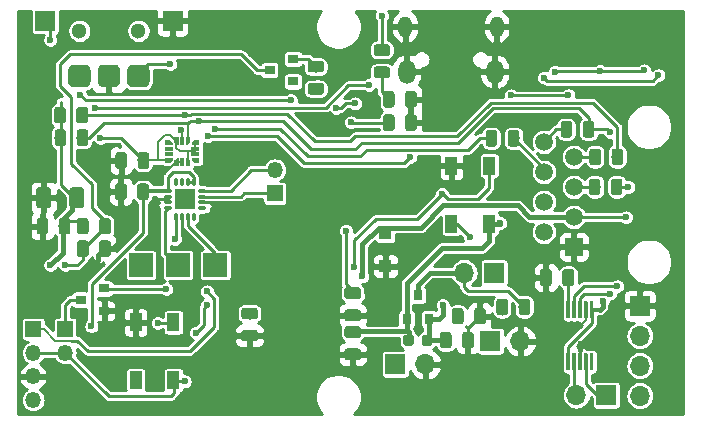
<source format=gbr>
G04 #@! TF.GenerationSoftware,KiCad,Pcbnew,5.0.2+dfsg1-1*
G04 #@! TF.CreationDate,2021-06-22T16:41:51+02:00*
G04 #@! TF.ProjectId,MainBoard,4d61696e-426f-4617-9264-2e6b69636164,rev?*
G04 #@! TF.SameCoordinates,Original*
G04 #@! TF.FileFunction,Copper,L2,Bot*
G04 #@! TF.FilePolarity,Positive*
%FSLAX46Y46*%
G04 Gerber Fmt 4.6, Leading zero omitted, Abs format (unit mm)*
G04 Created by KiCad (PCBNEW 5.0.2+dfsg1-1) date Tue 22 Jun 2021 16:41:51 CEST*
%MOMM*%
%LPD*%
G01*
G04 APERTURE LIST*
G04 #@! TA.AperFunction,ComponentPad*
%ADD10R,1.700000X1.700000*%
G04 #@! TD*
G04 #@! TA.AperFunction,ComponentPad*
%ADD11O,1.700000X1.700000*%
G04 #@! TD*
G04 #@! TA.AperFunction,ComponentPad*
%ADD12R,1.500000X1.500000*%
G04 #@! TD*
G04 #@! TA.AperFunction,ComponentPad*
%ADD13C,1.500000*%
G04 #@! TD*
G04 #@! TA.AperFunction,ComponentPad*
%ADD14R,1.350000X1.350000*%
G04 #@! TD*
G04 #@! TA.AperFunction,ComponentPad*
%ADD15O,1.350000X1.350000*%
G04 #@! TD*
G04 #@! TA.AperFunction,Conductor*
%ADD16C,0.100000*%
G04 #@! TD*
G04 #@! TA.AperFunction,SMDPad,CuDef*
%ADD17C,1.000000*%
G04 #@! TD*
G04 #@! TA.AperFunction,SMDPad,CuDef*
%ADD18C,0.300000*%
G04 #@! TD*
G04 #@! TA.AperFunction,SMDPad,CuDef*
%ADD19C,0.975000*%
G04 #@! TD*
G04 #@! TA.AperFunction,SMDPad,CuDef*
%ADD20R,2.000000X2.000000*%
G04 #@! TD*
G04 #@! TA.AperFunction,SMDPad,CuDef*
%ADD21C,1.250000*%
G04 #@! TD*
G04 #@! TA.AperFunction,SMDPad,CuDef*
%ADD22R,1.100000X1.100000*%
G04 #@! TD*
G04 #@! TA.AperFunction,WasherPad*
%ADD23C,1.300000*%
G04 #@! TD*
G04 #@! TA.AperFunction,SMDPad,CuDef*
%ADD24R,1.700000X1.700000*%
G04 #@! TD*
G04 #@! TA.AperFunction,SMDPad,CuDef*
%ADD25C,1.900000*%
G04 #@! TD*
G04 #@! TA.AperFunction,SMDPad,CuDef*
%ADD26O,0.750000X0.300000*%
G04 #@! TD*
G04 #@! TA.AperFunction,SMDPad,CuDef*
%ADD27O,0.300000X0.750000*%
G04 #@! TD*
G04 #@! TA.AperFunction,SMDPad,CuDef*
%ADD28R,1.800000X1.800000*%
G04 #@! TD*
G04 #@! TA.AperFunction,ViaPad*
%ADD29C,0.600000*%
G04 #@! TD*
G04 #@! TA.AperFunction,ComponentPad*
%ADD30O,1.450000X2.000000*%
G04 #@! TD*
G04 #@! TA.AperFunction,ComponentPad*
%ADD31O,1.150000X1.800000*%
G04 #@! TD*
G04 #@! TA.AperFunction,SMDPad,CuDef*
%ADD32R,0.900000X0.800000*%
G04 #@! TD*
G04 #@! TA.AperFunction,SMDPad,CuDef*
%ADD33C,0.400000*%
G04 #@! TD*
G04 #@! TA.AperFunction,SMDPad,CuDef*
%ADD34R,0.675000X0.400000*%
G04 #@! TD*
G04 #@! TA.AperFunction,SMDPad,CuDef*
%ADD35R,0.400000X0.675000*%
G04 #@! TD*
G04 #@! TA.AperFunction,SMDPad,CuDef*
%ADD36C,0.875000*%
G04 #@! TD*
G04 #@! TA.AperFunction,SMDPad,CuDef*
%ADD37R,1.000000X1.500000*%
G04 #@! TD*
G04 #@! TA.AperFunction,SMDPad,CuDef*
%ADD38R,0.800000X0.900000*%
G04 #@! TD*
G04 #@! TA.AperFunction,Conductor*
%ADD39C,0.250000*%
G04 #@! TD*
G04 #@! TA.AperFunction,Conductor*
%ADD40C,0.180000*%
G04 #@! TD*
G04 #@! TA.AperFunction,Conductor*
%ADD41C,0.400000*%
G04 #@! TD*
G04 #@! TA.AperFunction,Conductor*
%ADD42C,0.200000*%
G04 #@! TD*
G04 #@! TA.AperFunction,Conductor*
%ADD43C,0.300000*%
G04 #@! TD*
G04 #@! TA.AperFunction,Conductor*
%ADD44C,0.254000*%
G04 #@! TD*
G04 APERTURE END LIST*
D10*
G04 #@! TO.P,BT1,1*
G04 #@! TO.N,Net-(BT1-Pad1)*
X103936800Y-107645200D03*
D11*
G04 #@! TO.P,BT1,2*
G04 #@! TO.N,GND*
X106476800Y-107645200D03*
G04 #@! TD*
D12*
G04 #@! TO.P,J101,1*
G04 #@! TO.N,GND*
X110998000Y-99669600D03*
D13*
G04 #@! TO.P,J101,2*
G04 #@! TO.N,+BATT*
X108458000Y-98399600D03*
G04 #@! TO.P,J101,3*
G04 #@! TO.N,+3V3*
X110998000Y-97129600D03*
G04 #@! TO.P,J101,4*
G04 #@! TO.N,Net-(J101-Pad4)*
X108458000Y-95859600D03*
G04 #@! TO.P,J101,5*
G04 #@! TO.N,Net-(J101-Pad5)*
X110998000Y-94589600D03*
G04 #@! TO.P,J101,6*
G04 #@! TO.N,Net-(J101-Pad6)*
X108458000Y-93319600D03*
G04 #@! TO.P,J101,7*
G04 #@! TO.N,Net-(J101-Pad7)*
X110998000Y-92049600D03*
G04 #@! TO.P,J101,8*
G04 #@! TO.N,Net-(J101-Pad8)*
X108458000Y-90779600D03*
G04 #@! TD*
D14*
G04 #@! TO.P,D30,1*
G04 #@! TO.N,Net-(D30-Pad1)*
X67919600Y-106629200D03*
D15*
G04 #@! TO.P,D30,2*
G04 #@! TO.N,+BATT*
X67919600Y-108629200D03*
G04 #@! TD*
D14*
G04 #@! TO.P,D1,1*
G04 #@! TO.N,/LED_1*
X65227200Y-106629200D03*
D15*
G04 #@! TO.P,D1,2*
G04 #@! TO.N,+BATT*
X65227200Y-108629200D03*
G04 #@! TO.P,D1,3*
G04 #@! TO.N,GND*
X65227200Y-110629200D03*
G04 #@! TO.P,D1,4*
G04 #@! TO.N,Net-(D1-Pad4)*
X65227200Y-112629200D03*
G04 #@! TD*
D16*
G04 #@! TO.N,GND*
G04 #@! TO.C,C401*
G36*
X108900104Y-101536604D02*
X108924373Y-101540204D01*
X108948171Y-101546165D01*
X108971271Y-101554430D01*
X108993449Y-101564920D01*
X109014493Y-101577533D01*
X109034198Y-101592147D01*
X109052377Y-101608623D01*
X109068853Y-101626802D01*
X109083467Y-101646507D01*
X109096080Y-101667551D01*
X109106570Y-101689729D01*
X109114835Y-101712829D01*
X109120796Y-101736627D01*
X109124396Y-101760896D01*
X109125600Y-101785400D01*
X109125600Y-102735400D01*
X109124396Y-102759904D01*
X109120796Y-102784173D01*
X109114835Y-102807971D01*
X109106570Y-102831071D01*
X109096080Y-102853249D01*
X109083467Y-102874293D01*
X109068853Y-102893998D01*
X109052377Y-102912177D01*
X109034198Y-102928653D01*
X109014493Y-102943267D01*
X108993449Y-102955880D01*
X108971271Y-102966370D01*
X108948171Y-102974635D01*
X108924373Y-102980596D01*
X108900104Y-102984196D01*
X108875600Y-102985400D01*
X108375600Y-102985400D01*
X108351096Y-102984196D01*
X108326827Y-102980596D01*
X108303029Y-102974635D01*
X108279929Y-102966370D01*
X108257751Y-102955880D01*
X108236707Y-102943267D01*
X108217002Y-102928653D01*
X108198823Y-102912177D01*
X108182347Y-102893998D01*
X108167733Y-102874293D01*
X108155120Y-102853249D01*
X108144630Y-102831071D01*
X108136365Y-102807971D01*
X108130404Y-102784173D01*
X108126804Y-102759904D01*
X108125600Y-102735400D01*
X108125600Y-101785400D01*
X108126804Y-101760896D01*
X108130404Y-101736627D01*
X108136365Y-101712829D01*
X108144630Y-101689729D01*
X108155120Y-101667551D01*
X108167733Y-101646507D01*
X108182347Y-101626802D01*
X108198823Y-101608623D01*
X108217002Y-101592147D01*
X108236707Y-101577533D01*
X108257751Y-101564920D01*
X108279929Y-101554430D01*
X108303029Y-101546165D01*
X108326827Y-101540204D01*
X108351096Y-101536604D01*
X108375600Y-101535400D01*
X108875600Y-101535400D01*
X108900104Y-101536604D01*
X108900104Y-101536604D01*
G37*
D17*
G04 #@! TD*
G04 #@! TO.P,C401,2*
G04 #@! TO.N,GND*
X108625600Y-102260400D03*
D16*
G04 #@! TO.N,Net-(C401-Pad1)*
G04 #@! TO.C,C401*
G36*
X110800104Y-101536604D02*
X110824373Y-101540204D01*
X110848171Y-101546165D01*
X110871271Y-101554430D01*
X110893449Y-101564920D01*
X110914493Y-101577533D01*
X110934198Y-101592147D01*
X110952377Y-101608623D01*
X110968853Y-101626802D01*
X110983467Y-101646507D01*
X110996080Y-101667551D01*
X111006570Y-101689729D01*
X111014835Y-101712829D01*
X111020796Y-101736627D01*
X111024396Y-101760896D01*
X111025600Y-101785400D01*
X111025600Y-102735400D01*
X111024396Y-102759904D01*
X111020796Y-102784173D01*
X111014835Y-102807971D01*
X111006570Y-102831071D01*
X110996080Y-102853249D01*
X110983467Y-102874293D01*
X110968853Y-102893998D01*
X110952377Y-102912177D01*
X110934198Y-102928653D01*
X110914493Y-102943267D01*
X110893449Y-102955880D01*
X110871271Y-102966370D01*
X110848171Y-102974635D01*
X110824373Y-102980596D01*
X110800104Y-102984196D01*
X110775600Y-102985400D01*
X110275600Y-102985400D01*
X110251096Y-102984196D01*
X110226827Y-102980596D01*
X110203029Y-102974635D01*
X110179929Y-102966370D01*
X110157751Y-102955880D01*
X110136707Y-102943267D01*
X110117002Y-102928653D01*
X110098823Y-102912177D01*
X110082347Y-102893998D01*
X110067733Y-102874293D01*
X110055120Y-102853249D01*
X110044630Y-102831071D01*
X110036365Y-102807971D01*
X110030404Y-102784173D01*
X110026804Y-102759904D01*
X110025600Y-102735400D01*
X110025600Y-101785400D01*
X110026804Y-101760896D01*
X110030404Y-101736627D01*
X110036365Y-101712829D01*
X110044630Y-101689729D01*
X110055120Y-101667551D01*
X110067733Y-101646507D01*
X110082347Y-101626802D01*
X110098823Y-101608623D01*
X110117002Y-101592147D01*
X110136707Y-101577533D01*
X110157751Y-101564920D01*
X110179929Y-101554430D01*
X110203029Y-101546165D01*
X110226827Y-101540204D01*
X110251096Y-101536604D01*
X110275600Y-101535400D01*
X110775600Y-101535400D01*
X110800104Y-101536604D01*
X110800104Y-101536604D01*
G37*
D17*
G04 #@! TD*
G04 #@! TO.P,C401,1*
G04 #@! TO.N,Net-(C401-Pad1)*
X110525600Y-102260400D03*
D16*
G04 #@! TO.N,Net-(C401-Pad1)*
G04 #@! TO.C,U401*
G36*
X110588351Y-104263361D02*
X110595632Y-104264441D01*
X110602771Y-104266229D01*
X110609701Y-104268709D01*
X110616355Y-104271856D01*
X110622668Y-104275640D01*
X110628579Y-104280024D01*
X110634033Y-104284967D01*
X110638976Y-104290421D01*
X110643360Y-104296332D01*
X110647144Y-104302645D01*
X110650291Y-104309299D01*
X110652771Y-104316229D01*
X110654559Y-104323368D01*
X110655639Y-104330649D01*
X110656000Y-104338000D01*
X110656000Y-105638000D01*
X110655639Y-105645351D01*
X110654559Y-105652632D01*
X110652771Y-105659771D01*
X110650291Y-105666701D01*
X110647144Y-105673355D01*
X110643360Y-105679668D01*
X110638976Y-105685579D01*
X110634033Y-105691033D01*
X110628579Y-105695976D01*
X110622668Y-105700360D01*
X110616355Y-105704144D01*
X110609701Y-105707291D01*
X110602771Y-105709771D01*
X110595632Y-105711559D01*
X110588351Y-105712639D01*
X110581000Y-105713000D01*
X110431000Y-105713000D01*
X110423649Y-105712639D01*
X110416368Y-105711559D01*
X110409229Y-105709771D01*
X110402299Y-105707291D01*
X110395645Y-105704144D01*
X110389332Y-105700360D01*
X110383421Y-105695976D01*
X110377967Y-105691033D01*
X110373024Y-105685579D01*
X110368640Y-105679668D01*
X110364856Y-105673355D01*
X110361709Y-105666701D01*
X110359229Y-105659771D01*
X110357441Y-105652632D01*
X110356361Y-105645351D01*
X110356000Y-105638000D01*
X110356000Y-104338000D01*
X110356361Y-104330649D01*
X110357441Y-104323368D01*
X110359229Y-104316229D01*
X110361709Y-104309299D01*
X110364856Y-104302645D01*
X110368640Y-104296332D01*
X110373024Y-104290421D01*
X110377967Y-104284967D01*
X110383421Y-104280024D01*
X110389332Y-104275640D01*
X110395645Y-104271856D01*
X110402299Y-104268709D01*
X110409229Y-104266229D01*
X110416368Y-104264441D01*
X110423649Y-104263361D01*
X110431000Y-104263000D01*
X110581000Y-104263000D01*
X110588351Y-104263361D01*
X110588351Y-104263361D01*
G37*
D18*
G04 #@! TD*
G04 #@! TO.P,U401,1*
G04 #@! TO.N,Net-(C401-Pad1)*
X110506000Y-104988000D03*
D16*
G04 #@! TO.N,SCL*
G04 #@! TO.C,U401*
G36*
X111088351Y-104263361D02*
X111095632Y-104264441D01*
X111102771Y-104266229D01*
X111109701Y-104268709D01*
X111116355Y-104271856D01*
X111122668Y-104275640D01*
X111128579Y-104280024D01*
X111134033Y-104284967D01*
X111138976Y-104290421D01*
X111143360Y-104296332D01*
X111147144Y-104302645D01*
X111150291Y-104309299D01*
X111152771Y-104316229D01*
X111154559Y-104323368D01*
X111155639Y-104330649D01*
X111156000Y-104338000D01*
X111156000Y-105638000D01*
X111155639Y-105645351D01*
X111154559Y-105652632D01*
X111152771Y-105659771D01*
X111150291Y-105666701D01*
X111147144Y-105673355D01*
X111143360Y-105679668D01*
X111138976Y-105685579D01*
X111134033Y-105691033D01*
X111128579Y-105695976D01*
X111122668Y-105700360D01*
X111116355Y-105704144D01*
X111109701Y-105707291D01*
X111102771Y-105709771D01*
X111095632Y-105711559D01*
X111088351Y-105712639D01*
X111081000Y-105713000D01*
X110931000Y-105713000D01*
X110923649Y-105712639D01*
X110916368Y-105711559D01*
X110909229Y-105709771D01*
X110902299Y-105707291D01*
X110895645Y-105704144D01*
X110889332Y-105700360D01*
X110883421Y-105695976D01*
X110877967Y-105691033D01*
X110873024Y-105685579D01*
X110868640Y-105679668D01*
X110864856Y-105673355D01*
X110861709Y-105666701D01*
X110859229Y-105659771D01*
X110857441Y-105652632D01*
X110856361Y-105645351D01*
X110856000Y-105638000D01*
X110856000Y-104338000D01*
X110856361Y-104330649D01*
X110857441Y-104323368D01*
X110859229Y-104316229D01*
X110861709Y-104309299D01*
X110864856Y-104302645D01*
X110868640Y-104296332D01*
X110873024Y-104290421D01*
X110877967Y-104284967D01*
X110883421Y-104280024D01*
X110889332Y-104275640D01*
X110895645Y-104271856D01*
X110902299Y-104268709D01*
X110909229Y-104266229D01*
X110916368Y-104264441D01*
X110923649Y-104263361D01*
X110931000Y-104263000D01*
X111081000Y-104263000D01*
X111088351Y-104263361D01*
X111088351Y-104263361D01*
G37*
D18*
G04 #@! TD*
G04 #@! TO.P,U401,2*
G04 #@! TO.N,SCL*
X111006000Y-104988000D03*
D16*
G04 #@! TO.N,SDA*
G04 #@! TO.C,U401*
G36*
X111588351Y-104263361D02*
X111595632Y-104264441D01*
X111602771Y-104266229D01*
X111609701Y-104268709D01*
X111616355Y-104271856D01*
X111622668Y-104275640D01*
X111628579Y-104280024D01*
X111634033Y-104284967D01*
X111638976Y-104290421D01*
X111643360Y-104296332D01*
X111647144Y-104302645D01*
X111650291Y-104309299D01*
X111652771Y-104316229D01*
X111654559Y-104323368D01*
X111655639Y-104330649D01*
X111656000Y-104338000D01*
X111656000Y-105638000D01*
X111655639Y-105645351D01*
X111654559Y-105652632D01*
X111652771Y-105659771D01*
X111650291Y-105666701D01*
X111647144Y-105673355D01*
X111643360Y-105679668D01*
X111638976Y-105685579D01*
X111634033Y-105691033D01*
X111628579Y-105695976D01*
X111622668Y-105700360D01*
X111616355Y-105704144D01*
X111609701Y-105707291D01*
X111602771Y-105709771D01*
X111595632Y-105711559D01*
X111588351Y-105712639D01*
X111581000Y-105713000D01*
X111431000Y-105713000D01*
X111423649Y-105712639D01*
X111416368Y-105711559D01*
X111409229Y-105709771D01*
X111402299Y-105707291D01*
X111395645Y-105704144D01*
X111389332Y-105700360D01*
X111383421Y-105695976D01*
X111377967Y-105691033D01*
X111373024Y-105685579D01*
X111368640Y-105679668D01*
X111364856Y-105673355D01*
X111361709Y-105666701D01*
X111359229Y-105659771D01*
X111357441Y-105652632D01*
X111356361Y-105645351D01*
X111356000Y-105638000D01*
X111356000Y-104338000D01*
X111356361Y-104330649D01*
X111357441Y-104323368D01*
X111359229Y-104316229D01*
X111361709Y-104309299D01*
X111364856Y-104302645D01*
X111368640Y-104296332D01*
X111373024Y-104290421D01*
X111377967Y-104284967D01*
X111383421Y-104280024D01*
X111389332Y-104275640D01*
X111395645Y-104271856D01*
X111402299Y-104268709D01*
X111409229Y-104266229D01*
X111416368Y-104264441D01*
X111423649Y-104263361D01*
X111431000Y-104263000D01*
X111581000Y-104263000D01*
X111588351Y-104263361D01*
X111588351Y-104263361D01*
G37*
D18*
G04 #@! TD*
G04 #@! TO.P,U401,3*
G04 #@! TO.N,SDA*
X111506000Y-104988000D03*
D16*
G04 #@! TO.N,GND*
G04 #@! TO.C,U401*
G36*
X112088351Y-104263361D02*
X112095632Y-104264441D01*
X112102771Y-104266229D01*
X112109701Y-104268709D01*
X112116355Y-104271856D01*
X112122668Y-104275640D01*
X112128579Y-104280024D01*
X112134033Y-104284967D01*
X112138976Y-104290421D01*
X112143360Y-104296332D01*
X112147144Y-104302645D01*
X112150291Y-104309299D01*
X112152771Y-104316229D01*
X112154559Y-104323368D01*
X112155639Y-104330649D01*
X112156000Y-104338000D01*
X112156000Y-105638000D01*
X112155639Y-105645351D01*
X112154559Y-105652632D01*
X112152771Y-105659771D01*
X112150291Y-105666701D01*
X112147144Y-105673355D01*
X112143360Y-105679668D01*
X112138976Y-105685579D01*
X112134033Y-105691033D01*
X112128579Y-105695976D01*
X112122668Y-105700360D01*
X112116355Y-105704144D01*
X112109701Y-105707291D01*
X112102771Y-105709771D01*
X112095632Y-105711559D01*
X112088351Y-105712639D01*
X112081000Y-105713000D01*
X111931000Y-105713000D01*
X111923649Y-105712639D01*
X111916368Y-105711559D01*
X111909229Y-105709771D01*
X111902299Y-105707291D01*
X111895645Y-105704144D01*
X111889332Y-105700360D01*
X111883421Y-105695976D01*
X111877967Y-105691033D01*
X111873024Y-105685579D01*
X111868640Y-105679668D01*
X111864856Y-105673355D01*
X111861709Y-105666701D01*
X111859229Y-105659771D01*
X111857441Y-105652632D01*
X111856361Y-105645351D01*
X111856000Y-105638000D01*
X111856000Y-104338000D01*
X111856361Y-104330649D01*
X111857441Y-104323368D01*
X111859229Y-104316229D01*
X111861709Y-104309299D01*
X111864856Y-104302645D01*
X111868640Y-104296332D01*
X111873024Y-104290421D01*
X111877967Y-104284967D01*
X111883421Y-104280024D01*
X111889332Y-104275640D01*
X111895645Y-104271856D01*
X111902299Y-104268709D01*
X111909229Y-104266229D01*
X111916368Y-104264441D01*
X111923649Y-104263361D01*
X111931000Y-104263000D01*
X112081000Y-104263000D01*
X112088351Y-104263361D01*
X112088351Y-104263361D01*
G37*
D18*
G04 #@! TD*
G04 #@! TO.P,U401,4*
G04 #@! TO.N,GND*
X112006000Y-104988000D03*
D16*
G04 #@! TO.N,+BATT*
G04 #@! TO.C,U401*
G36*
X112588351Y-104263361D02*
X112595632Y-104264441D01*
X112602771Y-104266229D01*
X112609701Y-104268709D01*
X112616355Y-104271856D01*
X112622668Y-104275640D01*
X112628579Y-104280024D01*
X112634033Y-104284967D01*
X112638976Y-104290421D01*
X112643360Y-104296332D01*
X112647144Y-104302645D01*
X112650291Y-104309299D01*
X112652771Y-104316229D01*
X112654559Y-104323368D01*
X112655639Y-104330649D01*
X112656000Y-104338000D01*
X112656000Y-105638000D01*
X112655639Y-105645351D01*
X112654559Y-105652632D01*
X112652771Y-105659771D01*
X112650291Y-105666701D01*
X112647144Y-105673355D01*
X112643360Y-105679668D01*
X112638976Y-105685579D01*
X112634033Y-105691033D01*
X112628579Y-105695976D01*
X112622668Y-105700360D01*
X112616355Y-105704144D01*
X112609701Y-105707291D01*
X112602771Y-105709771D01*
X112595632Y-105711559D01*
X112588351Y-105712639D01*
X112581000Y-105713000D01*
X112431000Y-105713000D01*
X112423649Y-105712639D01*
X112416368Y-105711559D01*
X112409229Y-105709771D01*
X112402299Y-105707291D01*
X112395645Y-105704144D01*
X112389332Y-105700360D01*
X112383421Y-105695976D01*
X112377967Y-105691033D01*
X112373024Y-105685579D01*
X112368640Y-105679668D01*
X112364856Y-105673355D01*
X112361709Y-105666701D01*
X112359229Y-105659771D01*
X112357441Y-105652632D01*
X112356361Y-105645351D01*
X112356000Y-105638000D01*
X112356000Y-104338000D01*
X112356361Y-104330649D01*
X112357441Y-104323368D01*
X112359229Y-104316229D01*
X112361709Y-104309299D01*
X112364856Y-104302645D01*
X112368640Y-104296332D01*
X112373024Y-104290421D01*
X112377967Y-104284967D01*
X112383421Y-104280024D01*
X112389332Y-104275640D01*
X112395645Y-104271856D01*
X112402299Y-104268709D01*
X112409229Y-104266229D01*
X112416368Y-104264441D01*
X112423649Y-104263361D01*
X112431000Y-104263000D01*
X112581000Y-104263000D01*
X112588351Y-104263361D01*
X112588351Y-104263361D01*
G37*
D18*
G04 #@! TD*
G04 #@! TO.P,U401,5*
G04 #@! TO.N,+BATT*
X112506000Y-104988000D03*
D16*
G04 #@! TO.N,Net-(U401-Pad6)*
G04 #@! TO.C,U401*
G36*
X112588351Y-108663361D02*
X112595632Y-108664441D01*
X112602771Y-108666229D01*
X112609701Y-108668709D01*
X112616355Y-108671856D01*
X112622668Y-108675640D01*
X112628579Y-108680024D01*
X112634033Y-108684967D01*
X112638976Y-108690421D01*
X112643360Y-108696332D01*
X112647144Y-108702645D01*
X112650291Y-108709299D01*
X112652771Y-108716229D01*
X112654559Y-108723368D01*
X112655639Y-108730649D01*
X112656000Y-108738000D01*
X112656000Y-110038000D01*
X112655639Y-110045351D01*
X112654559Y-110052632D01*
X112652771Y-110059771D01*
X112650291Y-110066701D01*
X112647144Y-110073355D01*
X112643360Y-110079668D01*
X112638976Y-110085579D01*
X112634033Y-110091033D01*
X112628579Y-110095976D01*
X112622668Y-110100360D01*
X112616355Y-110104144D01*
X112609701Y-110107291D01*
X112602771Y-110109771D01*
X112595632Y-110111559D01*
X112588351Y-110112639D01*
X112581000Y-110113000D01*
X112431000Y-110113000D01*
X112423649Y-110112639D01*
X112416368Y-110111559D01*
X112409229Y-110109771D01*
X112402299Y-110107291D01*
X112395645Y-110104144D01*
X112389332Y-110100360D01*
X112383421Y-110095976D01*
X112377967Y-110091033D01*
X112373024Y-110085579D01*
X112368640Y-110079668D01*
X112364856Y-110073355D01*
X112361709Y-110066701D01*
X112359229Y-110059771D01*
X112357441Y-110052632D01*
X112356361Y-110045351D01*
X112356000Y-110038000D01*
X112356000Y-108738000D01*
X112356361Y-108730649D01*
X112357441Y-108723368D01*
X112359229Y-108716229D01*
X112361709Y-108709299D01*
X112364856Y-108702645D01*
X112368640Y-108696332D01*
X112373024Y-108690421D01*
X112377967Y-108684967D01*
X112383421Y-108680024D01*
X112389332Y-108675640D01*
X112395645Y-108671856D01*
X112402299Y-108668709D01*
X112409229Y-108666229D01*
X112416368Y-108664441D01*
X112423649Y-108663361D01*
X112431000Y-108663000D01*
X112581000Y-108663000D01*
X112588351Y-108663361D01*
X112588351Y-108663361D01*
G37*
D18*
G04 #@! TD*
G04 #@! TO.P,U401,6*
G04 #@! TO.N,Net-(U401-Pad6)*
X112506000Y-109388000D03*
D16*
G04 #@! TO.N,Net-(U401-Pad7)*
G04 #@! TO.C,U401*
G36*
X112088351Y-108663361D02*
X112095632Y-108664441D01*
X112102771Y-108666229D01*
X112109701Y-108668709D01*
X112116355Y-108671856D01*
X112122668Y-108675640D01*
X112128579Y-108680024D01*
X112134033Y-108684967D01*
X112138976Y-108690421D01*
X112143360Y-108696332D01*
X112147144Y-108702645D01*
X112150291Y-108709299D01*
X112152771Y-108716229D01*
X112154559Y-108723368D01*
X112155639Y-108730649D01*
X112156000Y-108738000D01*
X112156000Y-110038000D01*
X112155639Y-110045351D01*
X112154559Y-110052632D01*
X112152771Y-110059771D01*
X112150291Y-110066701D01*
X112147144Y-110073355D01*
X112143360Y-110079668D01*
X112138976Y-110085579D01*
X112134033Y-110091033D01*
X112128579Y-110095976D01*
X112122668Y-110100360D01*
X112116355Y-110104144D01*
X112109701Y-110107291D01*
X112102771Y-110109771D01*
X112095632Y-110111559D01*
X112088351Y-110112639D01*
X112081000Y-110113000D01*
X111931000Y-110113000D01*
X111923649Y-110112639D01*
X111916368Y-110111559D01*
X111909229Y-110109771D01*
X111902299Y-110107291D01*
X111895645Y-110104144D01*
X111889332Y-110100360D01*
X111883421Y-110095976D01*
X111877967Y-110091033D01*
X111873024Y-110085579D01*
X111868640Y-110079668D01*
X111864856Y-110073355D01*
X111861709Y-110066701D01*
X111859229Y-110059771D01*
X111857441Y-110052632D01*
X111856361Y-110045351D01*
X111856000Y-110038000D01*
X111856000Y-108738000D01*
X111856361Y-108730649D01*
X111857441Y-108723368D01*
X111859229Y-108716229D01*
X111861709Y-108709299D01*
X111864856Y-108702645D01*
X111868640Y-108696332D01*
X111873024Y-108690421D01*
X111877967Y-108684967D01*
X111883421Y-108680024D01*
X111889332Y-108675640D01*
X111895645Y-108671856D01*
X111902299Y-108668709D01*
X111909229Y-108666229D01*
X111916368Y-108664441D01*
X111923649Y-108663361D01*
X111931000Y-108663000D01*
X112081000Y-108663000D01*
X112088351Y-108663361D01*
X112088351Y-108663361D01*
G37*
D18*
G04 #@! TD*
G04 #@! TO.P,U401,7*
G04 #@! TO.N,Net-(U401-Pad7)*
X112006000Y-109388000D03*
D16*
G04 #@! TO.N,GND*
G04 #@! TO.C,U401*
G36*
X111588351Y-108663361D02*
X111595632Y-108664441D01*
X111602771Y-108666229D01*
X111609701Y-108668709D01*
X111616355Y-108671856D01*
X111622668Y-108675640D01*
X111628579Y-108680024D01*
X111634033Y-108684967D01*
X111638976Y-108690421D01*
X111643360Y-108696332D01*
X111647144Y-108702645D01*
X111650291Y-108709299D01*
X111652771Y-108716229D01*
X111654559Y-108723368D01*
X111655639Y-108730649D01*
X111656000Y-108738000D01*
X111656000Y-110038000D01*
X111655639Y-110045351D01*
X111654559Y-110052632D01*
X111652771Y-110059771D01*
X111650291Y-110066701D01*
X111647144Y-110073355D01*
X111643360Y-110079668D01*
X111638976Y-110085579D01*
X111634033Y-110091033D01*
X111628579Y-110095976D01*
X111622668Y-110100360D01*
X111616355Y-110104144D01*
X111609701Y-110107291D01*
X111602771Y-110109771D01*
X111595632Y-110111559D01*
X111588351Y-110112639D01*
X111581000Y-110113000D01*
X111431000Y-110113000D01*
X111423649Y-110112639D01*
X111416368Y-110111559D01*
X111409229Y-110109771D01*
X111402299Y-110107291D01*
X111395645Y-110104144D01*
X111389332Y-110100360D01*
X111383421Y-110095976D01*
X111377967Y-110091033D01*
X111373024Y-110085579D01*
X111368640Y-110079668D01*
X111364856Y-110073355D01*
X111361709Y-110066701D01*
X111359229Y-110059771D01*
X111357441Y-110052632D01*
X111356361Y-110045351D01*
X111356000Y-110038000D01*
X111356000Y-108738000D01*
X111356361Y-108730649D01*
X111357441Y-108723368D01*
X111359229Y-108716229D01*
X111361709Y-108709299D01*
X111364856Y-108702645D01*
X111368640Y-108696332D01*
X111373024Y-108690421D01*
X111377967Y-108684967D01*
X111383421Y-108680024D01*
X111389332Y-108675640D01*
X111395645Y-108671856D01*
X111402299Y-108668709D01*
X111409229Y-108666229D01*
X111416368Y-108664441D01*
X111423649Y-108663361D01*
X111431000Y-108663000D01*
X111581000Y-108663000D01*
X111588351Y-108663361D01*
X111588351Y-108663361D01*
G37*
D18*
G04 #@! TD*
G04 #@! TO.P,U401,8*
G04 #@! TO.N,GND*
X111506000Y-109388000D03*
D16*
G04 #@! TO.N,Net-(U401-Pad9)*
G04 #@! TO.C,U401*
G36*
X111088351Y-108663361D02*
X111095632Y-108664441D01*
X111102771Y-108666229D01*
X111109701Y-108668709D01*
X111116355Y-108671856D01*
X111122668Y-108675640D01*
X111128579Y-108680024D01*
X111134033Y-108684967D01*
X111138976Y-108690421D01*
X111143360Y-108696332D01*
X111147144Y-108702645D01*
X111150291Y-108709299D01*
X111152771Y-108716229D01*
X111154559Y-108723368D01*
X111155639Y-108730649D01*
X111156000Y-108738000D01*
X111156000Y-110038000D01*
X111155639Y-110045351D01*
X111154559Y-110052632D01*
X111152771Y-110059771D01*
X111150291Y-110066701D01*
X111147144Y-110073355D01*
X111143360Y-110079668D01*
X111138976Y-110085579D01*
X111134033Y-110091033D01*
X111128579Y-110095976D01*
X111122668Y-110100360D01*
X111116355Y-110104144D01*
X111109701Y-110107291D01*
X111102771Y-110109771D01*
X111095632Y-110111559D01*
X111088351Y-110112639D01*
X111081000Y-110113000D01*
X110931000Y-110113000D01*
X110923649Y-110112639D01*
X110916368Y-110111559D01*
X110909229Y-110109771D01*
X110902299Y-110107291D01*
X110895645Y-110104144D01*
X110889332Y-110100360D01*
X110883421Y-110095976D01*
X110877967Y-110091033D01*
X110873024Y-110085579D01*
X110868640Y-110079668D01*
X110864856Y-110073355D01*
X110861709Y-110066701D01*
X110859229Y-110059771D01*
X110857441Y-110052632D01*
X110856361Y-110045351D01*
X110856000Y-110038000D01*
X110856000Y-108738000D01*
X110856361Y-108730649D01*
X110857441Y-108723368D01*
X110859229Y-108716229D01*
X110861709Y-108709299D01*
X110864856Y-108702645D01*
X110868640Y-108696332D01*
X110873024Y-108690421D01*
X110877967Y-108684967D01*
X110883421Y-108680024D01*
X110889332Y-108675640D01*
X110895645Y-108671856D01*
X110902299Y-108668709D01*
X110909229Y-108666229D01*
X110916368Y-108664441D01*
X110923649Y-108663361D01*
X110931000Y-108663000D01*
X111081000Y-108663000D01*
X111088351Y-108663361D01*
X111088351Y-108663361D01*
G37*
D18*
G04 #@! TD*
G04 #@! TO.P,U401,9*
G04 #@! TO.N,Net-(U401-Pad9)*
X111006000Y-109388000D03*
D16*
G04 #@! TO.N,+BATT*
G04 #@! TO.C,U401*
G36*
X110588351Y-108663361D02*
X110595632Y-108664441D01*
X110602771Y-108666229D01*
X110609701Y-108668709D01*
X110616355Y-108671856D01*
X110622668Y-108675640D01*
X110628579Y-108680024D01*
X110634033Y-108684967D01*
X110638976Y-108690421D01*
X110643360Y-108696332D01*
X110647144Y-108702645D01*
X110650291Y-108709299D01*
X110652771Y-108716229D01*
X110654559Y-108723368D01*
X110655639Y-108730649D01*
X110656000Y-108738000D01*
X110656000Y-110038000D01*
X110655639Y-110045351D01*
X110654559Y-110052632D01*
X110652771Y-110059771D01*
X110650291Y-110066701D01*
X110647144Y-110073355D01*
X110643360Y-110079668D01*
X110638976Y-110085579D01*
X110634033Y-110091033D01*
X110628579Y-110095976D01*
X110622668Y-110100360D01*
X110616355Y-110104144D01*
X110609701Y-110107291D01*
X110602771Y-110109771D01*
X110595632Y-110111559D01*
X110588351Y-110112639D01*
X110581000Y-110113000D01*
X110431000Y-110113000D01*
X110423649Y-110112639D01*
X110416368Y-110111559D01*
X110409229Y-110109771D01*
X110402299Y-110107291D01*
X110395645Y-110104144D01*
X110389332Y-110100360D01*
X110383421Y-110095976D01*
X110377967Y-110091033D01*
X110373024Y-110085579D01*
X110368640Y-110079668D01*
X110364856Y-110073355D01*
X110361709Y-110066701D01*
X110359229Y-110059771D01*
X110357441Y-110052632D01*
X110356361Y-110045351D01*
X110356000Y-110038000D01*
X110356000Y-108738000D01*
X110356361Y-108730649D01*
X110357441Y-108723368D01*
X110359229Y-108716229D01*
X110361709Y-108709299D01*
X110364856Y-108702645D01*
X110368640Y-108696332D01*
X110373024Y-108690421D01*
X110377967Y-108684967D01*
X110383421Y-108680024D01*
X110389332Y-108675640D01*
X110395645Y-108671856D01*
X110402299Y-108668709D01*
X110409229Y-108666229D01*
X110416368Y-108664441D01*
X110423649Y-108663361D01*
X110431000Y-108663000D01*
X110581000Y-108663000D01*
X110588351Y-108663361D01*
X110588351Y-108663361D01*
G37*
D18*
G04 #@! TD*
G04 #@! TO.P,U401,10*
G04 #@! TO.N,+BATT*
X110506000Y-109388000D03*
D16*
G04 #@! TO.N,SDA*
G04 #@! TO.C,R8*
G36*
X112507943Y-89013974D02*
X112531604Y-89017484D01*
X112554808Y-89023296D01*
X112577330Y-89031354D01*
X112598954Y-89041582D01*
X112619471Y-89053879D01*
X112638684Y-89068129D01*
X112656408Y-89084193D01*
X112672472Y-89101917D01*
X112686722Y-89121130D01*
X112699019Y-89141647D01*
X112709247Y-89163271D01*
X112717305Y-89185793D01*
X112723117Y-89208997D01*
X112726627Y-89232658D01*
X112727801Y-89256550D01*
X112727801Y-90169050D01*
X112726627Y-90192942D01*
X112723117Y-90216603D01*
X112717305Y-90239807D01*
X112709247Y-90262329D01*
X112699019Y-90283953D01*
X112686722Y-90304470D01*
X112672472Y-90323683D01*
X112656408Y-90341407D01*
X112638684Y-90357471D01*
X112619471Y-90371721D01*
X112598954Y-90384018D01*
X112577330Y-90394246D01*
X112554808Y-90402304D01*
X112531604Y-90408116D01*
X112507943Y-90411626D01*
X112484051Y-90412800D01*
X111996551Y-90412800D01*
X111972659Y-90411626D01*
X111948998Y-90408116D01*
X111925794Y-90402304D01*
X111903272Y-90394246D01*
X111881648Y-90384018D01*
X111861131Y-90371721D01*
X111841918Y-90357471D01*
X111824194Y-90341407D01*
X111808130Y-90323683D01*
X111793880Y-90304470D01*
X111781583Y-90283953D01*
X111771355Y-90262329D01*
X111763297Y-90239807D01*
X111757485Y-90216603D01*
X111753975Y-90192942D01*
X111752801Y-90169050D01*
X111752801Y-89256550D01*
X111753975Y-89232658D01*
X111757485Y-89208997D01*
X111763297Y-89185793D01*
X111771355Y-89163271D01*
X111781583Y-89141647D01*
X111793880Y-89121130D01*
X111808130Y-89101917D01*
X111824194Y-89084193D01*
X111841918Y-89068129D01*
X111861131Y-89053879D01*
X111881648Y-89041582D01*
X111903272Y-89031354D01*
X111925794Y-89023296D01*
X111948998Y-89017484D01*
X111972659Y-89013974D01*
X111996551Y-89012800D01*
X112484051Y-89012800D01*
X112507943Y-89013974D01*
X112507943Y-89013974D01*
G37*
D19*
G04 #@! TD*
G04 #@! TO.P,R8,2*
G04 #@! TO.N,SDA*
X112240301Y-89712800D03*
D16*
G04 #@! TO.N,Net-(J101-Pad8)*
G04 #@! TO.C,R8*
G36*
X110632941Y-89013974D02*
X110656602Y-89017484D01*
X110679806Y-89023296D01*
X110702328Y-89031354D01*
X110723952Y-89041582D01*
X110744469Y-89053879D01*
X110763682Y-89068129D01*
X110781406Y-89084193D01*
X110797470Y-89101917D01*
X110811720Y-89121130D01*
X110824017Y-89141647D01*
X110834245Y-89163271D01*
X110842303Y-89185793D01*
X110848115Y-89208997D01*
X110851625Y-89232658D01*
X110852799Y-89256550D01*
X110852799Y-90169050D01*
X110851625Y-90192942D01*
X110848115Y-90216603D01*
X110842303Y-90239807D01*
X110834245Y-90262329D01*
X110824017Y-90283953D01*
X110811720Y-90304470D01*
X110797470Y-90323683D01*
X110781406Y-90341407D01*
X110763682Y-90357471D01*
X110744469Y-90371721D01*
X110723952Y-90384018D01*
X110702328Y-90394246D01*
X110679806Y-90402304D01*
X110656602Y-90408116D01*
X110632941Y-90411626D01*
X110609049Y-90412800D01*
X110121549Y-90412800D01*
X110097657Y-90411626D01*
X110073996Y-90408116D01*
X110050792Y-90402304D01*
X110028270Y-90394246D01*
X110006646Y-90384018D01*
X109986129Y-90371721D01*
X109966916Y-90357471D01*
X109949192Y-90341407D01*
X109933128Y-90323683D01*
X109918878Y-90304470D01*
X109906581Y-90283953D01*
X109896353Y-90262329D01*
X109888295Y-90239807D01*
X109882483Y-90216603D01*
X109878973Y-90192942D01*
X109877799Y-90169050D01*
X109877799Y-89256550D01*
X109878973Y-89232658D01*
X109882483Y-89208997D01*
X109888295Y-89185793D01*
X109896353Y-89163271D01*
X109906581Y-89141647D01*
X109918878Y-89121130D01*
X109933128Y-89101917D01*
X109949192Y-89084193D01*
X109966916Y-89068129D01*
X109986129Y-89053879D01*
X110006646Y-89041582D01*
X110028270Y-89031354D01*
X110050792Y-89023296D01*
X110073996Y-89017484D01*
X110097657Y-89013974D01*
X110121549Y-89012800D01*
X110609049Y-89012800D01*
X110632941Y-89013974D01*
X110632941Y-89013974D01*
G37*
D19*
G04 #@! TD*
G04 #@! TO.P,R8,1*
G04 #@! TO.N,Net-(J101-Pad8)*
X110365299Y-89712800D03*
D16*
G04 #@! TO.N,Net-(J101-Pad7)*
G04 #@! TO.C,R9*
G36*
X113071341Y-91350774D02*
X113095002Y-91354284D01*
X113118206Y-91360096D01*
X113140728Y-91368154D01*
X113162352Y-91378382D01*
X113182869Y-91390679D01*
X113202082Y-91404929D01*
X113219806Y-91420993D01*
X113235870Y-91438717D01*
X113250120Y-91457930D01*
X113262417Y-91478447D01*
X113272645Y-91500071D01*
X113280703Y-91522593D01*
X113286515Y-91545797D01*
X113290025Y-91569458D01*
X113291199Y-91593350D01*
X113291199Y-92505850D01*
X113290025Y-92529742D01*
X113286515Y-92553403D01*
X113280703Y-92576607D01*
X113272645Y-92599129D01*
X113262417Y-92620753D01*
X113250120Y-92641270D01*
X113235870Y-92660483D01*
X113219806Y-92678207D01*
X113202082Y-92694271D01*
X113182869Y-92708521D01*
X113162352Y-92720818D01*
X113140728Y-92731046D01*
X113118206Y-92739104D01*
X113095002Y-92744916D01*
X113071341Y-92748426D01*
X113047449Y-92749600D01*
X112559949Y-92749600D01*
X112536057Y-92748426D01*
X112512396Y-92744916D01*
X112489192Y-92739104D01*
X112466670Y-92731046D01*
X112445046Y-92720818D01*
X112424529Y-92708521D01*
X112405316Y-92694271D01*
X112387592Y-92678207D01*
X112371528Y-92660483D01*
X112357278Y-92641270D01*
X112344981Y-92620753D01*
X112334753Y-92599129D01*
X112326695Y-92576607D01*
X112320883Y-92553403D01*
X112317373Y-92529742D01*
X112316199Y-92505850D01*
X112316199Y-91593350D01*
X112317373Y-91569458D01*
X112320883Y-91545797D01*
X112326695Y-91522593D01*
X112334753Y-91500071D01*
X112344981Y-91478447D01*
X112357278Y-91457930D01*
X112371528Y-91438717D01*
X112387592Y-91420993D01*
X112405316Y-91404929D01*
X112424529Y-91390679D01*
X112445046Y-91378382D01*
X112466670Y-91368154D01*
X112489192Y-91360096D01*
X112512396Y-91354284D01*
X112536057Y-91350774D01*
X112559949Y-91349600D01*
X113047449Y-91349600D01*
X113071341Y-91350774D01*
X113071341Y-91350774D01*
G37*
D19*
G04 #@! TD*
G04 #@! TO.P,R9,1*
G04 #@! TO.N,Net-(J101-Pad7)*
X112803699Y-92049600D03*
D16*
G04 #@! TO.N,SCL*
G04 #@! TO.C,R9*
G36*
X114946343Y-91350774D02*
X114970004Y-91354284D01*
X114993208Y-91360096D01*
X115015730Y-91368154D01*
X115037354Y-91378382D01*
X115057871Y-91390679D01*
X115077084Y-91404929D01*
X115094808Y-91420993D01*
X115110872Y-91438717D01*
X115125122Y-91457930D01*
X115137419Y-91478447D01*
X115147647Y-91500071D01*
X115155705Y-91522593D01*
X115161517Y-91545797D01*
X115165027Y-91569458D01*
X115166201Y-91593350D01*
X115166201Y-92505850D01*
X115165027Y-92529742D01*
X115161517Y-92553403D01*
X115155705Y-92576607D01*
X115147647Y-92599129D01*
X115137419Y-92620753D01*
X115125122Y-92641270D01*
X115110872Y-92660483D01*
X115094808Y-92678207D01*
X115077084Y-92694271D01*
X115057871Y-92708521D01*
X115037354Y-92720818D01*
X115015730Y-92731046D01*
X114993208Y-92739104D01*
X114970004Y-92744916D01*
X114946343Y-92748426D01*
X114922451Y-92749600D01*
X114434951Y-92749600D01*
X114411059Y-92748426D01*
X114387398Y-92744916D01*
X114364194Y-92739104D01*
X114341672Y-92731046D01*
X114320048Y-92720818D01*
X114299531Y-92708521D01*
X114280318Y-92694271D01*
X114262594Y-92678207D01*
X114246530Y-92660483D01*
X114232280Y-92641270D01*
X114219983Y-92620753D01*
X114209755Y-92599129D01*
X114201697Y-92576607D01*
X114195885Y-92553403D01*
X114192375Y-92529742D01*
X114191201Y-92505850D01*
X114191201Y-91593350D01*
X114192375Y-91569458D01*
X114195885Y-91545797D01*
X114201697Y-91522593D01*
X114209755Y-91500071D01*
X114219983Y-91478447D01*
X114232280Y-91457930D01*
X114246530Y-91438717D01*
X114262594Y-91420993D01*
X114280318Y-91404929D01*
X114299531Y-91390679D01*
X114320048Y-91378382D01*
X114341672Y-91368154D01*
X114364194Y-91360096D01*
X114387398Y-91354284D01*
X114411059Y-91350774D01*
X114434951Y-91349600D01*
X114922451Y-91349600D01*
X114946343Y-91350774D01*
X114946343Y-91350774D01*
G37*
D19*
G04 #@! TD*
G04 #@! TO.P,R9,2*
G04 #@! TO.N,SCL*
X114678701Y-92049600D03*
D14*
G04 #@! TO.P,J5,1*
G04 #@! TO.N,Net-(AMP1-Pad10)*
X85686900Y-95148400D03*
D15*
G04 #@! TO.P,J5,2*
G04 #@! TO.N,Net-(AMP1-Pad9)*
X85686900Y-93148400D03*
G04 #@! TD*
D20*
G04 #@! TO.P,TP1,1*
G04 #@! TO.N,/LRCLK*
X80645000Y-101219000D03*
G04 #@! TD*
G04 #@! TO.P,TP2,1*
G04 #@! TO.N,/BCLK*
X74345800Y-101219000D03*
G04 #@! TD*
G04 #@! TO.P,TP3,1*
G04 #@! TO.N,/AUDIO*
X77495400Y-101219000D03*
G04 #@! TD*
D16*
G04 #@! TO.N,/LED_2*
G04 #@! TO.C,R1*
G36*
X114895542Y-93890774D02*
X114919203Y-93894284D01*
X114942407Y-93900096D01*
X114964929Y-93908154D01*
X114986553Y-93918382D01*
X115007070Y-93930679D01*
X115026283Y-93944929D01*
X115044007Y-93960993D01*
X115060071Y-93978717D01*
X115074321Y-93997930D01*
X115086618Y-94018447D01*
X115096846Y-94040071D01*
X115104904Y-94062593D01*
X115110716Y-94085797D01*
X115114226Y-94109458D01*
X115115400Y-94133350D01*
X115115400Y-95045850D01*
X115114226Y-95069742D01*
X115110716Y-95093403D01*
X115104904Y-95116607D01*
X115096846Y-95139129D01*
X115086618Y-95160753D01*
X115074321Y-95181270D01*
X115060071Y-95200483D01*
X115044007Y-95218207D01*
X115026283Y-95234271D01*
X115007070Y-95248521D01*
X114986553Y-95260818D01*
X114964929Y-95271046D01*
X114942407Y-95279104D01*
X114919203Y-95284916D01*
X114895542Y-95288426D01*
X114871650Y-95289600D01*
X114384150Y-95289600D01*
X114360258Y-95288426D01*
X114336597Y-95284916D01*
X114313393Y-95279104D01*
X114290871Y-95271046D01*
X114269247Y-95260818D01*
X114248730Y-95248521D01*
X114229517Y-95234271D01*
X114211793Y-95218207D01*
X114195729Y-95200483D01*
X114181479Y-95181270D01*
X114169182Y-95160753D01*
X114158954Y-95139129D01*
X114150896Y-95116607D01*
X114145084Y-95093403D01*
X114141574Y-95069742D01*
X114140400Y-95045850D01*
X114140400Y-94133350D01*
X114141574Y-94109458D01*
X114145084Y-94085797D01*
X114150896Y-94062593D01*
X114158954Y-94040071D01*
X114169182Y-94018447D01*
X114181479Y-93997930D01*
X114195729Y-93978717D01*
X114211793Y-93960993D01*
X114229517Y-93944929D01*
X114248730Y-93930679D01*
X114269247Y-93918382D01*
X114290871Y-93908154D01*
X114313393Y-93900096D01*
X114336597Y-93894284D01*
X114360258Y-93890774D01*
X114384150Y-93889600D01*
X114871650Y-93889600D01*
X114895542Y-93890774D01*
X114895542Y-93890774D01*
G37*
D19*
G04 #@! TD*
G04 #@! TO.P,R1,2*
G04 #@! TO.N,/LED_2*
X114627900Y-94589600D03*
D16*
G04 #@! TO.N,Net-(J101-Pad5)*
G04 #@! TO.C,R1*
G36*
X113020542Y-93890774D02*
X113044203Y-93894284D01*
X113067407Y-93900096D01*
X113089929Y-93908154D01*
X113111553Y-93918382D01*
X113132070Y-93930679D01*
X113151283Y-93944929D01*
X113169007Y-93960993D01*
X113185071Y-93978717D01*
X113199321Y-93997930D01*
X113211618Y-94018447D01*
X113221846Y-94040071D01*
X113229904Y-94062593D01*
X113235716Y-94085797D01*
X113239226Y-94109458D01*
X113240400Y-94133350D01*
X113240400Y-95045850D01*
X113239226Y-95069742D01*
X113235716Y-95093403D01*
X113229904Y-95116607D01*
X113221846Y-95139129D01*
X113211618Y-95160753D01*
X113199321Y-95181270D01*
X113185071Y-95200483D01*
X113169007Y-95218207D01*
X113151283Y-95234271D01*
X113132070Y-95248521D01*
X113111553Y-95260818D01*
X113089929Y-95271046D01*
X113067407Y-95279104D01*
X113044203Y-95284916D01*
X113020542Y-95288426D01*
X112996650Y-95289600D01*
X112509150Y-95289600D01*
X112485258Y-95288426D01*
X112461597Y-95284916D01*
X112438393Y-95279104D01*
X112415871Y-95271046D01*
X112394247Y-95260818D01*
X112373730Y-95248521D01*
X112354517Y-95234271D01*
X112336793Y-95218207D01*
X112320729Y-95200483D01*
X112306479Y-95181270D01*
X112294182Y-95160753D01*
X112283954Y-95139129D01*
X112275896Y-95116607D01*
X112270084Y-95093403D01*
X112266574Y-95069742D01*
X112265400Y-95045850D01*
X112265400Y-94133350D01*
X112266574Y-94109458D01*
X112270084Y-94085797D01*
X112275896Y-94062593D01*
X112283954Y-94040071D01*
X112294182Y-94018447D01*
X112306479Y-93997930D01*
X112320729Y-93978717D01*
X112336793Y-93960993D01*
X112354517Y-93944929D01*
X112373730Y-93930679D01*
X112394247Y-93918382D01*
X112415871Y-93908154D01*
X112438393Y-93900096D01*
X112461597Y-93894284D01*
X112485258Y-93890774D01*
X112509150Y-93889600D01*
X112996650Y-93889600D01*
X113020542Y-93890774D01*
X113020542Y-93890774D01*
G37*
D19*
G04 #@! TD*
G04 #@! TO.P,R1,1*
G04 #@! TO.N,Net-(J101-Pad5)*
X112752900Y-94589600D03*
D16*
G04 #@! TO.N,Net-(J101-Pad6)*
G04 #@! TO.C,R7*
G36*
X106157942Y-89775974D02*
X106181603Y-89779484D01*
X106204807Y-89785296D01*
X106227329Y-89793354D01*
X106248953Y-89803582D01*
X106269470Y-89815879D01*
X106288683Y-89830129D01*
X106306407Y-89846193D01*
X106322471Y-89863917D01*
X106336721Y-89883130D01*
X106349018Y-89903647D01*
X106359246Y-89925271D01*
X106367304Y-89947793D01*
X106373116Y-89970997D01*
X106376626Y-89994658D01*
X106377800Y-90018550D01*
X106377800Y-90931050D01*
X106376626Y-90954942D01*
X106373116Y-90978603D01*
X106367304Y-91001807D01*
X106359246Y-91024329D01*
X106349018Y-91045953D01*
X106336721Y-91066470D01*
X106322471Y-91085683D01*
X106306407Y-91103407D01*
X106288683Y-91119471D01*
X106269470Y-91133721D01*
X106248953Y-91146018D01*
X106227329Y-91156246D01*
X106204807Y-91164304D01*
X106181603Y-91170116D01*
X106157942Y-91173626D01*
X106134050Y-91174800D01*
X105646550Y-91174800D01*
X105622658Y-91173626D01*
X105598997Y-91170116D01*
X105575793Y-91164304D01*
X105553271Y-91156246D01*
X105531647Y-91146018D01*
X105511130Y-91133721D01*
X105491917Y-91119471D01*
X105474193Y-91103407D01*
X105458129Y-91085683D01*
X105443879Y-91066470D01*
X105431582Y-91045953D01*
X105421354Y-91024329D01*
X105413296Y-91001807D01*
X105407484Y-90978603D01*
X105403974Y-90954942D01*
X105402800Y-90931050D01*
X105402800Y-90018550D01*
X105403974Y-89994658D01*
X105407484Y-89970997D01*
X105413296Y-89947793D01*
X105421354Y-89925271D01*
X105431582Y-89903647D01*
X105443879Y-89883130D01*
X105458129Y-89863917D01*
X105474193Y-89846193D01*
X105491917Y-89830129D01*
X105511130Y-89815879D01*
X105531647Y-89803582D01*
X105553271Y-89793354D01*
X105575793Y-89785296D01*
X105598997Y-89779484D01*
X105622658Y-89775974D01*
X105646550Y-89774800D01*
X106134050Y-89774800D01*
X106157942Y-89775974D01*
X106157942Y-89775974D01*
G37*
D19*
G04 #@! TD*
G04 #@! TO.P,R7,1*
G04 #@! TO.N,Net-(J101-Pad6)*
X105890300Y-90474800D03*
D16*
G04 #@! TO.N,/IR_IN*
G04 #@! TO.C,R7*
G36*
X104282942Y-89775974D02*
X104306603Y-89779484D01*
X104329807Y-89785296D01*
X104352329Y-89793354D01*
X104373953Y-89803582D01*
X104394470Y-89815879D01*
X104413683Y-89830129D01*
X104431407Y-89846193D01*
X104447471Y-89863917D01*
X104461721Y-89883130D01*
X104474018Y-89903647D01*
X104484246Y-89925271D01*
X104492304Y-89947793D01*
X104498116Y-89970997D01*
X104501626Y-89994658D01*
X104502800Y-90018550D01*
X104502800Y-90931050D01*
X104501626Y-90954942D01*
X104498116Y-90978603D01*
X104492304Y-91001807D01*
X104484246Y-91024329D01*
X104474018Y-91045953D01*
X104461721Y-91066470D01*
X104447471Y-91085683D01*
X104431407Y-91103407D01*
X104413683Y-91119471D01*
X104394470Y-91133721D01*
X104373953Y-91146018D01*
X104352329Y-91156246D01*
X104329807Y-91164304D01*
X104306603Y-91170116D01*
X104282942Y-91173626D01*
X104259050Y-91174800D01*
X103771550Y-91174800D01*
X103747658Y-91173626D01*
X103723997Y-91170116D01*
X103700793Y-91164304D01*
X103678271Y-91156246D01*
X103656647Y-91146018D01*
X103636130Y-91133721D01*
X103616917Y-91119471D01*
X103599193Y-91103407D01*
X103583129Y-91085683D01*
X103568879Y-91066470D01*
X103556582Y-91045953D01*
X103546354Y-91024329D01*
X103538296Y-91001807D01*
X103532484Y-90978603D01*
X103528974Y-90954942D01*
X103527800Y-90931050D01*
X103527800Y-90018550D01*
X103528974Y-89994658D01*
X103532484Y-89970997D01*
X103538296Y-89947793D01*
X103546354Y-89925271D01*
X103556582Y-89903647D01*
X103568879Y-89883130D01*
X103583129Y-89863917D01*
X103599193Y-89846193D01*
X103616917Y-89830129D01*
X103636130Y-89815879D01*
X103656647Y-89803582D01*
X103678271Y-89793354D01*
X103700793Y-89785296D01*
X103723997Y-89779484D01*
X103747658Y-89775974D01*
X103771550Y-89774800D01*
X104259050Y-89774800D01*
X104282942Y-89775974D01*
X104282942Y-89775974D01*
G37*
D19*
G04 #@! TD*
G04 #@! TO.P,R7,2*
G04 #@! TO.N,/IR_IN*
X104015300Y-90474800D03*
D16*
G04 #@! TO.N,GND*
G04 #@! TO.C,C5*
G36*
X66512704Y-94630204D02*
X66536973Y-94633804D01*
X66560771Y-94639765D01*
X66583871Y-94648030D01*
X66606049Y-94658520D01*
X66627093Y-94671133D01*
X66646798Y-94685747D01*
X66664977Y-94702223D01*
X66681453Y-94720402D01*
X66696067Y-94740107D01*
X66708680Y-94761151D01*
X66719170Y-94783329D01*
X66727435Y-94806429D01*
X66733396Y-94830227D01*
X66736996Y-94854496D01*
X66738200Y-94879000D01*
X66738200Y-96129000D01*
X66736996Y-96153504D01*
X66733396Y-96177773D01*
X66727435Y-96201571D01*
X66719170Y-96224671D01*
X66708680Y-96246849D01*
X66696067Y-96267893D01*
X66681453Y-96287598D01*
X66664977Y-96305777D01*
X66646798Y-96322253D01*
X66627093Y-96336867D01*
X66606049Y-96349480D01*
X66583871Y-96359970D01*
X66560771Y-96368235D01*
X66536973Y-96374196D01*
X66512704Y-96377796D01*
X66488200Y-96379000D01*
X65738200Y-96379000D01*
X65713696Y-96377796D01*
X65689427Y-96374196D01*
X65665629Y-96368235D01*
X65642529Y-96359970D01*
X65620351Y-96349480D01*
X65599307Y-96336867D01*
X65579602Y-96322253D01*
X65561423Y-96305777D01*
X65544947Y-96287598D01*
X65530333Y-96267893D01*
X65517720Y-96246849D01*
X65507230Y-96224671D01*
X65498965Y-96201571D01*
X65493004Y-96177773D01*
X65489404Y-96153504D01*
X65488200Y-96129000D01*
X65488200Y-94879000D01*
X65489404Y-94854496D01*
X65493004Y-94830227D01*
X65498965Y-94806429D01*
X65507230Y-94783329D01*
X65517720Y-94761151D01*
X65530333Y-94740107D01*
X65544947Y-94720402D01*
X65561423Y-94702223D01*
X65579602Y-94685747D01*
X65599307Y-94671133D01*
X65620351Y-94658520D01*
X65642529Y-94648030D01*
X65665629Y-94639765D01*
X65689427Y-94633804D01*
X65713696Y-94630204D01*
X65738200Y-94629000D01*
X66488200Y-94629000D01*
X66512704Y-94630204D01*
X66512704Y-94630204D01*
G37*
D21*
G04 #@! TD*
G04 #@! TO.P,C5,1*
G04 #@! TO.N,GND*
X66113200Y-95504000D03*
D16*
G04 #@! TO.N,+3V3*
G04 #@! TO.C,C5*
G36*
X69312704Y-94630204D02*
X69336973Y-94633804D01*
X69360771Y-94639765D01*
X69383871Y-94648030D01*
X69406049Y-94658520D01*
X69427093Y-94671133D01*
X69446798Y-94685747D01*
X69464977Y-94702223D01*
X69481453Y-94720402D01*
X69496067Y-94740107D01*
X69508680Y-94761151D01*
X69519170Y-94783329D01*
X69527435Y-94806429D01*
X69533396Y-94830227D01*
X69536996Y-94854496D01*
X69538200Y-94879000D01*
X69538200Y-96129000D01*
X69536996Y-96153504D01*
X69533396Y-96177773D01*
X69527435Y-96201571D01*
X69519170Y-96224671D01*
X69508680Y-96246849D01*
X69496067Y-96267893D01*
X69481453Y-96287598D01*
X69464977Y-96305777D01*
X69446798Y-96322253D01*
X69427093Y-96336867D01*
X69406049Y-96349480D01*
X69383871Y-96359970D01*
X69360771Y-96368235D01*
X69336973Y-96374196D01*
X69312704Y-96377796D01*
X69288200Y-96379000D01*
X68538200Y-96379000D01*
X68513696Y-96377796D01*
X68489427Y-96374196D01*
X68465629Y-96368235D01*
X68442529Y-96359970D01*
X68420351Y-96349480D01*
X68399307Y-96336867D01*
X68379602Y-96322253D01*
X68361423Y-96305777D01*
X68344947Y-96287598D01*
X68330333Y-96267893D01*
X68317720Y-96246849D01*
X68307230Y-96224671D01*
X68298965Y-96201571D01*
X68293004Y-96177773D01*
X68289404Y-96153504D01*
X68288200Y-96129000D01*
X68288200Y-94879000D01*
X68289404Y-94854496D01*
X68293004Y-94830227D01*
X68298965Y-94806429D01*
X68307230Y-94783329D01*
X68317720Y-94761151D01*
X68330333Y-94740107D01*
X68344947Y-94720402D01*
X68361423Y-94702223D01*
X68379602Y-94685747D01*
X68399307Y-94671133D01*
X68420351Y-94658520D01*
X68442529Y-94648030D01*
X68465629Y-94639765D01*
X68489427Y-94633804D01*
X68513696Y-94630204D01*
X68538200Y-94629000D01*
X69288200Y-94629000D01*
X69312704Y-94630204D01*
X69312704Y-94630204D01*
G37*
D21*
G04 #@! TD*
G04 #@! TO.P,C5,2*
G04 #@! TO.N,+3V3*
X68913200Y-95504000D03*
D22*
G04 #@! TO.P,D8,1*
G04 #@! TO.N,+3V3*
X95046800Y-98498200D03*
G04 #@! TO.P,D8,2*
G04 #@! TO.N,GND*
X95046800Y-101298200D03*
G04 #@! TD*
D23*
G04 #@! TO.P,J4,*
G04 #@! TO.N,*
X69128000Y-81381600D03*
X74128000Y-81381600D03*
D24*
G04 #@! TO.P,J4,4*
G04 #@! TO.N,/CTRL_DOWN*
X66228000Y-80531600D03*
D16*
G04 #@! TD*
G04 #@! TO.N,GND*
G04 #@! TO.C,J4*
G36*
X72149558Y-84233887D02*
X72195668Y-84240727D01*
X72240885Y-84252053D01*
X72284775Y-84267757D01*
X72326913Y-84287687D01*
X72366896Y-84311652D01*
X72404337Y-84339420D01*
X72438876Y-84370724D01*
X72470180Y-84405263D01*
X72497948Y-84442704D01*
X72521913Y-84482687D01*
X72541843Y-84524825D01*
X72557547Y-84568715D01*
X72568873Y-84613932D01*
X72575713Y-84660042D01*
X72578000Y-84706600D01*
X72578000Y-85656600D01*
X72575713Y-85703158D01*
X72568873Y-85749268D01*
X72557547Y-85794485D01*
X72541843Y-85838375D01*
X72521913Y-85880513D01*
X72497948Y-85920496D01*
X72470180Y-85957937D01*
X72438876Y-85992476D01*
X72404337Y-86023780D01*
X72366896Y-86051548D01*
X72326913Y-86075513D01*
X72284775Y-86095443D01*
X72240885Y-86111147D01*
X72195668Y-86122473D01*
X72149558Y-86129313D01*
X72103000Y-86131600D01*
X71153000Y-86131600D01*
X71106442Y-86129313D01*
X71060332Y-86122473D01*
X71015115Y-86111147D01*
X70971225Y-86095443D01*
X70929087Y-86075513D01*
X70889104Y-86051548D01*
X70851663Y-86023780D01*
X70817124Y-85992476D01*
X70785820Y-85957937D01*
X70758052Y-85920496D01*
X70734087Y-85880513D01*
X70714157Y-85838375D01*
X70698453Y-85794485D01*
X70687127Y-85749268D01*
X70680287Y-85703158D01*
X70678000Y-85656600D01*
X70678000Y-84706600D01*
X70680287Y-84660042D01*
X70687127Y-84613932D01*
X70698453Y-84568715D01*
X70714157Y-84524825D01*
X70734087Y-84482687D01*
X70758052Y-84442704D01*
X70785820Y-84405263D01*
X70817124Y-84370724D01*
X70851663Y-84339420D01*
X70889104Y-84311652D01*
X70929087Y-84287687D01*
X70971225Y-84267757D01*
X71015115Y-84252053D01*
X71060332Y-84240727D01*
X71106442Y-84233887D01*
X71153000Y-84231600D01*
X72103000Y-84231600D01*
X72149558Y-84233887D01*
X72149558Y-84233887D01*
G37*
D25*
G04 #@! TO.P,J4,2*
G04 #@! TO.N,GND*
X71628000Y-85181600D03*
D24*
X77028000Y-80531600D03*
D16*
G04 #@! TD*
G04 #@! TO.N,/CTRL_FWD*
G04 #@! TO.C,J4*
G36*
X69649558Y-84233887D02*
X69695668Y-84240727D01*
X69740885Y-84252053D01*
X69784775Y-84267757D01*
X69826913Y-84287687D01*
X69866896Y-84311652D01*
X69904337Y-84339420D01*
X69938876Y-84370724D01*
X69970180Y-84405263D01*
X69997948Y-84442704D01*
X70021913Y-84482687D01*
X70041843Y-84524825D01*
X70057547Y-84568715D01*
X70068873Y-84613932D01*
X70075713Y-84660042D01*
X70078000Y-84706600D01*
X70078000Y-85656600D01*
X70075713Y-85703158D01*
X70068873Y-85749268D01*
X70057547Y-85794485D01*
X70041843Y-85838375D01*
X70021913Y-85880513D01*
X69997948Y-85920496D01*
X69970180Y-85957937D01*
X69938876Y-85992476D01*
X69904337Y-86023780D01*
X69866896Y-86051548D01*
X69826913Y-86075513D01*
X69784775Y-86095443D01*
X69740885Y-86111147D01*
X69695668Y-86122473D01*
X69649558Y-86129313D01*
X69603000Y-86131600D01*
X68653000Y-86131600D01*
X68606442Y-86129313D01*
X68560332Y-86122473D01*
X68515115Y-86111147D01*
X68471225Y-86095443D01*
X68429087Y-86075513D01*
X68389104Y-86051548D01*
X68351663Y-86023780D01*
X68317124Y-85992476D01*
X68285820Y-85957937D01*
X68258052Y-85920496D01*
X68234087Y-85880513D01*
X68214157Y-85838375D01*
X68198453Y-85794485D01*
X68187127Y-85749268D01*
X68180287Y-85703158D01*
X68178000Y-85656600D01*
X68178000Y-84706600D01*
X68180287Y-84660042D01*
X68187127Y-84613932D01*
X68198453Y-84568715D01*
X68214157Y-84524825D01*
X68234087Y-84482687D01*
X68258052Y-84442704D01*
X68285820Y-84405263D01*
X68317124Y-84370724D01*
X68351663Y-84339420D01*
X68389104Y-84311652D01*
X68429087Y-84287687D01*
X68471225Y-84267757D01*
X68515115Y-84252053D01*
X68560332Y-84240727D01*
X68606442Y-84233887D01*
X68653000Y-84231600D01*
X69603000Y-84231600D01*
X69649558Y-84233887D01*
X69649558Y-84233887D01*
G37*
D25*
G04 #@! TO.P,J4,3*
G04 #@! TO.N,/CTRL_FWD*
X69128000Y-85181600D03*
D16*
G04 #@! TD*
G04 #@! TO.N,/CTRL_BACK*
G04 #@! TO.C,J4*
G36*
X74649558Y-84233887D02*
X74695668Y-84240727D01*
X74740885Y-84252053D01*
X74784775Y-84267757D01*
X74826913Y-84287687D01*
X74866896Y-84311652D01*
X74904337Y-84339420D01*
X74938876Y-84370724D01*
X74970180Y-84405263D01*
X74997948Y-84442704D01*
X75021913Y-84482687D01*
X75041843Y-84524825D01*
X75057547Y-84568715D01*
X75068873Y-84613932D01*
X75075713Y-84660042D01*
X75078000Y-84706600D01*
X75078000Y-85656600D01*
X75075713Y-85703158D01*
X75068873Y-85749268D01*
X75057547Y-85794485D01*
X75041843Y-85838375D01*
X75021913Y-85880513D01*
X74997948Y-85920496D01*
X74970180Y-85957937D01*
X74938876Y-85992476D01*
X74904337Y-86023780D01*
X74866896Y-86051548D01*
X74826913Y-86075513D01*
X74784775Y-86095443D01*
X74740885Y-86111147D01*
X74695668Y-86122473D01*
X74649558Y-86129313D01*
X74603000Y-86131600D01*
X73653000Y-86131600D01*
X73606442Y-86129313D01*
X73560332Y-86122473D01*
X73515115Y-86111147D01*
X73471225Y-86095443D01*
X73429087Y-86075513D01*
X73389104Y-86051548D01*
X73351663Y-86023780D01*
X73317124Y-85992476D01*
X73285820Y-85957937D01*
X73258052Y-85920496D01*
X73234087Y-85880513D01*
X73214157Y-85838375D01*
X73198453Y-85794485D01*
X73187127Y-85749268D01*
X73180287Y-85703158D01*
X73178000Y-85656600D01*
X73178000Y-84706600D01*
X73180287Y-84660042D01*
X73187127Y-84613932D01*
X73198453Y-84568715D01*
X73214157Y-84524825D01*
X73234087Y-84482687D01*
X73258052Y-84442704D01*
X73285820Y-84405263D01*
X73317124Y-84370724D01*
X73351663Y-84339420D01*
X73389104Y-84311652D01*
X73429087Y-84287687D01*
X73471225Y-84267757D01*
X73515115Y-84252053D01*
X73560332Y-84240727D01*
X73606442Y-84233887D01*
X73653000Y-84231600D01*
X74603000Y-84231600D01*
X74649558Y-84233887D01*
X74649558Y-84233887D01*
G37*
D25*
G04 #@! TO.P,J4,1*
G04 #@! TO.N,/CTRL_BACK*
X74128000Y-85181600D03*
G04 #@! TD*
D16*
G04 #@! TO.N,+BATT*
G04 #@! TO.C,C4*
G36*
X74788942Y-94297174D02*
X74812603Y-94300684D01*
X74835807Y-94306496D01*
X74858329Y-94314554D01*
X74879953Y-94324782D01*
X74900470Y-94337079D01*
X74919683Y-94351329D01*
X74937407Y-94367393D01*
X74953471Y-94385117D01*
X74967721Y-94404330D01*
X74980018Y-94424847D01*
X74990246Y-94446471D01*
X74998304Y-94468993D01*
X75004116Y-94492197D01*
X75007626Y-94515858D01*
X75008800Y-94539750D01*
X75008800Y-95452250D01*
X75007626Y-95476142D01*
X75004116Y-95499803D01*
X74998304Y-95523007D01*
X74990246Y-95545529D01*
X74980018Y-95567153D01*
X74967721Y-95587670D01*
X74953471Y-95606883D01*
X74937407Y-95624607D01*
X74919683Y-95640671D01*
X74900470Y-95654921D01*
X74879953Y-95667218D01*
X74858329Y-95677446D01*
X74835807Y-95685504D01*
X74812603Y-95691316D01*
X74788942Y-95694826D01*
X74765050Y-95696000D01*
X74277550Y-95696000D01*
X74253658Y-95694826D01*
X74229997Y-95691316D01*
X74206793Y-95685504D01*
X74184271Y-95677446D01*
X74162647Y-95667218D01*
X74142130Y-95654921D01*
X74122917Y-95640671D01*
X74105193Y-95624607D01*
X74089129Y-95606883D01*
X74074879Y-95587670D01*
X74062582Y-95567153D01*
X74052354Y-95545529D01*
X74044296Y-95523007D01*
X74038484Y-95499803D01*
X74034974Y-95476142D01*
X74033800Y-95452250D01*
X74033800Y-94539750D01*
X74034974Y-94515858D01*
X74038484Y-94492197D01*
X74044296Y-94468993D01*
X74052354Y-94446471D01*
X74062582Y-94424847D01*
X74074879Y-94404330D01*
X74089129Y-94385117D01*
X74105193Y-94367393D01*
X74122917Y-94351329D01*
X74142130Y-94337079D01*
X74162647Y-94324782D01*
X74184271Y-94314554D01*
X74206793Y-94306496D01*
X74229997Y-94300684D01*
X74253658Y-94297174D01*
X74277550Y-94296000D01*
X74765050Y-94296000D01*
X74788942Y-94297174D01*
X74788942Y-94297174D01*
G37*
D19*
G04 #@! TD*
G04 #@! TO.P,C4,1*
G04 #@! TO.N,+BATT*
X74521300Y-94996000D03*
D16*
G04 #@! TO.N,GND*
G04 #@! TO.C,C4*
G36*
X72913942Y-94297174D02*
X72937603Y-94300684D01*
X72960807Y-94306496D01*
X72983329Y-94314554D01*
X73004953Y-94324782D01*
X73025470Y-94337079D01*
X73044683Y-94351329D01*
X73062407Y-94367393D01*
X73078471Y-94385117D01*
X73092721Y-94404330D01*
X73105018Y-94424847D01*
X73115246Y-94446471D01*
X73123304Y-94468993D01*
X73129116Y-94492197D01*
X73132626Y-94515858D01*
X73133800Y-94539750D01*
X73133800Y-95452250D01*
X73132626Y-95476142D01*
X73129116Y-95499803D01*
X73123304Y-95523007D01*
X73115246Y-95545529D01*
X73105018Y-95567153D01*
X73092721Y-95587670D01*
X73078471Y-95606883D01*
X73062407Y-95624607D01*
X73044683Y-95640671D01*
X73025470Y-95654921D01*
X73004953Y-95667218D01*
X72983329Y-95677446D01*
X72960807Y-95685504D01*
X72937603Y-95691316D01*
X72913942Y-95694826D01*
X72890050Y-95696000D01*
X72402550Y-95696000D01*
X72378658Y-95694826D01*
X72354997Y-95691316D01*
X72331793Y-95685504D01*
X72309271Y-95677446D01*
X72287647Y-95667218D01*
X72267130Y-95654921D01*
X72247917Y-95640671D01*
X72230193Y-95624607D01*
X72214129Y-95606883D01*
X72199879Y-95587670D01*
X72187582Y-95567153D01*
X72177354Y-95545529D01*
X72169296Y-95523007D01*
X72163484Y-95499803D01*
X72159974Y-95476142D01*
X72158800Y-95452250D01*
X72158800Y-94539750D01*
X72159974Y-94515858D01*
X72163484Y-94492197D01*
X72169296Y-94468993D01*
X72177354Y-94446471D01*
X72187582Y-94424847D01*
X72199879Y-94404330D01*
X72214129Y-94385117D01*
X72230193Y-94367393D01*
X72247917Y-94351329D01*
X72267130Y-94337079D01*
X72287647Y-94324782D01*
X72309271Y-94314554D01*
X72331793Y-94306496D01*
X72354997Y-94300684D01*
X72378658Y-94297174D01*
X72402550Y-94296000D01*
X72890050Y-94296000D01*
X72913942Y-94297174D01*
X72913942Y-94297174D01*
G37*
D19*
G04 #@! TD*
G04 #@! TO.P,C4,2*
G04 #@! TO.N,GND*
X72646300Y-94996000D03*
D26*
G04 #@! TO.P,AMP1,1*
G04 #@! TO.N,/AUDIO*
X76604600Y-96406400D03*
G04 #@! TO.P,AMP1,2*
G04 #@! TO.N,GND*
X76604600Y-95906400D03*
G04 #@! TO.P,AMP1,3*
X76604600Y-95406400D03*
G04 #@! TO.P,AMP1,4*
G04 #@! TO.N,+BATT*
X76604600Y-94906400D03*
D27*
G04 #@! TO.P,AMP1,5*
G04 #@! TO.N,N/C*
X77329600Y-94181400D03*
G04 #@! TO.P,AMP1,6*
X77829600Y-94181400D03*
G04 #@! TO.P,AMP1,7*
G04 #@! TO.N,+BATT*
X78329600Y-94181400D03*
G04 #@! TO.P,AMP1,8*
X78829600Y-94181400D03*
D26*
G04 #@! TO.P,AMP1,9*
G04 #@! TO.N,Net-(AMP1-Pad9)*
X79554600Y-94906400D03*
G04 #@! TO.P,AMP1,10*
G04 #@! TO.N,Net-(AMP1-Pad10)*
X79554600Y-95406400D03*
G04 #@! TO.P,AMP1,11*
G04 #@! TO.N,GND*
X79554600Y-95906400D03*
G04 #@! TO.P,AMP1,12*
G04 #@! TO.N,N/C*
X79554600Y-96406400D03*
D27*
G04 #@! TO.P,AMP1,13*
X78829600Y-97131400D03*
G04 #@! TO.P,AMP1,14*
G04 #@! TO.N,/LRCLK*
X78329600Y-97131400D03*
G04 #@! TO.P,AMP1,15*
G04 #@! TO.N,GND*
X77829600Y-97131400D03*
G04 #@! TO.P,AMP1,16*
G04 #@! TO.N,/BCLK*
X77329600Y-97131400D03*
D28*
G04 #@! TO.P,AMP1,17*
G04 #@! TO.N,N/C*
X78079600Y-95656400D03*
D29*
G04 #@! TD*
G04 #@! TO.N,N/C*
G04 #@! TO.C,AMP1*
X78079600Y-95656400D03*
G04 #@! TO.N,N/C*
G04 #@! TO.C,AMP1*
X77579600Y-96156400D03*
X78579600Y-96156400D03*
X78579600Y-95156400D03*
X77579600Y-95156400D03*
G04 #@! TD*
D16*
G04 #@! TO.N,GND*
G04 #@! TO.C,C2*
G36*
X66259142Y-97218174D02*
X66282803Y-97221684D01*
X66306007Y-97227496D01*
X66328529Y-97235554D01*
X66350153Y-97245782D01*
X66370670Y-97258079D01*
X66389883Y-97272329D01*
X66407607Y-97288393D01*
X66423671Y-97306117D01*
X66437921Y-97325330D01*
X66450218Y-97345847D01*
X66460446Y-97367471D01*
X66468504Y-97389993D01*
X66474316Y-97413197D01*
X66477826Y-97436858D01*
X66479000Y-97460750D01*
X66479000Y-98373250D01*
X66477826Y-98397142D01*
X66474316Y-98420803D01*
X66468504Y-98444007D01*
X66460446Y-98466529D01*
X66450218Y-98488153D01*
X66437921Y-98508670D01*
X66423671Y-98527883D01*
X66407607Y-98545607D01*
X66389883Y-98561671D01*
X66370670Y-98575921D01*
X66350153Y-98588218D01*
X66328529Y-98598446D01*
X66306007Y-98606504D01*
X66282803Y-98612316D01*
X66259142Y-98615826D01*
X66235250Y-98617000D01*
X65747750Y-98617000D01*
X65723858Y-98615826D01*
X65700197Y-98612316D01*
X65676993Y-98606504D01*
X65654471Y-98598446D01*
X65632847Y-98588218D01*
X65612330Y-98575921D01*
X65593117Y-98561671D01*
X65575393Y-98545607D01*
X65559329Y-98527883D01*
X65545079Y-98508670D01*
X65532782Y-98488153D01*
X65522554Y-98466529D01*
X65514496Y-98444007D01*
X65508684Y-98420803D01*
X65505174Y-98397142D01*
X65504000Y-98373250D01*
X65504000Y-97460750D01*
X65505174Y-97436858D01*
X65508684Y-97413197D01*
X65514496Y-97389993D01*
X65522554Y-97367471D01*
X65532782Y-97345847D01*
X65545079Y-97325330D01*
X65559329Y-97306117D01*
X65575393Y-97288393D01*
X65593117Y-97272329D01*
X65612330Y-97258079D01*
X65632847Y-97245782D01*
X65654471Y-97235554D01*
X65676993Y-97227496D01*
X65700197Y-97221684D01*
X65723858Y-97218174D01*
X65747750Y-97217000D01*
X66235250Y-97217000D01*
X66259142Y-97218174D01*
X66259142Y-97218174D01*
G37*
D19*
G04 #@! TD*
G04 #@! TO.P,C2,2*
G04 #@! TO.N,GND*
X65991500Y-97917000D03*
D16*
G04 #@! TO.N,+3V3*
G04 #@! TO.C,C2*
G36*
X68134142Y-97218174D02*
X68157803Y-97221684D01*
X68181007Y-97227496D01*
X68203529Y-97235554D01*
X68225153Y-97245782D01*
X68245670Y-97258079D01*
X68264883Y-97272329D01*
X68282607Y-97288393D01*
X68298671Y-97306117D01*
X68312921Y-97325330D01*
X68325218Y-97345847D01*
X68335446Y-97367471D01*
X68343504Y-97389993D01*
X68349316Y-97413197D01*
X68352826Y-97436858D01*
X68354000Y-97460750D01*
X68354000Y-98373250D01*
X68352826Y-98397142D01*
X68349316Y-98420803D01*
X68343504Y-98444007D01*
X68335446Y-98466529D01*
X68325218Y-98488153D01*
X68312921Y-98508670D01*
X68298671Y-98527883D01*
X68282607Y-98545607D01*
X68264883Y-98561671D01*
X68245670Y-98575921D01*
X68225153Y-98588218D01*
X68203529Y-98598446D01*
X68181007Y-98606504D01*
X68157803Y-98612316D01*
X68134142Y-98615826D01*
X68110250Y-98617000D01*
X67622750Y-98617000D01*
X67598858Y-98615826D01*
X67575197Y-98612316D01*
X67551993Y-98606504D01*
X67529471Y-98598446D01*
X67507847Y-98588218D01*
X67487330Y-98575921D01*
X67468117Y-98561671D01*
X67450393Y-98545607D01*
X67434329Y-98527883D01*
X67420079Y-98508670D01*
X67407782Y-98488153D01*
X67397554Y-98466529D01*
X67389496Y-98444007D01*
X67383684Y-98420803D01*
X67380174Y-98397142D01*
X67379000Y-98373250D01*
X67379000Y-97460750D01*
X67380174Y-97436858D01*
X67383684Y-97413197D01*
X67389496Y-97389993D01*
X67397554Y-97367471D01*
X67407782Y-97345847D01*
X67420079Y-97325330D01*
X67434329Y-97306117D01*
X67450393Y-97288393D01*
X67468117Y-97272329D01*
X67487330Y-97258079D01*
X67507847Y-97245782D01*
X67529471Y-97235554D01*
X67551993Y-97227496D01*
X67575197Y-97221684D01*
X67598858Y-97218174D01*
X67622750Y-97217000D01*
X68110250Y-97217000D01*
X68134142Y-97218174D01*
X68134142Y-97218174D01*
G37*
D19*
G04 #@! TD*
G04 #@! TO.P,C2,1*
G04 #@! TO.N,+3V3*
X67866500Y-97917000D03*
D16*
G04 #@! TO.N,/TRIGGER*
G04 #@! TO.C,C31*
G36*
X92745642Y-103097174D02*
X92769303Y-103100684D01*
X92792507Y-103106496D01*
X92815029Y-103114554D01*
X92836653Y-103124782D01*
X92857170Y-103137079D01*
X92876383Y-103151329D01*
X92894107Y-103167393D01*
X92910171Y-103185117D01*
X92924421Y-103204330D01*
X92936718Y-103224847D01*
X92946946Y-103246471D01*
X92955004Y-103268993D01*
X92960816Y-103292197D01*
X92964326Y-103315858D01*
X92965500Y-103339750D01*
X92965500Y-103827250D01*
X92964326Y-103851142D01*
X92960816Y-103874803D01*
X92955004Y-103898007D01*
X92946946Y-103920529D01*
X92936718Y-103942153D01*
X92924421Y-103962670D01*
X92910171Y-103981883D01*
X92894107Y-103999607D01*
X92876383Y-104015671D01*
X92857170Y-104029921D01*
X92836653Y-104042218D01*
X92815029Y-104052446D01*
X92792507Y-104060504D01*
X92769303Y-104066316D01*
X92745642Y-104069826D01*
X92721750Y-104071000D01*
X91809250Y-104071000D01*
X91785358Y-104069826D01*
X91761697Y-104066316D01*
X91738493Y-104060504D01*
X91715971Y-104052446D01*
X91694347Y-104042218D01*
X91673830Y-104029921D01*
X91654617Y-104015671D01*
X91636893Y-103999607D01*
X91620829Y-103981883D01*
X91606579Y-103962670D01*
X91594282Y-103942153D01*
X91584054Y-103920529D01*
X91575996Y-103898007D01*
X91570184Y-103874803D01*
X91566674Y-103851142D01*
X91565500Y-103827250D01*
X91565500Y-103339750D01*
X91566674Y-103315858D01*
X91570184Y-103292197D01*
X91575996Y-103268993D01*
X91584054Y-103246471D01*
X91594282Y-103224847D01*
X91606579Y-103204330D01*
X91620829Y-103185117D01*
X91636893Y-103167393D01*
X91654617Y-103151329D01*
X91673830Y-103137079D01*
X91694347Y-103124782D01*
X91715971Y-103114554D01*
X91738493Y-103106496D01*
X91761697Y-103100684D01*
X91785358Y-103097174D01*
X91809250Y-103096000D01*
X92721750Y-103096000D01*
X92745642Y-103097174D01*
X92745642Y-103097174D01*
G37*
D19*
G04 #@! TD*
G04 #@! TO.P,C31,1*
G04 #@! TO.N,/TRIGGER*
X92265500Y-103583500D03*
D16*
G04 #@! TO.N,GND*
G04 #@! TO.C,C31*
G36*
X92745642Y-104972174D02*
X92769303Y-104975684D01*
X92792507Y-104981496D01*
X92815029Y-104989554D01*
X92836653Y-104999782D01*
X92857170Y-105012079D01*
X92876383Y-105026329D01*
X92894107Y-105042393D01*
X92910171Y-105060117D01*
X92924421Y-105079330D01*
X92936718Y-105099847D01*
X92946946Y-105121471D01*
X92955004Y-105143993D01*
X92960816Y-105167197D01*
X92964326Y-105190858D01*
X92965500Y-105214750D01*
X92965500Y-105702250D01*
X92964326Y-105726142D01*
X92960816Y-105749803D01*
X92955004Y-105773007D01*
X92946946Y-105795529D01*
X92936718Y-105817153D01*
X92924421Y-105837670D01*
X92910171Y-105856883D01*
X92894107Y-105874607D01*
X92876383Y-105890671D01*
X92857170Y-105904921D01*
X92836653Y-105917218D01*
X92815029Y-105927446D01*
X92792507Y-105935504D01*
X92769303Y-105941316D01*
X92745642Y-105944826D01*
X92721750Y-105946000D01*
X91809250Y-105946000D01*
X91785358Y-105944826D01*
X91761697Y-105941316D01*
X91738493Y-105935504D01*
X91715971Y-105927446D01*
X91694347Y-105917218D01*
X91673830Y-105904921D01*
X91654617Y-105890671D01*
X91636893Y-105874607D01*
X91620829Y-105856883D01*
X91606579Y-105837670D01*
X91594282Y-105817153D01*
X91584054Y-105795529D01*
X91575996Y-105773007D01*
X91570184Y-105749803D01*
X91566674Y-105726142D01*
X91565500Y-105702250D01*
X91565500Y-105214750D01*
X91566674Y-105190858D01*
X91570184Y-105167197D01*
X91575996Y-105143993D01*
X91584054Y-105121471D01*
X91594282Y-105099847D01*
X91606579Y-105079330D01*
X91620829Y-105060117D01*
X91636893Y-105042393D01*
X91654617Y-105026329D01*
X91673830Y-105012079D01*
X91694347Y-104999782D01*
X91715971Y-104989554D01*
X91738493Y-104981496D01*
X91761697Y-104975684D01*
X91785358Y-104972174D01*
X91809250Y-104971000D01*
X92721750Y-104971000D01*
X92745642Y-104972174D01*
X92745642Y-104972174D01*
G37*
D19*
G04 #@! TD*
G04 #@! TO.P,C31,2*
G04 #@! TO.N,GND*
X92265500Y-105458500D03*
D16*
G04 #@! TO.N,SDA*
G04 #@! TO.C,R6*
G36*
X69658142Y-89725174D02*
X69681803Y-89728684D01*
X69705007Y-89734496D01*
X69727529Y-89742554D01*
X69749153Y-89752782D01*
X69769670Y-89765079D01*
X69788883Y-89779329D01*
X69806607Y-89795393D01*
X69822671Y-89813117D01*
X69836921Y-89832330D01*
X69849218Y-89852847D01*
X69859446Y-89874471D01*
X69867504Y-89896993D01*
X69873316Y-89920197D01*
X69876826Y-89943858D01*
X69878000Y-89967750D01*
X69878000Y-90880250D01*
X69876826Y-90904142D01*
X69873316Y-90927803D01*
X69867504Y-90951007D01*
X69859446Y-90973529D01*
X69849218Y-90995153D01*
X69836921Y-91015670D01*
X69822671Y-91034883D01*
X69806607Y-91052607D01*
X69788883Y-91068671D01*
X69769670Y-91082921D01*
X69749153Y-91095218D01*
X69727529Y-91105446D01*
X69705007Y-91113504D01*
X69681803Y-91119316D01*
X69658142Y-91122826D01*
X69634250Y-91124000D01*
X69146750Y-91124000D01*
X69122858Y-91122826D01*
X69099197Y-91119316D01*
X69075993Y-91113504D01*
X69053471Y-91105446D01*
X69031847Y-91095218D01*
X69011330Y-91082921D01*
X68992117Y-91068671D01*
X68974393Y-91052607D01*
X68958329Y-91034883D01*
X68944079Y-91015670D01*
X68931782Y-90995153D01*
X68921554Y-90973529D01*
X68913496Y-90951007D01*
X68907684Y-90927803D01*
X68904174Y-90904142D01*
X68903000Y-90880250D01*
X68903000Y-89967750D01*
X68904174Y-89943858D01*
X68907684Y-89920197D01*
X68913496Y-89896993D01*
X68921554Y-89874471D01*
X68931782Y-89852847D01*
X68944079Y-89832330D01*
X68958329Y-89813117D01*
X68974393Y-89795393D01*
X68992117Y-89779329D01*
X69011330Y-89765079D01*
X69031847Y-89752782D01*
X69053471Y-89742554D01*
X69075993Y-89734496D01*
X69099197Y-89728684D01*
X69122858Y-89725174D01*
X69146750Y-89724000D01*
X69634250Y-89724000D01*
X69658142Y-89725174D01*
X69658142Y-89725174D01*
G37*
D19*
G04 #@! TD*
G04 #@! TO.P,R6,2*
G04 #@! TO.N,SDA*
X69390500Y-90424000D03*
D16*
G04 #@! TO.N,+3V3*
G04 #@! TO.C,R6*
G36*
X67783142Y-89725174D02*
X67806803Y-89728684D01*
X67830007Y-89734496D01*
X67852529Y-89742554D01*
X67874153Y-89752782D01*
X67894670Y-89765079D01*
X67913883Y-89779329D01*
X67931607Y-89795393D01*
X67947671Y-89813117D01*
X67961921Y-89832330D01*
X67974218Y-89852847D01*
X67984446Y-89874471D01*
X67992504Y-89896993D01*
X67998316Y-89920197D01*
X68001826Y-89943858D01*
X68003000Y-89967750D01*
X68003000Y-90880250D01*
X68001826Y-90904142D01*
X67998316Y-90927803D01*
X67992504Y-90951007D01*
X67984446Y-90973529D01*
X67974218Y-90995153D01*
X67961921Y-91015670D01*
X67947671Y-91034883D01*
X67931607Y-91052607D01*
X67913883Y-91068671D01*
X67894670Y-91082921D01*
X67874153Y-91095218D01*
X67852529Y-91105446D01*
X67830007Y-91113504D01*
X67806803Y-91119316D01*
X67783142Y-91122826D01*
X67759250Y-91124000D01*
X67271750Y-91124000D01*
X67247858Y-91122826D01*
X67224197Y-91119316D01*
X67200993Y-91113504D01*
X67178471Y-91105446D01*
X67156847Y-91095218D01*
X67136330Y-91082921D01*
X67117117Y-91068671D01*
X67099393Y-91052607D01*
X67083329Y-91034883D01*
X67069079Y-91015670D01*
X67056782Y-90995153D01*
X67046554Y-90973529D01*
X67038496Y-90951007D01*
X67032684Y-90927803D01*
X67029174Y-90904142D01*
X67028000Y-90880250D01*
X67028000Y-89967750D01*
X67029174Y-89943858D01*
X67032684Y-89920197D01*
X67038496Y-89896993D01*
X67046554Y-89874471D01*
X67056782Y-89852847D01*
X67069079Y-89832330D01*
X67083329Y-89813117D01*
X67099393Y-89795393D01*
X67117117Y-89779329D01*
X67136330Y-89765079D01*
X67156847Y-89752782D01*
X67178471Y-89742554D01*
X67200993Y-89734496D01*
X67224197Y-89728684D01*
X67247858Y-89725174D01*
X67271750Y-89724000D01*
X67759250Y-89724000D01*
X67783142Y-89725174D01*
X67783142Y-89725174D01*
G37*
D19*
G04 #@! TD*
G04 #@! TO.P,R6,1*
G04 #@! TO.N,+3V3*
X67515500Y-90424000D03*
D16*
G04 #@! TO.N,+3V3*
G04 #@! TO.C,R5*
G36*
X67757642Y-87820174D02*
X67781303Y-87823684D01*
X67804507Y-87829496D01*
X67827029Y-87837554D01*
X67848653Y-87847782D01*
X67869170Y-87860079D01*
X67888383Y-87874329D01*
X67906107Y-87890393D01*
X67922171Y-87908117D01*
X67936421Y-87927330D01*
X67948718Y-87947847D01*
X67958946Y-87969471D01*
X67967004Y-87991993D01*
X67972816Y-88015197D01*
X67976326Y-88038858D01*
X67977500Y-88062750D01*
X67977500Y-88975250D01*
X67976326Y-88999142D01*
X67972816Y-89022803D01*
X67967004Y-89046007D01*
X67958946Y-89068529D01*
X67948718Y-89090153D01*
X67936421Y-89110670D01*
X67922171Y-89129883D01*
X67906107Y-89147607D01*
X67888383Y-89163671D01*
X67869170Y-89177921D01*
X67848653Y-89190218D01*
X67827029Y-89200446D01*
X67804507Y-89208504D01*
X67781303Y-89214316D01*
X67757642Y-89217826D01*
X67733750Y-89219000D01*
X67246250Y-89219000D01*
X67222358Y-89217826D01*
X67198697Y-89214316D01*
X67175493Y-89208504D01*
X67152971Y-89200446D01*
X67131347Y-89190218D01*
X67110830Y-89177921D01*
X67091617Y-89163671D01*
X67073893Y-89147607D01*
X67057829Y-89129883D01*
X67043579Y-89110670D01*
X67031282Y-89090153D01*
X67021054Y-89068529D01*
X67012996Y-89046007D01*
X67007184Y-89022803D01*
X67003674Y-88999142D01*
X67002500Y-88975250D01*
X67002500Y-88062750D01*
X67003674Y-88038858D01*
X67007184Y-88015197D01*
X67012996Y-87991993D01*
X67021054Y-87969471D01*
X67031282Y-87947847D01*
X67043579Y-87927330D01*
X67057829Y-87908117D01*
X67073893Y-87890393D01*
X67091617Y-87874329D01*
X67110830Y-87860079D01*
X67131347Y-87847782D01*
X67152971Y-87837554D01*
X67175493Y-87829496D01*
X67198697Y-87823684D01*
X67222358Y-87820174D01*
X67246250Y-87819000D01*
X67733750Y-87819000D01*
X67757642Y-87820174D01*
X67757642Y-87820174D01*
G37*
D19*
G04 #@! TD*
G04 #@! TO.P,R5,1*
G04 #@! TO.N,+3V3*
X67490000Y-88519000D03*
D16*
G04 #@! TO.N,SCL*
G04 #@! TO.C,R5*
G36*
X69632642Y-87820174D02*
X69656303Y-87823684D01*
X69679507Y-87829496D01*
X69702029Y-87837554D01*
X69723653Y-87847782D01*
X69744170Y-87860079D01*
X69763383Y-87874329D01*
X69781107Y-87890393D01*
X69797171Y-87908117D01*
X69811421Y-87927330D01*
X69823718Y-87947847D01*
X69833946Y-87969471D01*
X69842004Y-87991993D01*
X69847816Y-88015197D01*
X69851326Y-88038858D01*
X69852500Y-88062750D01*
X69852500Y-88975250D01*
X69851326Y-88999142D01*
X69847816Y-89022803D01*
X69842004Y-89046007D01*
X69833946Y-89068529D01*
X69823718Y-89090153D01*
X69811421Y-89110670D01*
X69797171Y-89129883D01*
X69781107Y-89147607D01*
X69763383Y-89163671D01*
X69744170Y-89177921D01*
X69723653Y-89190218D01*
X69702029Y-89200446D01*
X69679507Y-89208504D01*
X69656303Y-89214316D01*
X69632642Y-89217826D01*
X69608750Y-89219000D01*
X69121250Y-89219000D01*
X69097358Y-89217826D01*
X69073697Y-89214316D01*
X69050493Y-89208504D01*
X69027971Y-89200446D01*
X69006347Y-89190218D01*
X68985830Y-89177921D01*
X68966617Y-89163671D01*
X68948893Y-89147607D01*
X68932829Y-89129883D01*
X68918579Y-89110670D01*
X68906282Y-89090153D01*
X68896054Y-89068529D01*
X68887996Y-89046007D01*
X68882184Y-89022803D01*
X68878674Y-88999142D01*
X68877500Y-88975250D01*
X68877500Y-88062750D01*
X68878674Y-88038858D01*
X68882184Y-88015197D01*
X68887996Y-87991993D01*
X68896054Y-87969471D01*
X68906282Y-87947847D01*
X68918579Y-87927330D01*
X68932829Y-87908117D01*
X68948893Y-87890393D01*
X68966617Y-87874329D01*
X68985830Y-87860079D01*
X69006347Y-87847782D01*
X69027971Y-87837554D01*
X69050493Y-87829496D01*
X69073697Y-87823684D01*
X69097358Y-87820174D01*
X69121250Y-87819000D01*
X69608750Y-87819000D01*
X69632642Y-87820174D01*
X69632642Y-87820174D01*
G37*
D19*
G04 #@! TD*
G04 #@! TO.P,R5,2*
G04 #@! TO.N,SCL*
X69365000Y-88519000D03*
D16*
G04 #@! TO.N,GND*
G04 #@! TO.C,R52*
G36*
X102297142Y-106870174D02*
X102320803Y-106873684D01*
X102344007Y-106879496D01*
X102366529Y-106887554D01*
X102388153Y-106897782D01*
X102408670Y-106910079D01*
X102427883Y-106924329D01*
X102445607Y-106940393D01*
X102461671Y-106958117D01*
X102475921Y-106977330D01*
X102488218Y-106997847D01*
X102498446Y-107019471D01*
X102506504Y-107041993D01*
X102512316Y-107065197D01*
X102515826Y-107088858D01*
X102517000Y-107112750D01*
X102517000Y-108025250D01*
X102515826Y-108049142D01*
X102512316Y-108072803D01*
X102506504Y-108096007D01*
X102498446Y-108118529D01*
X102488218Y-108140153D01*
X102475921Y-108160670D01*
X102461671Y-108179883D01*
X102445607Y-108197607D01*
X102427883Y-108213671D01*
X102408670Y-108227921D01*
X102388153Y-108240218D01*
X102366529Y-108250446D01*
X102344007Y-108258504D01*
X102320803Y-108264316D01*
X102297142Y-108267826D01*
X102273250Y-108269000D01*
X101785750Y-108269000D01*
X101761858Y-108267826D01*
X101738197Y-108264316D01*
X101714993Y-108258504D01*
X101692471Y-108250446D01*
X101670847Y-108240218D01*
X101650330Y-108227921D01*
X101631117Y-108213671D01*
X101613393Y-108197607D01*
X101597329Y-108179883D01*
X101583079Y-108160670D01*
X101570782Y-108140153D01*
X101560554Y-108118529D01*
X101552496Y-108096007D01*
X101546684Y-108072803D01*
X101543174Y-108049142D01*
X101542000Y-108025250D01*
X101542000Y-107112750D01*
X101543174Y-107088858D01*
X101546684Y-107065197D01*
X101552496Y-107041993D01*
X101560554Y-107019471D01*
X101570782Y-106997847D01*
X101583079Y-106977330D01*
X101597329Y-106958117D01*
X101613393Y-106940393D01*
X101631117Y-106924329D01*
X101650330Y-106910079D01*
X101670847Y-106897782D01*
X101692471Y-106887554D01*
X101714993Y-106879496D01*
X101738197Y-106873684D01*
X101761858Y-106870174D01*
X101785750Y-106869000D01*
X102273250Y-106869000D01*
X102297142Y-106870174D01*
X102297142Y-106870174D01*
G37*
D19*
G04 #@! TD*
G04 #@! TO.P,R52,2*
G04 #@! TO.N,GND*
X102029500Y-107569000D03*
D16*
G04 #@! TO.N,/USB Connection/+5V_USB*
G04 #@! TO.C,R52*
G36*
X100422142Y-106870174D02*
X100445803Y-106873684D01*
X100469007Y-106879496D01*
X100491529Y-106887554D01*
X100513153Y-106897782D01*
X100533670Y-106910079D01*
X100552883Y-106924329D01*
X100570607Y-106940393D01*
X100586671Y-106958117D01*
X100600921Y-106977330D01*
X100613218Y-106997847D01*
X100623446Y-107019471D01*
X100631504Y-107041993D01*
X100637316Y-107065197D01*
X100640826Y-107088858D01*
X100642000Y-107112750D01*
X100642000Y-108025250D01*
X100640826Y-108049142D01*
X100637316Y-108072803D01*
X100631504Y-108096007D01*
X100623446Y-108118529D01*
X100613218Y-108140153D01*
X100600921Y-108160670D01*
X100586671Y-108179883D01*
X100570607Y-108197607D01*
X100552883Y-108213671D01*
X100533670Y-108227921D01*
X100513153Y-108240218D01*
X100491529Y-108250446D01*
X100469007Y-108258504D01*
X100445803Y-108264316D01*
X100422142Y-108267826D01*
X100398250Y-108269000D01*
X99910750Y-108269000D01*
X99886858Y-108267826D01*
X99863197Y-108264316D01*
X99839993Y-108258504D01*
X99817471Y-108250446D01*
X99795847Y-108240218D01*
X99775330Y-108227921D01*
X99756117Y-108213671D01*
X99738393Y-108197607D01*
X99722329Y-108179883D01*
X99708079Y-108160670D01*
X99695782Y-108140153D01*
X99685554Y-108118529D01*
X99677496Y-108096007D01*
X99671684Y-108072803D01*
X99668174Y-108049142D01*
X99667000Y-108025250D01*
X99667000Y-107112750D01*
X99668174Y-107088858D01*
X99671684Y-107065197D01*
X99677496Y-107041993D01*
X99685554Y-107019471D01*
X99695782Y-106997847D01*
X99708079Y-106977330D01*
X99722329Y-106958117D01*
X99738393Y-106940393D01*
X99756117Y-106924329D01*
X99775330Y-106910079D01*
X99795847Y-106897782D01*
X99817471Y-106887554D01*
X99839993Y-106879496D01*
X99863197Y-106873684D01*
X99886858Y-106870174D01*
X99910750Y-106869000D01*
X100398250Y-106869000D01*
X100422142Y-106870174D01*
X100422142Y-106870174D01*
G37*
D19*
G04 #@! TD*
G04 #@! TO.P,R52,1*
G04 #@! TO.N,/USB Connection/+5V_USB*
X100154500Y-107569000D03*
D16*
G04 #@! TO.N,+BATT*
G04 #@! TO.C,C50*
G36*
X92754734Y-106399174D02*
X92778395Y-106402684D01*
X92801599Y-106408496D01*
X92824121Y-106416554D01*
X92845745Y-106426782D01*
X92866262Y-106439079D01*
X92885475Y-106453329D01*
X92903199Y-106469393D01*
X92919263Y-106487117D01*
X92933513Y-106506330D01*
X92945810Y-106526847D01*
X92956038Y-106548471D01*
X92964096Y-106570993D01*
X92969908Y-106594197D01*
X92973418Y-106617858D01*
X92974592Y-106641750D01*
X92974592Y-107129250D01*
X92973418Y-107153142D01*
X92969908Y-107176803D01*
X92964096Y-107200007D01*
X92956038Y-107222529D01*
X92945810Y-107244153D01*
X92933513Y-107264670D01*
X92919263Y-107283883D01*
X92903199Y-107301607D01*
X92885475Y-107317671D01*
X92866262Y-107331921D01*
X92845745Y-107344218D01*
X92824121Y-107354446D01*
X92801599Y-107362504D01*
X92778395Y-107368316D01*
X92754734Y-107371826D01*
X92730842Y-107373000D01*
X91818342Y-107373000D01*
X91794450Y-107371826D01*
X91770789Y-107368316D01*
X91747585Y-107362504D01*
X91725063Y-107354446D01*
X91703439Y-107344218D01*
X91682922Y-107331921D01*
X91663709Y-107317671D01*
X91645985Y-107301607D01*
X91629921Y-107283883D01*
X91615671Y-107264670D01*
X91603374Y-107244153D01*
X91593146Y-107222529D01*
X91585088Y-107200007D01*
X91579276Y-107176803D01*
X91575766Y-107153142D01*
X91574592Y-107129250D01*
X91574592Y-106641750D01*
X91575766Y-106617858D01*
X91579276Y-106594197D01*
X91585088Y-106570993D01*
X91593146Y-106548471D01*
X91603374Y-106526847D01*
X91615671Y-106506330D01*
X91629921Y-106487117D01*
X91645985Y-106469393D01*
X91663709Y-106453329D01*
X91682922Y-106439079D01*
X91703439Y-106426782D01*
X91725063Y-106416554D01*
X91747585Y-106408496D01*
X91770789Y-106402684D01*
X91794450Y-106399174D01*
X91818342Y-106398000D01*
X92730842Y-106398000D01*
X92754734Y-106399174D01*
X92754734Y-106399174D01*
G37*
D19*
G04 #@! TD*
G04 #@! TO.P,C50,1*
G04 #@! TO.N,+BATT*
X92274592Y-106885500D03*
D16*
G04 #@! TO.N,GND*
G04 #@! TO.C,C50*
G36*
X92754734Y-108274174D02*
X92778395Y-108277684D01*
X92801599Y-108283496D01*
X92824121Y-108291554D01*
X92845745Y-108301782D01*
X92866262Y-108314079D01*
X92885475Y-108328329D01*
X92903199Y-108344393D01*
X92919263Y-108362117D01*
X92933513Y-108381330D01*
X92945810Y-108401847D01*
X92956038Y-108423471D01*
X92964096Y-108445993D01*
X92969908Y-108469197D01*
X92973418Y-108492858D01*
X92974592Y-108516750D01*
X92974592Y-109004250D01*
X92973418Y-109028142D01*
X92969908Y-109051803D01*
X92964096Y-109075007D01*
X92956038Y-109097529D01*
X92945810Y-109119153D01*
X92933513Y-109139670D01*
X92919263Y-109158883D01*
X92903199Y-109176607D01*
X92885475Y-109192671D01*
X92866262Y-109206921D01*
X92845745Y-109219218D01*
X92824121Y-109229446D01*
X92801599Y-109237504D01*
X92778395Y-109243316D01*
X92754734Y-109246826D01*
X92730842Y-109248000D01*
X91818342Y-109248000D01*
X91794450Y-109246826D01*
X91770789Y-109243316D01*
X91747585Y-109237504D01*
X91725063Y-109229446D01*
X91703439Y-109219218D01*
X91682922Y-109206921D01*
X91663709Y-109192671D01*
X91645985Y-109176607D01*
X91629921Y-109158883D01*
X91615671Y-109139670D01*
X91603374Y-109119153D01*
X91593146Y-109097529D01*
X91585088Y-109075007D01*
X91579276Y-109051803D01*
X91575766Y-109028142D01*
X91574592Y-109004250D01*
X91574592Y-108516750D01*
X91575766Y-108492858D01*
X91579276Y-108469197D01*
X91585088Y-108445993D01*
X91593146Y-108423471D01*
X91603374Y-108401847D01*
X91615671Y-108381330D01*
X91629921Y-108362117D01*
X91645985Y-108344393D01*
X91663709Y-108328329D01*
X91682922Y-108314079D01*
X91703439Y-108301782D01*
X91725063Y-108291554D01*
X91747585Y-108283496D01*
X91770789Y-108277684D01*
X91794450Y-108274174D01*
X91818342Y-108273000D01*
X92730842Y-108273000D01*
X92754734Y-108274174D01*
X92754734Y-108274174D01*
G37*
D19*
G04 #@! TD*
G04 #@! TO.P,C50,2*
G04 #@! TO.N,GND*
X92274592Y-108760500D03*
D16*
G04 #@! TO.N,+3V3*
G04 #@! TO.C,C52*
G36*
X84020742Y-104824374D02*
X84044403Y-104827884D01*
X84067607Y-104833696D01*
X84090129Y-104841754D01*
X84111753Y-104851982D01*
X84132270Y-104864279D01*
X84151483Y-104878529D01*
X84169207Y-104894593D01*
X84185271Y-104912317D01*
X84199521Y-104931530D01*
X84211818Y-104952047D01*
X84222046Y-104973671D01*
X84230104Y-104996193D01*
X84235916Y-105019397D01*
X84239426Y-105043058D01*
X84240600Y-105066950D01*
X84240600Y-105554450D01*
X84239426Y-105578342D01*
X84235916Y-105602003D01*
X84230104Y-105625207D01*
X84222046Y-105647729D01*
X84211818Y-105669353D01*
X84199521Y-105689870D01*
X84185271Y-105709083D01*
X84169207Y-105726807D01*
X84151483Y-105742871D01*
X84132270Y-105757121D01*
X84111753Y-105769418D01*
X84090129Y-105779646D01*
X84067607Y-105787704D01*
X84044403Y-105793516D01*
X84020742Y-105797026D01*
X83996850Y-105798200D01*
X83084350Y-105798200D01*
X83060458Y-105797026D01*
X83036797Y-105793516D01*
X83013593Y-105787704D01*
X82991071Y-105779646D01*
X82969447Y-105769418D01*
X82948930Y-105757121D01*
X82929717Y-105742871D01*
X82911993Y-105726807D01*
X82895929Y-105709083D01*
X82881679Y-105689870D01*
X82869382Y-105669353D01*
X82859154Y-105647729D01*
X82851096Y-105625207D01*
X82845284Y-105602003D01*
X82841774Y-105578342D01*
X82840600Y-105554450D01*
X82840600Y-105066950D01*
X82841774Y-105043058D01*
X82845284Y-105019397D01*
X82851096Y-104996193D01*
X82859154Y-104973671D01*
X82869382Y-104952047D01*
X82881679Y-104931530D01*
X82895929Y-104912317D01*
X82911993Y-104894593D01*
X82929717Y-104878529D01*
X82948930Y-104864279D01*
X82969447Y-104851982D01*
X82991071Y-104841754D01*
X83013593Y-104833696D01*
X83036797Y-104827884D01*
X83060458Y-104824374D01*
X83084350Y-104823200D01*
X83996850Y-104823200D01*
X84020742Y-104824374D01*
X84020742Y-104824374D01*
G37*
D19*
G04 #@! TD*
G04 #@! TO.P,C52,1*
G04 #@! TO.N,+3V3*
X83540600Y-105310700D03*
D16*
G04 #@! TO.N,GND*
G04 #@! TO.C,C52*
G36*
X84020742Y-106699374D02*
X84044403Y-106702884D01*
X84067607Y-106708696D01*
X84090129Y-106716754D01*
X84111753Y-106726982D01*
X84132270Y-106739279D01*
X84151483Y-106753529D01*
X84169207Y-106769593D01*
X84185271Y-106787317D01*
X84199521Y-106806530D01*
X84211818Y-106827047D01*
X84222046Y-106848671D01*
X84230104Y-106871193D01*
X84235916Y-106894397D01*
X84239426Y-106918058D01*
X84240600Y-106941950D01*
X84240600Y-107429450D01*
X84239426Y-107453342D01*
X84235916Y-107477003D01*
X84230104Y-107500207D01*
X84222046Y-107522729D01*
X84211818Y-107544353D01*
X84199521Y-107564870D01*
X84185271Y-107584083D01*
X84169207Y-107601807D01*
X84151483Y-107617871D01*
X84132270Y-107632121D01*
X84111753Y-107644418D01*
X84090129Y-107654646D01*
X84067607Y-107662704D01*
X84044403Y-107668516D01*
X84020742Y-107672026D01*
X83996850Y-107673200D01*
X83084350Y-107673200D01*
X83060458Y-107672026D01*
X83036797Y-107668516D01*
X83013593Y-107662704D01*
X82991071Y-107654646D01*
X82969447Y-107644418D01*
X82948930Y-107632121D01*
X82929717Y-107617871D01*
X82911993Y-107601807D01*
X82895929Y-107584083D01*
X82881679Y-107564870D01*
X82869382Y-107544353D01*
X82859154Y-107522729D01*
X82851096Y-107500207D01*
X82845284Y-107477003D01*
X82841774Y-107453342D01*
X82840600Y-107429450D01*
X82840600Y-106941950D01*
X82841774Y-106918058D01*
X82845284Y-106894397D01*
X82851096Y-106871193D01*
X82859154Y-106848671D01*
X82869382Y-106827047D01*
X82881679Y-106806530D01*
X82895929Y-106787317D01*
X82911993Y-106769593D01*
X82929717Y-106753529D01*
X82948930Y-106739279D01*
X82969447Y-106726982D01*
X82991071Y-106716754D01*
X83013593Y-106708696D01*
X83036797Y-106702884D01*
X83060458Y-106699374D01*
X83084350Y-106698200D01*
X83996850Y-106698200D01*
X84020742Y-106699374D01*
X84020742Y-106699374D01*
G37*
D19*
G04 #@! TD*
G04 #@! TO.P,C52,2*
G04 #@! TO.N,GND*
X83540600Y-107185700D03*
D16*
G04 #@! TO.N,/V_SENSE*
G04 #@! TO.C,R55*
G36*
X105197342Y-104050774D02*
X105221003Y-104054284D01*
X105244207Y-104060096D01*
X105266729Y-104068154D01*
X105288353Y-104078382D01*
X105308870Y-104090679D01*
X105328083Y-104104929D01*
X105345807Y-104120993D01*
X105361871Y-104138717D01*
X105376121Y-104157930D01*
X105388418Y-104178447D01*
X105398646Y-104200071D01*
X105406704Y-104222593D01*
X105412516Y-104245797D01*
X105416026Y-104269458D01*
X105417200Y-104293350D01*
X105417200Y-105205850D01*
X105416026Y-105229742D01*
X105412516Y-105253403D01*
X105406704Y-105276607D01*
X105398646Y-105299129D01*
X105388418Y-105320753D01*
X105376121Y-105341270D01*
X105361871Y-105360483D01*
X105345807Y-105378207D01*
X105328083Y-105394271D01*
X105308870Y-105408521D01*
X105288353Y-105420818D01*
X105266729Y-105431046D01*
X105244207Y-105439104D01*
X105221003Y-105444916D01*
X105197342Y-105448426D01*
X105173450Y-105449600D01*
X104685950Y-105449600D01*
X104662058Y-105448426D01*
X104638397Y-105444916D01*
X104615193Y-105439104D01*
X104592671Y-105431046D01*
X104571047Y-105420818D01*
X104550530Y-105408521D01*
X104531317Y-105394271D01*
X104513593Y-105378207D01*
X104497529Y-105360483D01*
X104483279Y-105341270D01*
X104470982Y-105320753D01*
X104460754Y-105299129D01*
X104452696Y-105276607D01*
X104446884Y-105253403D01*
X104443374Y-105229742D01*
X104442200Y-105205850D01*
X104442200Y-104293350D01*
X104443374Y-104269458D01*
X104446884Y-104245797D01*
X104452696Y-104222593D01*
X104460754Y-104200071D01*
X104470982Y-104178447D01*
X104483279Y-104157930D01*
X104497529Y-104138717D01*
X104513593Y-104120993D01*
X104531317Y-104104929D01*
X104550530Y-104090679D01*
X104571047Y-104078382D01*
X104592671Y-104068154D01*
X104615193Y-104060096D01*
X104638397Y-104054284D01*
X104662058Y-104050774D01*
X104685950Y-104049600D01*
X105173450Y-104049600D01*
X105197342Y-104050774D01*
X105197342Y-104050774D01*
G37*
D19*
G04 #@! TD*
G04 #@! TO.P,R55,2*
G04 #@! TO.N,/V_SENSE*
X104929700Y-104749600D03*
D16*
G04 #@! TO.N,/PowerHandling/B_Raw+*
G04 #@! TO.C,R55*
G36*
X107072342Y-104050774D02*
X107096003Y-104054284D01*
X107119207Y-104060096D01*
X107141729Y-104068154D01*
X107163353Y-104078382D01*
X107183870Y-104090679D01*
X107203083Y-104104929D01*
X107220807Y-104120993D01*
X107236871Y-104138717D01*
X107251121Y-104157930D01*
X107263418Y-104178447D01*
X107273646Y-104200071D01*
X107281704Y-104222593D01*
X107287516Y-104245797D01*
X107291026Y-104269458D01*
X107292200Y-104293350D01*
X107292200Y-105205850D01*
X107291026Y-105229742D01*
X107287516Y-105253403D01*
X107281704Y-105276607D01*
X107273646Y-105299129D01*
X107263418Y-105320753D01*
X107251121Y-105341270D01*
X107236871Y-105360483D01*
X107220807Y-105378207D01*
X107203083Y-105394271D01*
X107183870Y-105408521D01*
X107163353Y-105420818D01*
X107141729Y-105431046D01*
X107119207Y-105439104D01*
X107096003Y-105444916D01*
X107072342Y-105448426D01*
X107048450Y-105449600D01*
X106560950Y-105449600D01*
X106537058Y-105448426D01*
X106513397Y-105444916D01*
X106490193Y-105439104D01*
X106467671Y-105431046D01*
X106446047Y-105420818D01*
X106425530Y-105408521D01*
X106406317Y-105394271D01*
X106388593Y-105378207D01*
X106372529Y-105360483D01*
X106358279Y-105341270D01*
X106345982Y-105320753D01*
X106335754Y-105299129D01*
X106327696Y-105276607D01*
X106321884Y-105253403D01*
X106318374Y-105229742D01*
X106317200Y-105205850D01*
X106317200Y-104293350D01*
X106318374Y-104269458D01*
X106321884Y-104245797D01*
X106327696Y-104222593D01*
X106335754Y-104200071D01*
X106345982Y-104178447D01*
X106358279Y-104157930D01*
X106372529Y-104138717D01*
X106388593Y-104120993D01*
X106406317Y-104104929D01*
X106425530Y-104090679D01*
X106446047Y-104078382D01*
X106467671Y-104068154D01*
X106490193Y-104060096D01*
X106513397Y-104054284D01*
X106537058Y-104050774D01*
X106560950Y-104049600D01*
X107048450Y-104049600D01*
X107072342Y-104050774D01*
X107072342Y-104050774D01*
G37*
D19*
G04 #@! TD*
G04 #@! TO.P,R55,1*
G04 #@! TO.N,/PowerHandling/B_Raw+*
X106804700Y-104749600D03*
D16*
G04 #@! TO.N,GND*
G04 #@! TO.C,C8*
G36*
X97471142Y-86473974D02*
X97494803Y-86477484D01*
X97518007Y-86483296D01*
X97540529Y-86491354D01*
X97562153Y-86501582D01*
X97582670Y-86513879D01*
X97601883Y-86528129D01*
X97619607Y-86544193D01*
X97635671Y-86561917D01*
X97649921Y-86581130D01*
X97662218Y-86601647D01*
X97672446Y-86623271D01*
X97680504Y-86645793D01*
X97686316Y-86668997D01*
X97689826Y-86692658D01*
X97691000Y-86716550D01*
X97691000Y-87629050D01*
X97689826Y-87652942D01*
X97686316Y-87676603D01*
X97680504Y-87699807D01*
X97672446Y-87722329D01*
X97662218Y-87743953D01*
X97649921Y-87764470D01*
X97635671Y-87783683D01*
X97619607Y-87801407D01*
X97601883Y-87817471D01*
X97582670Y-87831721D01*
X97562153Y-87844018D01*
X97540529Y-87854246D01*
X97518007Y-87862304D01*
X97494803Y-87868116D01*
X97471142Y-87871626D01*
X97447250Y-87872800D01*
X96959750Y-87872800D01*
X96935858Y-87871626D01*
X96912197Y-87868116D01*
X96888993Y-87862304D01*
X96866471Y-87854246D01*
X96844847Y-87844018D01*
X96824330Y-87831721D01*
X96805117Y-87817471D01*
X96787393Y-87801407D01*
X96771329Y-87783683D01*
X96757079Y-87764470D01*
X96744782Y-87743953D01*
X96734554Y-87722329D01*
X96726496Y-87699807D01*
X96720684Y-87676603D01*
X96717174Y-87652942D01*
X96716000Y-87629050D01*
X96716000Y-86716550D01*
X96717174Y-86692658D01*
X96720684Y-86668997D01*
X96726496Y-86645793D01*
X96734554Y-86623271D01*
X96744782Y-86601647D01*
X96757079Y-86581130D01*
X96771329Y-86561917D01*
X96787393Y-86544193D01*
X96805117Y-86528129D01*
X96824330Y-86513879D01*
X96844847Y-86501582D01*
X96866471Y-86491354D01*
X96888993Y-86483296D01*
X96912197Y-86477484D01*
X96935858Y-86473974D01*
X96959750Y-86472800D01*
X97447250Y-86472800D01*
X97471142Y-86473974D01*
X97471142Y-86473974D01*
G37*
D19*
G04 #@! TD*
G04 #@! TO.P,C8,1*
G04 #@! TO.N,GND*
X97203500Y-87172800D03*
D16*
G04 #@! TO.N,/USB Connection/USB3.3*
G04 #@! TO.C,C8*
G36*
X95596142Y-86473974D02*
X95619803Y-86477484D01*
X95643007Y-86483296D01*
X95665529Y-86491354D01*
X95687153Y-86501582D01*
X95707670Y-86513879D01*
X95726883Y-86528129D01*
X95744607Y-86544193D01*
X95760671Y-86561917D01*
X95774921Y-86581130D01*
X95787218Y-86601647D01*
X95797446Y-86623271D01*
X95805504Y-86645793D01*
X95811316Y-86668997D01*
X95814826Y-86692658D01*
X95816000Y-86716550D01*
X95816000Y-87629050D01*
X95814826Y-87652942D01*
X95811316Y-87676603D01*
X95805504Y-87699807D01*
X95797446Y-87722329D01*
X95787218Y-87743953D01*
X95774921Y-87764470D01*
X95760671Y-87783683D01*
X95744607Y-87801407D01*
X95726883Y-87817471D01*
X95707670Y-87831721D01*
X95687153Y-87844018D01*
X95665529Y-87854246D01*
X95643007Y-87862304D01*
X95619803Y-87868116D01*
X95596142Y-87871626D01*
X95572250Y-87872800D01*
X95084750Y-87872800D01*
X95060858Y-87871626D01*
X95037197Y-87868116D01*
X95013993Y-87862304D01*
X94991471Y-87854246D01*
X94969847Y-87844018D01*
X94949330Y-87831721D01*
X94930117Y-87817471D01*
X94912393Y-87801407D01*
X94896329Y-87783683D01*
X94882079Y-87764470D01*
X94869782Y-87743953D01*
X94859554Y-87722329D01*
X94851496Y-87699807D01*
X94845684Y-87676603D01*
X94842174Y-87652942D01*
X94841000Y-87629050D01*
X94841000Y-86716550D01*
X94842174Y-86692658D01*
X94845684Y-86668997D01*
X94851496Y-86645793D01*
X94859554Y-86623271D01*
X94869782Y-86601647D01*
X94882079Y-86581130D01*
X94896329Y-86561917D01*
X94912393Y-86544193D01*
X94930117Y-86528129D01*
X94949330Y-86513879D01*
X94969847Y-86501582D01*
X94991471Y-86491354D01*
X95013993Y-86483296D01*
X95037197Y-86477484D01*
X95060858Y-86473974D01*
X95084750Y-86472800D01*
X95572250Y-86472800D01*
X95596142Y-86473974D01*
X95596142Y-86473974D01*
G37*
D19*
G04 #@! TD*
G04 #@! TO.P,C8,2*
G04 #@! TO.N,/USB Connection/USB3.3*
X95328500Y-87172800D03*
D16*
G04 #@! TO.N,/USB Connection/+5V_USB*
G04 #@! TO.C,C9*
G36*
X95596142Y-88455174D02*
X95619803Y-88458684D01*
X95643007Y-88464496D01*
X95665529Y-88472554D01*
X95687153Y-88482782D01*
X95707670Y-88495079D01*
X95726883Y-88509329D01*
X95744607Y-88525393D01*
X95760671Y-88543117D01*
X95774921Y-88562330D01*
X95787218Y-88582847D01*
X95797446Y-88604471D01*
X95805504Y-88626993D01*
X95811316Y-88650197D01*
X95814826Y-88673858D01*
X95816000Y-88697750D01*
X95816000Y-89610250D01*
X95814826Y-89634142D01*
X95811316Y-89657803D01*
X95805504Y-89681007D01*
X95797446Y-89703529D01*
X95787218Y-89725153D01*
X95774921Y-89745670D01*
X95760671Y-89764883D01*
X95744607Y-89782607D01*
X95726883Y-89798671D01*
X95707670Y-89812921D01*
X95687153Y-89825218D01*
X95665529Y-89835446D01*
X95643007Y-89843504D01*
X95619803Y-89849316D01*
X95596142Y-89852826D01*
X95572250Y-89854000D01*
X95084750Y-89854000D01*
X95060858Y-89852826D01*
X95037197Y-89849316D01*
X95013993Y-89843504D01*
X94991471Y-89835446D01*
X94969847Y-89825218D01*
X94949330Y-89812921D01*
X94930117Y-89798671D01*
X94912393Y-89782607D01*
X94896329Y-89764883D01*
X94882079Y-89745670D01*
X94869782Y-89725153D01*
X94859554Y-89703529D01*
X94851496Y-89681007D01*
X94845684Y-89657803D01*
X94842174Y-89634142D01*
X94841000Y-89610250D01*
X94841000Y-88697750D01*
X94842174Y-88673858D01*
X94845684Y-88650197D01*
X94851496Y-88626993D01*
X94859554Y-88604471D01*
X94869782Y-88582847D01*
X94882079Y-88562330D01*
X94896329Y-88543117D01*
X94912393Y-88525393D01*
X94930117Y-88509329D01*
X94949330Y-88495079D01*
X94969847Y-88482782D01*
X94991471Y-88472554D01*
X95013993Y-88464496D01*
X95037197Y-88458684D01*
X95060858Y-88455174D01*
X95084750Y-88454000D01*
X95572250Y-88454000D01*
X95596142Y-88455174D01*
X95596142Y-88455174D01*
G37*
D19*
G04 #@! TD*
G04 #@! TO.P,C9,2*
G04 #@! TO.N,/USB Connection/+5V_USB*
X95328500Y-89154000D03*
D16*
G04 #@! TO.N,GND*
G04 #@! TO.C,C9*
G36*
X97471142Y-88455174D02*
X97494803Y-88458684D01*
X97518007Y-88464496D01*
X97540529Y-88472554D01*
X97562153Y-88482782D01*
X97582670Y-88495079D01*
X97601883Y-88509329D01*
X97619607Y-88525393D01*
X97635671Y-88543117D01*
X97649921Y-88562330D01*
X97662218Y-88582847D01*
X97672446Y-88604471D01*
X97680504Y-88626993D01*
X97686316Y-88650197D01*
X97689826Y-88673858D01*
X97691000Y-88697750D01*
X97691000Y-89610250D01*
X97689826Y-89634142D01*
X97686316Y-89657803D01*
X97680504Y-89681007D01*
X97672446Y-89703529D01*
X97662218Y-89725153D01*
X97649921Y-89745670D01*
X97635671Y-89764883D01*
X97619607Y-89782607D01*
X97601883Y-89798671D01*
X97582670Y-89812921D01*
X97562153Y-89825218D01*
X97540529Y-89835446D01*
X97518007Y-89843504D01*
X97494803Y-89849316D01*
X97471142Y-89852826D01*
X97447250Y-89854000D01*
X96959750Y-89854000D01*
X96935858Y-89852826D01*
X96912197Y-89849316D01*
X96888993Y-89843504D01*
X96866471Y-89835446D01*
X96844847Y-89825218D01*
X96824330Y-89812921D01*
X96805117Y-89798671D01*
X96787393Y-89782607D01*
X96771329Y-89764883D01*
X96757079Y-89745670D01*
X96744782Y-89725153D01*
X96734554Y-89703529D01*
X96726496Y-89681007D01*
X96720684Y-89657803D01*
X96717174Y-89634142D01*
X96716000Y-89610250D01*
X96716000Y-88697750D01*
X96717174Y-88673858D01*
X96720684Y-88650197D01*
X96726496Y-88626993D01*
X96734554Y-88604471D01*
X96744782Y-88582847D01*
X96757079Y-88562330D01*
X96771329Y-88543117D01*
X96787393Y-88525393D01*
X96805117Y-88509329D01*
X96824330Y-88495079D01*
X96844847Y-88482782D01*
X96866471Y-88472554D01*
X96888993Y-88464496D01*
X96912197Y-88458684D01*
X96935858Y-88455174D01*
X96959750Y-88454000D01*
X97447250Y-88454000D01*
X97471142Y-88455174D01*
X97471142Y-88455174D01*
G37*
D19*
G04 #@! TD*
G04 #@! TO.P,C9,1*
G04 #@! TO.N,GND*
X97203500Y-89154000D03*
D16*
G04 #@! TO.N,/RESET*
G04 #@! TO.C,C19*
G36*
X69688142Y-99123174D02*
X69711803Y-99126684D01*
X69735007Y-99132496D01*
X69757529Y-99140554D01*
X69779153Y-99150782D01*
X69799670Y-99163079D01*
X69818883Y-99177329D01*
X69836607Y-99193393D01*
X69852671Y-99211117D01*
X69866921Y-99230330D01*
X69879218Y-99250847D01*
X69889446Y-99272471D01*
X69897504Y-99294993D01*
X69903316Y-99318197D01*
X69906826Y-99341858D01*
X69908000Y-99365750D01*
X69908000Y-100278250D01*
X69906826Y-100302142D01*
X69903316Y-100325803D01*
X69897504Y-100349007D01*
X69889446Y-100371529D01*
X69879218Y-100393153D01*
X69866921Y-100413670D01*
X69852671Y-100432883D01*
X69836607Y-100450607D01*
X69818883Y-100466671D01*
X69799670Y-100480921D01*
X69779153Y-100493218D01*
X69757529Y-100503446D01*
X69735007Y-100511504D01*
X69711803Y-100517316D01*
X69688142Y-100520826D01*
X69664250Y-100522000D01*
X69176750Y-100522000D01*
X69152858Y-100520826D01*
X69129197Y-100517316D01*
X69105993Y-100511504D01*
X69083471Y-100503446D01*
X69061847Y-100493218D01*
X69041330Y-100480921D01*
X69022117Y-100466671D01*
X69004393Y-100450607D01*
X68988329Y-100432883D01*
X68974079Y-100413670D01*
X68961782Y-100393153D01*
X68951554Y-100371529D01*
X68943496Y-100349007D01*
X68937684Y-100325803D01*
X68934174Y-100302142D01*
X68933000Y-100278250D01*
X68933000Y-99365750D01*
X68934174Y-99341858D01*
X68937684Y-99318197D01*
X68943496Y-99294993D01*
X68951554Y-99272471D01*
X68961782Y-99250847D01*
X68974079Y-99230330D01*
X68988329Y-99211117D01*
X69004393Y-99193393D01*
X69022117Y-99177329D01*
X69041330Y-99163079D01*
X69061847Y-99150782D01*
X69083471Y-99140554D01*
X69105993Y-99132496D01*
X69129197Y-99126684D01*
X69152858Y-99123174D01*
X69176750Y-99122000D01*
X69664250Y-99122000D01*
X69688142Y-99123174D01*
X69688142Y-99123174D01*
G37*
D19*
G04 #@! TD*
G04 #@! TO.P,C19,1*
G04 #@! TO.N,/RESET*
X69420500Y-99822000D03*
D16*
G04 #@! TO.N,GND*
G04 #@! TO.C,C19*
G36*
X71563142Y-99123174D02*
X71586803Y-99126684D01*
X71610007Y-99132496D01*
X71632529Y-99140554D01*
X71654153Y-99150782D01*
X71674670Y-99163079D01*
X71693883Y-99177329D01*
X71711607Y-99193393D01*
X71727671Y-99211117D01*
X71741921Y-99230330D01*
X71754218Y-99250847D01*
X71764446Y-99272471D01*
X71772504Y-99294993D01*
X71778316Y-99318197D01*
X71781826Y-99341858D01*
X71783000Y-99365750D01*
X71783000Y-100278250D01*
X71781826Y-100302142D01*
X71778316Y-100325803D01*
X71772504Y-100349007D01*
X71764446Y-100371529D01*
X71754218Y-100393153D01*
X71741921Y-100413670D01*
X71727671Y-100432883D01*
X71711607Y-100450607D01*
X71693883Y-100466671D01*
X71674670Y-100480921D01*
X71654153Y-100493218D01*
X71632529Y-100503446D01*
X71610007Y-100511504D01*
X71586803Y-100517316D01*
X71563142Y-100520826D01*
X71539250Y-100522000D01*
X71051750Y-100522000D01*
X71027858Y-100520826D01*
X71004197Y-100517316D01*
X70980993Y-100511504D01*
X70958471Y-100503446D01*
X70936847Y-100493218D01*
X70916330Y-100480921D01*
X70897117Y-100466671D01*
X70879393Y-100450607D01*
X70863329Y-100432883D01*
X70849079Y-100413670D01*
X70836782Y-100393153D01*
X70826554Y-100371529D01*
X70818496Y-100349007D01*
X70812684Y-100325803D01*
X70809174Y-100302142D01*
X70808000Y-100278250D01*
X70808000Y-99365750D01*
X70809174Y-99341858D01*
X70812684Y-99318197D01*
X70818496Y-99294993D01*
X70826554Y-99272471D01*
X70836782Y-99250847D01*
X70849079Y-99230330D01*
X70863329Y-99211117D01*
X70879393Y-99193393D01*
X70897117Y-99177329D01*
X70916330Y-99163079D01*
X70936847Y-99150782D01*
X70958471Y-99140554D01*
X70980993Y-99132496D01*
X71004197Y-99126684D01*
X71027858Y-99123174D01*
X71051750Y-99122000D01*
X71539250Y-99122000D01*
X71563142Y-99123174D01*
X71563142Y-99123174D01*
G37*
D19*
G04 #@! TD*
G04 #@! TO.P,C19,2*
G04 #@! TO.N,GND*
X71295500Y-99822000D03*
D30*
G04 #@! TO.P,J3,6*
G04 #@! TO.N,GND*
X104309000Y-84831800D03*
X96859000Y-84831800D03*
D31*
X104459000Y-81031800D03*
X96709000Y-81031800D03*
G04 #@! TD*
D32*
G04 #@! TO.P,Q6,1*
G04 #@! TO.N,Net-(Q6-Pad1)*
X87233000Y-83759000D03*
G04 #@! TO.P,Q6,2*
G04 #@! TO.N,Net-(Q6-Pad2)*
X87233000Y-85659000D03*
G04 #@! TO.P,Q6,3*
G04 #@! TO.N,/RESET*
X85233000Y-84709000D03*
G04 #@! TD*
D16*
G04 #@! TO.N,Net-(DUSB1-Pad2)*
G04 #@! TO.C,R12*
G36*
X95222142Y-82523174D02*
X95245803Y-82526684D01*
X95269007Y-82532496D01*
X95291529Y-82540554D01*
X95313153Y-82550782D01*
X95333670Y-82563079D01*
X95352883Y-82577329D01*
X95370607Y-82593393D01*
X95386671Y-82611117D01*
X95400921Y-82630330D01*
X95413218Y-82650847D01*
X95423446Y-82672471D01*
X95431504Y-82694993D01*
X95437316Y-82718197D01*
X95440826Y-82741858D01*
X95442000Y-82765750D01*
X95442000Y-83253250D01*
X95440826Y-83277142D01*
X95437316Y-83300803D01*
X95431504Y-83324007D01*
X95423446Y-83346529D01*
X95413218Y-83368153D01*
X95400921Y-83388670D01*
X95386671Y-83407883D01*
X95370607Y-83425607D01*
X95352883Y-83441671D01*
X95333670Y-83455921D01*
X95313153Y-83468218D01*
X95291529Y-83478446D01*
X95269007Y-83486504D01*
X95245803Y-83492316D01*
X95222142Y-83495826D01*
X95198250Y-83497000D01*
X94285750Y-83497000D01*
X94261858Y-83495826D01*
X94238197Y-83492316D01*
X94214993Y-83486504D01*
X94192471Y-83478446D01*
X94170847Y-83468218D01*
X94150330Y-83455921D01*
X94131117Y-83441671D01*
X94113393Y-83425607D01*
X94097329Y-83407883D01*
X94083079Y-83388670D01*
X94070782Y-83368153D01*
X94060554Y-83346529D01*
X94052496Y-83324007D01*
X94046684Y-83300803D01*
X94043174Y-83277142D01*
X94042000Y-83253250D01*
X94042000Y-82765750D01*
X94043174Y-82741858D01*
X94046684Y-82718197D01*
X94052496Y-82694993D01*
X94060554Y-82672471D01*
X94070782Y-82650847D01*
X94083079Y-82630330D01*
X94097329Y-82611117D01*
X94113393Y-82593393D01*
X94131117Y-82577329D01*
X94150330Y-82563079D01*
X94170847Y-82550782D01*
X94192471Y-82540554D01*
X94214993Y-82532496D01*
X94238197Y-82526684D01*
X94261858Y-82523174D01*
X94285750Y-82522000D01*
X95198250Y-82522000D01*
X95222142Y-82523174D01*
X95222142Y-82523174D01*
G37*
D19*
G04 #@! TD*
G04 #@! TO.P,R12,2*
G04 #@! TO.N,Net-(DUSB1-Pad2)*
X94742000Y-83009500D03*
D16*
G04 #@! TO.N,/USB Connection/USB3.3*
G04 #@! TO.C,R12*
G36*
X95222142Y-84398174D02*
X95245803Y-84401684D01*
X95269007Y-84407496D01*
X95291529Y-84415554D01*
X95313153Y-84425782D01*
X95333670Y-84438079D01*
X95352883Y-84452329D01*
X95370607Y-84468393D01*
X95386671Y-84486117D01*
X95400921Y-84505330D01*
X95413218Y-84525847D01*
X95423446Y-84547471D01*
X95431504Y-84569993D01*
X95437316Y-84593197D01*
X95440826Y-84616858D01*
X95442000Y-84640750D01*
X95442000Y-85128250D01*
X95440826Y-85152142D01*
X95437316Y-85175803D01*
X95431504Y-85199007D01*
X95423446Y-85221529D01*
X95413218Y-85243153D01*
X95400921Y-85263670D01*
X95386671Y-85282883D01*
X95370607Y-85300607D01*
X95352883Y-85316671D01*
X95333670Y-85330921D01*
X95313153Y-85343218D01*
X95291529Y-85353446D01*
X95269007Y-85361504D01*
X95245803Y-85367316D01*
X95222142Y-85370826D01*
X95198250Y-85372000D01*
X94285750Y-85372000D01*
X94261858Y-85370826D01*
X94238197Y-85367316D01*
X94214993Y-85361504D01*
X94192471Y-85353446D01*
X94170847Y-85343218D01*
X94150330Y-85330921D01*
X94131117Y-85316671D01*
X94113393Y-85300607D01*
X94097329Y-85282883D01*
X94083079Y-85263670D01*
X94070782Y-85243153D01*
X94060554Y-85221529D01*
X94052496Y-85199007D01*
X94046684Y-85175803D01*
X94043174Y-85152142D01*
X94042000Y-85128250D01*
X94042000Y-84640750D01*
X94043174Y-84616858D01*
X94046684Y-84593197D01*
X94052496Y-84569993D01*
X94060554Y-84547471D01*
X94070782Y-84525847D01*
X94083079Y-84505330D01*
X94097329Y-84486117D01*
X94113393Y-84468393D01*
X94131117Y-84452329D01*
X94150330Y-84438079D01*
X94170847Y-84425782D01*
X94192471Y-84415554D01*
X94214993Y-84407496D01*
X94238197Y-84401684D01*
X94261858Y-84398174D01*
X94285750Y-84397000D01*
X95198250Y-84397000D01*
X95222142Y-84398174D01*
X95222142Y-84398174D01*
G37*
D19*
G04 #@! TD*
G04 #@! TO.P,R12,1*
G04 #@! TO.N,/USB Connection/USB3.3*
X94742000Y-84884500D03*
D16*
G04 #@! TO.N,Net-(Q5-Pad2)*
G04 #@! TO.C,R14*
G36*
X89634142Y-85795174D02*
X89657803Y-85798684D01*
X89681007Y-85804496D01*
X89703529Y-85812554D01*
X89725153Y-85822782D01*
X89745670Y-85835079D01*
X89764883Y-85849329D01*
X89782607Y-85865393D01*
X89798671Y-85883117D01*
X89812921Y-85902330D01*
X89825218Y-85922847D01*
X89835446Y-85944471D01*
X89843504Y-85966993D01*
X89849316Y-85990197D01*
X89852826Y-86013858D01*
X89854000Y-86037750D01*
X89854000Y-86525250D01*
X89852826Y-86549142D01*
X89849316Y-86572803D01*
X89843504Y-86596007D01*
X89835446Y-86618529D01*
X89825218Y-86640153D01*
X89812921Y-86660670D01*
X89798671Y-86679883D01*
X89782607Y-86697607D01*
X89764883Y-86713671D01*
X89745670Y-86727921D01*
X89725153Y-86740218D01*
X89703529Y-86750446D01*
X89681007Y-86758504D01*
X89657803Y-86764316D01*
X89634142Y-86767826D01*
X89610250Y-86769000D01*
X88697750Y-86769000D01*
X88673858Y-86767826D01*
X88650197Y-86764316D01*
X88626993Y-86758504D01*
X88604471Y-86750446D01*
X88582847Y-86740218D01*
X88562330Y-86727921D01*
X88543117Y-86713671D01*
X88525393Y-86697607D01*
X88509329Y-86679883D01*
X88495079Y-86660670D01*
X88482782Y-86640153D01*
X88472554Y-86618529D01*
X88464496Y-86596007D01*
X88458684Y-86572803D01*
X88455174Y-86549142D01*
X88454000Y-86525250D01*
X88454000Y-86037750D01*
X88455174Y-86013858D01*
X88458684Y-85990197D01*
X88464496Y-85966993D01*
X88472554Y-85944471D01*
X88482782Y-85922847D01*
X88495079Y-85902330D01*
X88509329Y-85883117D01*
X88525393Y-85865393D01*
X88543117Y-85849329D01*
X88562330Y-85835079D01*
X88582847Y-85822782D01*
X88604471Y-85812554D01*
X88626993Y-85804496D01*
X88650197Y-85798684D01*
X88673858Y-85795174D01*
X88697750Y-85794000D01*
X89610250Y-85794000D01*
X89634142Y-85795174D01*
X89634142Y-85795174D01*
G37*
D19*
G04 #@! TD*
G04 #@! TO.P,R14,2*
G04 #@! TO.N,Net-(Q5-Pad2)*
X89154000Y-86281500D03*
D16*
G04 #@! TO.N,Net-(Q6-Pad1)*
G04 #@! TO.C,R14*
G36*
X89634142Y-83920174D02*
X89657803Y-83923684D01*
X89681007Y-83929496D01*
X89703529Y-83937554D01*
X89725153Y-83947782D01*
X89745670Y-83960079D01*
X89764883Y-83974329D01*
X89782607Y-83990393D01*
X89798671Y-84008117D01*
X89812921Y-84027330D01*
X89825218Y-84047847D01*
X89835446Y-84069471D01*
X89843504Y-84091993D01*
X89849316Y-84115197D01*
X89852826Y-84138858D01*
X89854000Y-84162750D01*
X89854000Y-84650250D01*
X89852826Y-84674142D01*
X89849316Y-84697803D01*
X89843504Y-84721007D01*
X89835446Y-84743529D01*
X89825218Y-84765153D01*
X89812921Y-84785670D01*
X89798671Y-84804883D01*
X89782607Y-84822607D01*
X89764883Y-84838671D01*
X89745670Y-84852921D01*
X89725153Y-84865218D01*
X89703529Y-84875446D01*
X89681007Y-84883504D01*
X89657803Y-84889316D01*
X89634142Y-84892826D01*
X89610250Y-84894000D01*
X88697750Y-84894000D01*
X88673858Y-84892826D01*
X88650197Y-84889316D01*
X88626993Y-84883504D01*
X88604471Y-84875446D01*
X88582847Y-84865218D01*
X88562330Y-84852921D01*
X88543117Y-84838671D01*
X88525393Y-84822607D01*
X88509329Y-84804883D01*
X88495079Y-84785670D01*
X88482782Y-84765153D01*
X88472554Y-84743529D01*
X88464496Y-84721007D01*
X88458684Y-84697803D01*
X88455174Y-84674142D01*
X88454000Y-84650250D01*
X88454000Y-84162750D01*
X88455174Y-84138858D01*
X88458684Y-84115197D01*
X88464496Y-84091993D01*
X88472554Y-84069471D01*
X88482782Y-84047847D01*
X88495079Y-84027330D01*
X88509329Y-84008117D01*
X88525393Y-83990393D01*
X88543117Y-83974329D01*
X88562330Y-83960079D01*
X88582847Y-83947782D01*
X88604471Y-83937554D01*
X88626993Y-83929496D01*
X88650197Y-83923684D01*
X88673858Y-83920174D01*
X88697750Y-83919000D01*
X89610250Y-83919000D01*
X89634142Y-83920174D01*
X89634142Y-83920174D01*
G37*
D19*
G04 #@! TD*
G04 #@! TO.P,R14,1*
G04 #@! TO.N,Net-(Q6-Pad1)*
X89154000Y-84406500D03*
D16*
G04 #@! TO.N,+3V3*
G04 #@! TO.C,R15*
G36*
X69688142Y-97218174D02*
X69711803Y-97221684D01*
X69735007Y-97227496D01*
X69757529Y-97235554D01*
X69779153Y-97245782D01*
X69799670Y-97258079D01*
X69818883Y-97272329D01*
X69836607Y-97288393D01*
X69852671Y-97306117D01*
X69866921Y-97325330D01*
X69879218Y-97345847D01*
X69889446Y-97367471D01*
X69897504Y-97389993D01*
X69903316Y-97413197D01*
X69906826Y-97436858D01*
X69908000Y-97460750D01*
X69908000Y-98373250D01*
X69906826Y-98397142D01*
X69903316Y-98420803D01*
X69897504Y-98444007D01*
X69889446Y-98466529D01*
X69879218Y-98488153D01*
X69866921Y-98508670D01*
X69852671Y-98527883D01*
X69836607Y-98545607D01*
X69818883Y-98561671D01*
X69799670Y-98575921D01*
X69779153Y-98588218D01*
X69757529Y-98598446D01*
X69735007Y-98606504D01*
X69711803Y-98612316D01*
X69688142Y-98615826D01*
X69664250Y-98617000D01*
X69176750Y-98617000D01*
X69152858Y-98615826D01*
X69129197Y-98612316D01*
X69105993Y-98606504D01*
X69083471Y-98598446D01*
X69061847Y-98588218D01*
X69041330Y-98575921D01*
X69022117Y-98561671D01*
X69004393Y-98545607D01*
X68988329Y-98527883D01*
X68974079Y-98508670D01*
X68961782Y-98488153D01*
X68951554Y-98466529D01*
X68943496Y-98444007D01*
X68937684Y-98420803D01*
X68934174Y-98397142D01*
X68933000Y-98373250D01*
X68933000Y-97460750D01*
X68934174Y-97436858D01*
X68937684Y-97413197D01*
X68943496Y-97389993D01*
X68951554Y-97367471D01*
X68961782Y-97345847D01*
X68974079Y-97325330D01*
X68988329Y-97306117D01*
X69004393Y-97288393D01*
X69022117Y-97272329D01*
X69041330Y-97258079D01*
X69061847Y-97245782D01*
X69083471Y-97235554D01*
X69105993Y-97227496D01*
X69129197Y-97221684D01*
X69152858Y-97218174D01*
X69176750Y-97217000D01*
X69664250Y-97217000D01*
X69688142Y-97218174D01*
X69688142Y-97218174D01*
G37*
D19*
G04 #@! TD*
G04 #@! TO.P,R15,1*
G04 #@! TO.N,+3V3*
X69420500Y-97917000D03*
D16*
G04 #@! TO.N,/RESET*
G04 #@! TO.C,R15*
G36*
X71563142Y-97218174D02*
X71586803Y-97221684D01*
X71610007Y-97227496D01*
X71632529Y-97235554D01*
X71654153Y-97245782D01*
X71674670Y-97258079D01*
X71693883Y-97272329D01*
X71711607Y-97288393D01*
X71727671Y-97306117D01*
X71741921Y-97325330D01*
X71754218Y-97345847D01*
X71764446Y-97367471D01*
X71772504Y-97389993D01*
X71778316Y-97413197D01*
X71781826Y-97436858D01*
X71783000Y-97460750D01*
X71783000Y-98373250D01*
X71781826Y-98397142D01*
X71778316Y-98420803D01*
X71772504Y-98444007D01*
X71764446Y-98466529D01*
X71754218Y-98488153D01*
X71741921Y-98508670D01*
X71727671Y-98527883D01*
X71711607Y-98545607D01*
X71693883Y-98561671D01*
X71674670Y-98575921D01*
X71654153Y-98588218D01*
X71632529Y-98598446D01*
X71610007Y-98606504D01*
X71586803Y-98612316D01*
X71563142Y-98615826D01*
X71539250Y-98617000D01*
X71051750Y-98617000D01*
X71027858Y-98615826D01*
X71004197Y-98612316D01*
X70980993Y-98606504D01*
X70958471Y-98598446D01*
X70936847Y-98588218D01*
X70916330Y-98575921D01*
X70897117Y-98561671D01*
X70879393Y-98545607D01*
X70863329Y-98527883D01*
X70849079Y-98508670D01*
X70836782Y-98488153D01*
X70826554Y-98466529D01*
X70818496Y-98444007D01*
X70812684Y-98420803D01*
X70809174Y-98397142D01*
X70808000Y-98373250D01*
X70808000Y-97460750D01*
X70809174Y-97436858D01*
X70812684Y-97413197D01*
X70818496Y-97389993D01*
X70826554Y-97367471D01*
X70836782Y-97345847D01*
X70849079Y-97325330D01*
X70863329Y-97306117D01*
X70879393Y-97288393D01*
X70897117Y-97272329D01*
X70916330Y-97258079D01*
X70936847Y-97245782D01*
X70958471Y-97235554D01*
X70980993Y-97227496D01*
X71004197Y-97221684D01*
X71027858Y-97218174D01*
X71051750Y-97217000D01*
X71539250Y-97217000D01*
X71563142Y-97218174D01*
X71563142Y-97218174D01*
G37*
D19*
G04 #@! TD*
G04 #@! TO.P,R15,2*
G04 #@! TO.N,/RESET*
X71295500Y-97917000D03*
D16*
G04 #@! TO.N,GND*
G04 #@! TO.C,C3*
G36*
X72939342Y-91655574D02*
X72963003Y-91659084D01*
X72986207Y-91664896D01*
X73008729Y-91672954D01*
X73030353Y-91683182D01*
X73050870Y-91695479D01*
X73070083Y-91709729D01*
X73087807Y-91725793D01*
X73103871Y-91743517D01*
X73118121Y-91762730D01*
X73130418Y-91783247D01*
X73140646Y-91804871D01*
X73148704Y-91827393D01*
X73154516Y-91850597D01*
X73158026Y-91874258D01*
X73159200Y-91898150D01*
X73159200Y-92810650D01*
X73158026Y-92834542D01*
X73154516Y-92858203D01*
X73148704Y-92881407D01*
X73140646Y-92903929D01*
X73130418Y-92925553D01*
X73118121Y-92946070D01*
X73103871Y-92965283D01*
X73087807Y-92983007D01*
X73070083Y-92999071D01*
X73050870Y-93013321D01*
X73030353Y-93025618D01*
X73008729Y-93035846D01*
X72986207Y-93043904D01*
X72963003Y-93049716D01*
X72939342Y-93053226D01*
X72915450Y-93054400D01*
X72427950Y-93054400D01*
X72404058Y-93053226D01*
X72380397Y-93049716D01*
X72357193Y-93043904D01*
X72334671Y-93035846D01*
X72313047Y-93025618D01*
X72292530Y-93013321D01*
X72273317Y-92999071D01*
X72255593Y-92983007D01*
X72239529Y-92965283D01*
X72225279Y-92946070D01*
X72212982Y-92925553D01*
X72202754Y-92903929D01*
X72194696Y-92881407D01*
X72188884Y-92858203D01*
X72185374Y-92834542D01*
X72184200Y-92810650D01*
X72184200Y-91898150D01*
X72185374Y-91874258D01*
X72188884Y-91850597D01*
X72194696Y-91827393D01*
X72202754Y-91804871D01*
X72212982Y-91783247D01*
X72225279Y-91762730D01*
X72239529Y-91743517D01*
X72255593Y-91725793D01*
X72273317Y-91709729D01*
X72292530Y-91695479D01*
X72313047Y-91683182D01*
X72334671Y-91672954D01*
X72357193Y-91664896D01*
X72380397Y-91659084D01*
X72404058Y-91655574D01*
X72427950Y-91654400D01*
X72915450Y-91654400D01*
X72939342Y-91655574D01*
X72939342Y-91655574D01*
G37*
D19*
G04 #@! TD*
G04 #@! TO.P,C3,1*
G04 #@! TO.N,GND*
X72671700Y-92354400D03*
D16*
G04 #@! TO.N,+3V3*
G04 #@! TO.C,C3*
G36*
X74814342Y-91655574D02*
X74838003Y-91659084D01*
X74861207Y-91664896D01*
X74883729Y-91672954D01*
X74905353Y-91683182D01*
X74925870Y-91695479D01*
X74945083Y-91709729D01*
X74962807Y-91725793D01*
X74978871Y-91743517D01*
X74993121Y-91762730D01*
X75005418Y-91783247D01*
X75015646Y-91804871D01*
X75023704Y-91827393D01*
X75029516Y-91850597D01*
X75033026Y-91874258D01*
X75034200Y-91898150D01*
X75034200Y-92810650D01*
X75033026Y-92834542D01*
X75029516Y-92858203D01*
X75023704Y-92881407D01*
X75015646Y-92903929D01*
X75005418Y-92925553D01*
X74993121Y-92946070D01*
X74978871Y-92965283D01*
X74962807Y-92983007D01*
X74945083Y-92999071D01*
X74925870Y-93013321D01*
X74905353Y-93025618D01*
X74883729Y-93035846D01*
X74861207Y-93043904D01*
X74838003Y-93049716D01*
X74814342Y-93053226D01*
X74790450Y-93054400D01*
X74302950Y-93054400D01*
X74279058Y-93053226D01*
X74255397Y-93049716D01*
X74232193Y-93043904D01*
X74209671Y-93035846D01*
X74188047Y-93025618D01*
X74167530Y-93013321D01*
X74148317Y-92999071D01*
X74130593Y-92983007D01*
X74114529Y-92965283D01*
X74100279Y-92946070D01*
X74087982Y-92925553D01*
X74077754Y-92903929D01*
X74069696Y-92881407D01*
X74063884Y-92858203D01*
X74060374Y-92834542D01*
X74059200Y-92810650D01*
X74059200Y-91898150D01*
X74060374Y-91874258D01*
X74063884Y-91850597D01*
X74069696Y-91827393D01*
X74077754Y-91804871D01*
X74087982Y-91783247D01*
X74100279Y-91762730D01*
X74114529Y-91743517D01*
X74130593Y-91725793D01*
X74148317Y-91709729D01*
X74167530Y-91695479D01*
X74188047Y-91683182D01*
X74209671Y-91672954D01*
X74232193Y-91664896D01*
X74255397Y-91659084D01*
X74279058Y-91655574D01*
X74302950Y-91654400D01*
X74790450Y-91654400D01*
X74814342Y-91655574D01*
X74814342Y-91655574D01*
G37*
D19*
G04 #@! TD*
G04 #@! TO.P,C3,2*
G04 #@! TO.N,+3V3*
X74546700Y-92354400D03*
D16*
G04 #@! TO.N,GND*
G04 #@! TO.C,C53*
G36*
X103313142Y-104838174D02*
X103336803Y-104841684D01*
X103360007Y-104847496D01*
X103382529Y-104855554D01*
X103404153Y-104865782D01*
X103424670Y-104878079D01*
X103443883Y-104892329D01*
X103461607Y-104908393D01*
X103477671Y-104926117D01*
X103491921Y-104945330D01*
X103504218Y-104965847D01*
X103514446Y-104987471D01*
X103522504Y-105009993D01*
X103528316Y-105033197D01*
X103531826Y-105056858D01*
X103533000Y-105080750D01*
X103533000Y-105993250D01*
X103531826Y-106017142D01*
X103528316Y-106040803D01*
X103522504Y-106064007D01*
X103514446Y-106086529D01*
X103504218Y-106108153D01*
X103491921Y-106128670D01*
X103477671Y-106147883D01*
X103461607Y-106165607D01*
X103443883Y-106181671D01*
X103424670Y-106195921D01*
X103404153Y-106208218D01*
X103382529Y-106218446D01*
X103360007Y-106226504D01*
X103336803Y-106232316D01*
X103313142Y-106235826D01*
X103289250Y-106237000D01*
X102801750Y-106237000D01*
X102777858Y-106235826D01*
X102754197Y-106232316D01*
X102730993Y-106226504D01*
X102708471Y-106218446D01*
X102686847Y-106208218D01*
X102666330Y-106195921D01*
X102647117Y-106181671D01*
X102629393Y-106165607D01*
X102613329Y-106147883D01*
X102599079Y-106128670D01*
X102586782Y-106108153D01*
X102576554Y-106086529D01*
X102568496Y-106064007D01*
X102562684Y-106040803D01*
X102559174Y-106017142D01*
X102558000Y-105993250D01*
X102558000Y-105080750D01*
X102559174Y-105056858D01*
X102562684Y-105033197D01*
X102568496Y-105009993D01*
X102576554Y-104987471D01*
X102586782Y-104965847D01*
X102599079Y-104945330D01*
X102613329Y-104926117D01*
X102629393Y-104908393D01*
X102647117Y-104892329D01*
X102666330Y-104878079D01*
X102686847Y-104865782D01*
X102708471Y-104855554D01*
X102730993Y-104847496D01*
X102754197Y-104841684D01*
X102777858Y-104838174D01*
X102801750Y-104837000D01*
X103289250Y-104837000D01*
X103313142Y-104838174D01*
X103313142Y-104838174D01*
G37*
D19*
G04 #@! TD*
G04 #@! TO.P,C53,2*
G04 #@! TO.N,GND*
X103045500Y-105537000D03*
D16*
G04 #@! TO.N,Net-(BT1-Pad1)*
G04 #@! TO.C,C53*
G36*
X101438142Y-104838174D02*
X101461803Y-104841684D01*
X101485007Y-104847496D01*
X101507529Y-104855554D01*
X101529153Y-104865782D01*
X101549670Y-104878079D01*
X101568883Y-104892329D01*
X101586607Y-104908393D01*
X101602671Y-104926117D01*
X101616921Y-104945330D01*
X101629218Y-104965847D01*
X101639446Y-104987471D01*
X101647504Y-105009993D01*
X101653316Y-105033197D01*
X101656826Y-105056858D01*
X101658000Y-105080750D01*
X101658000Y-105993250D01*
X101656826Y-106017142D01*
X101653316Y-106040803D01*
X101647504Y-106064007D01*
X101639446Y-106086529D01*
X101629218Y-106108153D01*
X101616921Y-106128670D01*
X101602671Y-106147883D01*
X101586607Y-106165607D01*
X101568883Y-106181671D01*
X101549670Y-106195921D01*
X101529153Y-106208218D01*
X101507529Y-106218446D01*
X101485007Y-106226504D01*
X101461803Y-106232316D01*
X101438142Y-106235826D01*
X101414250Y-106237000D01*
X100926750Y-106237000D01*
X100902858Y-106235826D01*
X100879197Y-106232316D01*
X100855993Y-106226504D01*
X100833471Y-106218446D01*
X100811847Y-106208218D01*
X100791330Y-106195921D01*
X100772117Y-106181671D01*
X100754393Y-106165607D01*
X100738329Y-106147883D01*
X100724079Y-106128670D01*
X100711782Y-106108153D01*
X100701554Y-106086529D01*
X100693496Y-106064007D01*
X100687684Y-106040803D01*
X100684174Y-106017142D01*
X100683000Y-105993250D01*
X100683000Y-105080750D01*
X100684174Y-105056858D01*
X100687684Y-105033197D01*
X100693496Y-105009993D01*
X100701554Y-104987471D01*
X100711782Y-104965847D01*
X100724079Y-104945330D01*
X100738329Y-104926117D01*
X100754393Y-104908393D01*
X100772117Y-104892329D01*
X100791330Y-104878079D01*
X100811847Y-104865782D01*
X100833471Y-104855554D01*
X100855993Y-104847496D01*
X100879197Y-104841684D01*
X100902858Y-104838174D01*
X100926750Y-104837000D01*
X101414250Y-104837000D01*
X101438142Y-104838174D01*
X101438142Y-104838174D01*
G37*
D19*
G04 #@! TD*
G04 #@! TO.P,C53,1*
G04 #@! TO.N,Net-(BT1-Pad1)*
X101170500Y-105537000D03*
D33*
G04 #@! TO.P,U3,1*
G04 #@! TO.N,+3V3*
X78963100Y-90842400D03*
D16*
G04 #@! TD*
G04 #@! TO.N,+3V3*
G04 #@! TO.C,U3*
G36*
X78625600Y-90892400D02*
X78875600Y-90642400D01*
X79300600Y-90642400D01*
X79300600Y-91042400D01*
X78625600Y-91042400D01*
X78625600Y-90892400D01*
X78625600Y-90892400D01*
G37*
D34*
G04 #@! TO.P,U3,2*
G04 #@! TO.N,+3V3*
X78963100Y-91342400D03*
G04 #@! TO.P,U3,3*
X78963100Y-91842400D03*
D33*
G04 #@! TO.P,U3,4*
G04 #@! TO.N,Net-(U3-Pad4)*
X78963100Y-92342400D03*
D16*
G04 #@! TD*
G04 #@! TO.N,Net-(U3-Pad4)*
G04 #@! TO.C,U3*
G36*
X78625600Y-92292400D02*
X78625600Y-92142400D01*
X79300600Y-92142400D01*
X79300600Y-92542400D01*
X78875600Y-92542400D01*
X78625600Y-92292400D01*
X78625600Y-92292400D01*
G37*
D33*
G04 #@! TO.P,U3,5*
G04 #@! TO.N,+3V3*
X78325600Y-92479900D03*
D16*
G04 #@! TD*
G04 #@! TO.N,+3V3*
G04 #@! TO.C,U3*
G36*
X78125600Y-92142400D02*
X78275600Y-92142400D01*
X78525600Y-92392400D01*
X78525600Y-92817400D01*
X78125600Y-92817400D01*
X78125600Y-92142400D01*
X78125600Y-92142400D01*
G37*
D35*
G04 #@! TO.P,U3,6*
G04 #@! TO.N,GND*
X77825600Y-92479900D03*
D33*
G04 #@! TO.P,U3,7*
X77325600Y-92479900D03*
D16*
G04 #@! TD*
G04 #@! TO.N,GND*
G04 #@! TO.C,U3*
G36*
X77125600Y-92392400D02*
X77375600Y-92142400D01*
X77525600Y-92142400D01*
X77525600Y-92817400D01*
X77125600Y-92817400D01*
X77125600Y-92392400D01*
X77125600Y-92392400D01*
G37*
D33*
G04 #@! TO.P,U3,8*
G04 #@! TO.N,+3V3*
X76688100Y-92342400D03*
D16*
G04 #@! TD*
G04 #@! TO.N,+3V3*
G04 #@! TO.C,U3*
G36*
X76350600Y-92142400D02*
X77025600Y-92142400D01*
X77025600Y-92292400D01*
X76775600Y-92542400D01*
X76350600Y-92542400D01*
X76350600Y-92142400D01*
X76350600Y-92142400D01*
G37*
D34*
G04 #@! TO.P,U3,9*
G04 #@! TO.N,Net-(U3-Pad9)*
X76688100Y-91842400D03*
G04 #@! TO.P,U3,10*
G04 #@! TO.N,Net-(U3-Pad10)*
X76688100Y-91342400D03*
D33*
G04 #@! TO.P,U3,11*
G04 #@! TO.N,Net-(U3-Pad11)*
X76688100Y-90842400D03*
D16*
G04 #@! TD*
G04 #@! TO.N,Net-(U3-Pad11)*
G04 #@! TO.C,U3*
G36*
X76350600Y-90642400D02*
X76775600Y-90642400D01*
X77025600Y-90892400D01*
X77025600Y-91042400D01*
X76350600Y-91042400D01*
X76350600Y-90642400D01*
X76350600Y-90642400D01*
G37*
D33*
G04 #@! TO.P,U3,12*
G04 #@! TO.N,+3V3*
X77325600Y-90704900D03*
D16*
G04 #@! TD*
G04 #@! TO.N,+3V3*
G04 #@! TO.C,U3*
G36*
X77125600Y-90792400D02*
X77125600Y-90367400D01*
X77525600Y-90367400D01*
X77525600Y-91042400D01*
X77375600Y-91042400D01*
X77125600Y-90792400D01*
X77125600Y-90792400D01*
G37*
D35*
G04 #@! TO.P,U3,13*
G04 #@! TO.N,SCL*
X77825600Y-90704900D03*
D33*
G04 #@! TO.P,U3,14*
G04 #@! TO.N,SDA*
X78325600Y-90704900D03*
D16*
G04 #@! TD*
G04 #@! TO.N,SDA*
G04 #@! TO.C,U3*
G36*
X78125600Y-90367400D02*
X78525600Y-90367400D01*
X78525600Y-90792400D01*
X78275600Y-91042400D01*
X78125600Y-91042400D01*
X78125600Y-90367400D01*
X78125600Y-90367400D01*
G37*
D10*
G04 #@! TO.P,J1,1*
G04 #@! TO.N,GND*
X116586000Y-104648000D03*
D11*
G04 #@! TO.P,J1,2*
G04 #@! TO.N,+3V3*
X116586000Y-107188000D03*
G04 #@! TO.P,J1,3*
G04 #@! TO.N,SCL*
X116586000Y-109728000D03*
G04 #@! TO.P,J1,4*
G04 #@! TO.N,SDA*
X116586000Y-112268000D03*
G04 #@! TD*
D10*
G04 #@! TO.P,SWPWR1,1*
G04 #@! TO.N,Net-(BT1-Pad1)*
X104241600Y-101854000D03*
D11*
G04 #@! TO.P,SWPWR1,2*
G04 #@! TO.N,/PowerHandling/B_Raw+*
X101701600Y-101854000D03*
G04 #@! TD*
D16*
G04 #@! TO.N,+BATT*
G04 #@! TO.C,DPWR1*
G36*
X97242691Y-107095053D02*
X97263926Y-107098203D01*
X97284750Y-107103419D01*
X97304962Y-107110651D01*
X97324368Y-107119830D01*
X97342781Y-107130866D01*
X97360024Y-107143654D01*
X97375930Y-107158070D01*
X97390346Y-107173976D01*
X97403134Y-107191219D01*
X97414170Y-107209632D01*
X97423349Y-107229038D01*
X97430581Y-107249250D01*
X97435797Y-107270074D01*
X97438947Y-107291309D01*
X97440000Y-107312750D01*
X97440000Y-107825250D01*
X97438947Y-107846691D01*
X97435797Y-107867926D01*
X97430581Y-107888750D01*
X97423349Y-107908962D01*
X97414170Y-107928368D01*
X97403134Y-107946781D01*
X97390346Y-107964024D01*
X97375930Y-107979930D01*
X97360024Y-107994346D01*
X97342781Y-108007134D01*
X97324368Y-108018170D01*
X97304962Y-108027349D01*
X97284750Y-108034581D01*
X97263926Y-108039797D01*
X97242691Y-108042947D01*
X97221250Y-108044000D01*
X96783750Y-108044000D01*
X96762309Y-108042947D01*
X96741074Y-108039797D01*
X96720250Y-108034581D01*
X96700038Y-108027349D01*
X96680632Y-108018170D01*
X96662219Y-108007134D01*
X96644976Y-107994346D01*
X96629070Y-107979930D01*
X96614654Y-107964024D01*
X96601866Y-107946781D01*
X96590830Y-107928368D01*
X96581651Y-107908962D01*
X96574419Y-107888750D01*
X96569203Y-107867926D01*
X96566053Y-107846691D01*
X96565000Y-107825250D01*
X96565000Y-107312750D01*
X96566053Y-107291309D01*
X96569203Y-107270074D01*
X96574419Y-107249250D01*
X96581651Y-107229038D01*
X96590830Y-107209632D01*
X96601866Y-107191219D01*
X96614654Y-107173976D01*
X96629070Y-107158070D01*
X96644976Y-107143654D01*
X96662219Y-107130866D01*
X96680632Y-107119830D01*
X96700038Y-107110651D01*
X96720250Y-107103419D01*
X96741074Y-107098203D01*
X96762309Y-107095053D01*
X96783750Y-107094000D01*
X97221250Y-107094000D01*
X97242691Y-107095053D01*
X97242691Y-107095053D01*
G37*
D36*
G04 #@! TD*
G04 #@! TO.P,DPWR1,1*
G04 #@! TO.N,+BATT*
X97002500Y-107569000D03*
D16*
G04 #@! TO.N,/USB Connection/+5V_USB*
G04 #@! TO.C,DPWR1*
G36*
X98817691Y-107095053D02*
X98838926Y-107098203D01*
X98859750Y-107103419D01*
X98879962Y-107110651D01*
X98899368Y-107119830D01*
X98917781Y-107130866D01*
X98935024Y-107143654D01*
X98950930Y-107158070D01*
X98965346Y-107173976D01*
X98978134Y-107191219D01*
X98989170Y-107209632D01*
X98998349Y-107229038D01*
X99005581Y-107249250D01*
X99010797Y-107270074D01*
X99013947Y-107291309D01*
X99015000Y-107312750D01*
X99015000Y-107825250D01*
X99013947Y-107846691D01*
X99010797Y-107867926D01*
X99005581Y-107888750D01*
X98998349Y-107908962D01*
X98989170Y-107928368D01*
X98978134Y-107946781D01*
X98965346Y-107964024D01*
X98950930Y-107979930D01*
X98935024Y-107994346D01*
X98917781Y-108007134D01*
X98899368Y-108018170D01*
X98879962Y-108027349D01*
X98859750Y-108034581D01*
X98838926Y-108039797D01*
X98817691Y-108042947D01*
X98796250Y-108044000D01*
X98358750Y-108044000D01*
X98337309Y-108042947D01*
X98316074Y-108039797D01*
X98295250Y-108034581D01*
X98275038Y-108027349D01*
X98255632Y-108018170D01*
X98237219Y-108007134D01*
X98219976Y-107994346D01*
X98204070Y-107979930D01*
X98189654Y-107964024D01*
X98176866Y-107946781D01*
X98165830Y-107928368D01*
X98156651Y-107908962D01*
X98149419Y-107888750D01*
X98144203Y-107867926D01*
X98141053Y-107846691D01*
X98140000Y-107825250D01*
X98140000Y-107312750D01*
X98141053Y-107291309D01*
X98144203Y-107270074D01*
X98149419Y-107249250D01*
X98156651Y-107229038D01*
X98165830Y-107209632D01*
X98176866Y-107191219D01*
X98189654Y-107173976D01*
X98204070Y-107158070D01*
X98219976Y-107143654D01*
X98237219Y-107130866D01*
X98255632Y-107119830D01*
X98275038Y-107110651D01*
X98295250Y-107103419D01*
X98316074Y-107098203D01*
X98337309Y-107095053D01*
X98358750Y-107094000D01*
X98796250Y-107094000D01*
X98817691Y-107095053D01*
X98817691Y-107095053D01*
G37*
D36*
G04 #@! TD*
G04 #@! TO.P,DPWR1,2*
G04 #@! TO.N,/USB Connection/+5V_USB*
X98577500Y-107569000D03*
D10*
G04 #@! TO.P,TRGR1,1*
G04 #@! TO.N,/TRIGGER*
X95885000Y-109601000D03*
D11*
G04 #@! TO.P,TRGR1,2*
G04 #@! TO.N,GND*
X98425000Y-109601000D03*
G04 #@! TD*
G04 #@! TO.P,VBR1,2*
G04 #@! TO.N,Net-(U401-Pad9)*
X111201200Y-112217200D03*
D10*
G04 #@! TO.P,VBR1,1*
G04 #@! TO.N,Net-(U401-Pad7)*
X113741200Y-112217200D03*
G04 #@! TD*
D37*
G04 #@! TO.P,D4,1*
G04 #@! TO.N,+BATT*
X103835000Y-97700000D03*
G04 #@! TO.P,D4,2*
G04 #@! TO.N,Net-(D4-Pad2)*
X100635000Y-97700000D03*
G04 #@! TO.P,D4,4*
G04 #@! TO.N,Net-(D2-Pad2)*
X103835000Y-92800000D03*
G04 #@! TO.P,D4,3*
G04 #@! TO.N,GND*
X100635000Y-92800000D03*
G04 #@! TD*
G04 #@! TO.P,D3,1*
G04 #@! TO.N,+BATT*
X77101500Y-110971500D03*
G04 #@! TO.P,D3,2*
G04 #@! TO.N,Net-(D3-Pad2)*
X73901500Y-110971500D03*
G04 #@! TO.P,D3,4*
G04 #@! TO.N,Net-(D1-Pad4)*
X77101500Y-106071500D03*
G04 #@! TO.P,D3,3*
G04 #@! TO.N,GND*
X73901500Y-106071500D03*
G04 #@! TD*
D32*
G04 #@! TO.P,Q30,1*
G04 #@! TO.N,Net-(Q30-Pad1)*
X71231000Y-103190000D03*
G04 #@! TO.P,Q30,2*
G04 #@! TO.N,GND*
X71231000Y-105090000D03*
G04 #@! TO.P,Q30,3*
G04 #@! TO.N,Net-(D30-Pad1)*
X69231000Y-104140000D03*
G04 #@! TD*
D38*
G04 #@! TO.P,QPWR1,1*
G04 #@! TO.N,/USB Connection/+5V_USB*
X98740000Y-105775000D03*
G04 #@! TO.P,QPWR1,2*
G04 #@! TO.N,+BATT*
X96840000Y-105775000D03*
G04 #@! TO.P,QPWR1,3*
G04 #@! TO.N,/PowerHandling/B_Raw+*
X97790000Y-103775000D03*
G04 #@! TD*
D29*
G04 #@! TO.N,GND*
X95046800Y-101295200D03*
X92329000Y-105410000D03*
X86360000Y-81026000D03*
X99822000Y-92837000D03*
X75692000Y-86487000D03*
X77038200Y-86487000D03*
X107950000Y-104876600D03*
X107950000Y-105968800D03*
X107950000Y-107061000D03*
X92299107Y-88312867D03*
X90119200Y-89255600D03*
X90779600Y-108864400D03*
X78409800Y-98933000D03*
X75412600Y-97104200D03*
X111592349Y-107934749D03*
X98704400Y-104444800D03*
X86918800Y-99364800D03*
G04 #@! TO.N,/USB Connection/+5V_USB*
X99885500Y-104584500D03*
X92126496Y-89129296D03*
G04 #@! TO.N,+3V3*
X66675000Y-101210000D03*
X93091000Y-102171500D03*
X67515500Y-90424000D03*
X70916800Y-90474800D03*
X83540600Y-105310700D03*
X115410999Y-97173799D03*
G04 #@! TO.N,/RESET*
X67945000Y-101210000D03*
G04 #@! TO.N,Net-(DUSB1-Pad2)*
X94742000Y-80088500D03*
G04 #@! TO.N,/USB Connection/USB3.3*
X95328500Y-87172800D03*
G04 #@! TO.N,Net-(Q30-Pad1)*
X76492000Y-103251000D03*
G04 #@! TO.N,/U>E*
X70485000Y-87874010D03*
X93659000Y-85977498D03*
G04 #@! TO.N,/E>U*
X69215000Y-86804500D03*
X87020400Y-87249000D03*
G04 #@! TO.N,+BATT*
X104775000Y-97663000D03*
X78041500Y-111061500D03*
X92274592Y-106885500D03*
X70154800Y-106394000D03*
X113436400Y-104249299D03*
X113233200Y-84785200D03*
X109423200Y-84836000D03*
X116941600Y-84734400D03*
G04 #@! TO.N,Net-(DUSB1-Pad1)*
X92456000Y-87528400D03*
X90865790Y-87934800D03*
G04 #@! TO.N,Net-(D2-Pad2)*
X99822000Y-95186516D03*
X92391000Y-101409500D03*
X79946500Y-104584500D03*
X78994000Y-106934000D03*
G04 #@! TO.N,/AUDIO*
X76835000Y-101210000D03*
G04 #@! TO.N,/LED_1*
X79946500Y-103441500D03*
G04 #@! TO.N,/LED_2*
X115620800Y-94589600D03*
G04 #@! TO.N,/V_SENSE*
X104980500Y-104749600D03*
G04 #@! TO.N,/TRIGGER*
X91694000Y-98297992D03*
X92710000Y-103809802D03*
G04 #@! TO.N,/IR_IN*
X80645000Y-89662000D03*
G04 #@! TO.N,/CHG_STAT*
X97155000Y-92075000D03*
X80010000Y-90297000D03*
G04 #@! TO.N,/BCLK*
X77216000Y-99009202D03*
X74295000Y-101210000D03*
G04 #@! TO.N,/LRCLK*
X80645000Y-101210000D03*
G04 #@! TO.N,SCL*
X78105000Y-88519000D03*
X77735600Y-89779000D03*
X114678701Y-92049600D03*
X114678701Y-102999299D03*
G04 #@! TO.N,SDA*
X79248000Y-89027000D03*
X114046000Y-103624299D03*
X114046000Y-89966800D03*
G04 #@! TO.N,Net-(Q5-Pad2)*
X89277081Y-86027564D03*
G04 #@! TO.N,Net-(Q6-Pad2)*
X87233000Y-85659000D03*
G04 #@! TO.N,Net-(D1-Pad4)*
X75755500Y-106108500D03*
G04 #@! TO.N,/CTRL_BACK*
X76835000Y-84210000D03*
G04 #@! TO.N,/CTRL_FWD*
X68590000Y-85710002D03*
G04 #@! TO.N,/CTRL_DOWN*
X66675000Y-82143600D03*
G04 #@! TO.N,Net-(BT1-Pad1)*
X101142800Y-105562400D03*
G04 #@! TO.N,Net-(D401-Pad4)*
X105664000Y-86852600D03*
X110540800Y-86852600D03*
G04 #@! TO.N,Net-(D4-Pad2)*
X102171500Y-98806000D03*
G04 #@! TO.N,Net-(D401-Pad2)*
X108458000Y-85344000D03*
X118160800Y-85140800D03*
G04 #@! TD*
D39*
G04 #@! TO.N,GND*
X102029500Y-106553000D02*
X103045500Y-105537000D01*
X102029500Y-107569000D02*
X102029500Y-106553000D01*
D40*
X77825600Y-92479900D02*
X77325600Y-92479900D01*
X77325600Y-92479900D02*
X76587500Y-93218000D01*
X76587500Y-93218000D02*
X76047600Y-93218000D01*
D39*
X76604600Y-95656400D02*
X75488800Y-95656400D01*
X76604600Y-95406400D02*
X76604600Y-95656400D01*
X76604600Y-95656400D02*
X76604600Y-95906400D01*
X91874843Y-88312867D02*
X90932110Y-89255600D01*
X92299107Y-88312867D02*
X91874843Y-88312867D01*
X90932110Y-89255600D02*
X90119200Y-89255600D01*
D41*
X70739263Y-100378237D02*
X70739263Y-100812337D01*
X71295500Y-99822000D02*
X70739263Y-100378237D01*
X70739263Y-100812337D02*
X70256400Y-101295200D01*
X71883000Y-99822000D02*
X72898000Y-98807000D01*
X71295500Y-99822000D02*
X71883000Y-99822000D01*
D39*
X77841001Y-97767801D02*
X77841001Y-98364201D01*
X77829600Y-97756400D02*
X77841001Y-97767801D01*
X77841001Y-98364201D02*
X78409800Y-98933000D01*
X77829600Y-97131400D02*
X77829600Y-97756400D01*
X78409800Y-98933000D02*
X78409800Y-98933000D01*
X80640800Y-96367600D02*
X80183600Y-95910400D01*
X80869600Y-95906400D02*
X81330800Y-96367600D01*
X81330800Y-96367600D02*
X80640800Y-96367600D01*
X79554600Y-95906400D02*
X80869600Y-95906400D01*
D42*
X112006000Y-105843326D02*
X110102526Y-107746800D01*
X112006000Y-104988000D02*
X112006000Y-105843326D01*
D39*
X111506000Y-108021098D02*
X111506000Y-109388000D01*
X111592349Y-107934749D02*
X111506000Y-108021098D01*
D41*
G04 #@! TO.N,/USB Connection/+5V_USB*
X98740000Y-107406500D02*
X98577500Y-107569000D01*
X98740000Y-105775000D02*
X98740000Y-107406500D01*
X98577500Y-107569000D02*
X100304500Y-107569000D01*
X99885500Y-105429500D02*
X99540000Y-105775000D01*
X99540000Y-105775000D02*
X98740000Y-105775000D01*
X99885500Y-104584500D02*
X99885500Y-105429500D01*
D39*
X92214700Y-89217500D02*
X92126496Y-89129296D01*
X95265000Y-89217500D02*
X92214700Y-89217500D01*
X95328500Y-89154000D02*
X95265000Y-89217500D01*
G04 #@! TO.N,+3V3*
X66573500Y-101108500D02*
X66675000Y-101210000D01*
X67564000Y-94403599D02*
X67564000Y-87376000D01*
X68503800Y-95343399D02*
X67564000Y-94403599D01*
X67716500Y-97307500D02*
X67716500Y-98425000D01*
D41*
X67716500Y-98425000D02*
X67716500Y-99822000D01*
X67716500Y-99822000D02*
X67716500Y-100168500D01*
X67716500Y-100168500D02*
X66675000Y-101210000D01*
D39*
X67919500Y-97510500D02*
X69215000Y-97510500D01*
X67716500Y-97307500D02*
X67919500Y-97510500D01*
D41*
X94488000Y-98044000D02*
X98044000Y-98044000D01*
X106265209Y-96156009D02*
X107238800Y-97129600D01*
X107238800Y-97129600D02*
X110998000Y-97129600D01*
X99931991Y-96156009D02*
X106265209Y-96156009D01*
X98044000Y-98044000D02*
X99931991Y-96156009D01*
X93091000Y-99441000D02*
X94488000Y-98044000D01*
X93091000Y-102171500D02*
X93091000Y-99441000D01*
D40*
X74558700Y-92342400D02*
X74546700Y-92354400D01*
X77325600Y-90704900D02*
X76841500Y-90220800D01*
X75793600Y-90789262D02*
X75793600Y-92342400D01*
X76362062Y-90220800D02*
X75793600Y-90789262D01*
X76841500Y-90220800D02*
X76362062Y-90220800D01*
X76688100Y-92342400D02*
X75793600Y-92342400D01*
X75793600Y-92342400D02*
X74558700Y-92342400D01*
X77325600Y-91264402D02*
X77653598Y-91592400D01*
X77325600Y-90704900D02*
X77325600Y-91264402D01*
X78963100Y-90842400D02*
X78963100Y-91592400D01*
X78963100Y-91592400D02*
X78963100Y-91842400D01*
X78325600Y-91651200D02*
X78384400Y-91592400D01*
X78325600Y-92479900D02*
X78325600Y-91651200D01*
X78384400Y-91592400D02*
X78963100Y-91592400D01*
X77653598Y-91592400D02*
X78384400Y-91592400D01*
D39*
X72667100Y-90474800D02*
X73175100Y-90982800D01*
X70916800Y-90474800D02*
X72667100Y-90474800D01*
X73175100Y-90982800D02*
X74546700Y-92354400D01*
X94942200Y-98498200D02*
X94488000Y-98044000D01*
X95046800Y-98498200D02*
X94942200Y-98498200D01*
D41*
X67716500Y-97307500D02*
X68503800Y-96520200D01*
X68503800Y-96520200D02*
X68503800Y-95343399D01*
D39*
X111042199Y-97173799D02*
X110998000Y-97129600D01*
X115410999Y-97173799D02*
X111042199Y-97173799D01*
G04 #@! TO.N,/RESET*
X71295500Y-97947000D02*
X71295500Y-97917000D01*
X69420500Y-99822000D02*
X71295500Y-97947000D01*
X69420500Y-99822000D02*
X69420500Y-100505500D01*
X69420500Y-99822000D02*
X69420500Y-100759500D01*
X68970000Y-101210000D02*
X67945000Y-101210000D01*
X69420500Y-100759500D02*
X68970000Y-101210000D01*
X84533000Y-84709000D02*
X85233000Y-84709000D01*
X68452490Y-86994490D02*
X67487800Y-86029800D01*
X68452490Y-92633290D02*
X68452490Y-86994490D01*
X71247000Y-97409000D02*
X70205600Y-96367600D01*
X70205600Y-96367600D02*
X70205600Y-94386400D01*
X71247000Y-98298000D02*
X71247000Y-97409000D01*
X70205600Y-94386400D02*
X68452490Y-92633290D01*
X67487800Y-86029800D02*
X67487800Y-84226400D01*
X67487800Y-84226400D02*
X68351400Y-83362800D01*
X68351400Y-83362800D02*
X82829400Y-83362800D01*
X84175600Y-84709000D02*
X84533000Y-84709000D01*
X82829400Y-83362800D02*
X84175600Y-84709000D01*
G04 #@! TO.N,Net-(DUSB1-Pad2)*
X94742000Y-83009500D02*
X94742000Y-80088500D01*
G04 #@! TO.N,/USB Connection/USB3.3*
X94742000Y-86586300D02*
X95328500Y-87172800D01*
X94742000Y-84884500D02*
X94742000Y-86586300D01*
G04 #@! TO.N,Net-(Q30-Pad1)*
X71292000Y-103251000D02*
X71231000Y-103190000D01*
X76492000Y-103251000D02*
X71292000Y-103251000D01*
D41*
G04 #@! TO.N,/PowerHandling/B_Raw+*
X97790000Y-102870000D02*
X97790000Y-103775000D01*
X98806000Y-101854000D02*
X97790000Y-102870000D01*
X101600000Y-101854000D02*
X98806000Y-101854000D01*
D39*
X101701600Y-103056081D02*
X102023519Y-103378000D01*
X101701600Y-101854000D02*
X101701600Y-103056081D01*
X105433100Y-103378000D02*
X106804700Y-104749600D01*
X102023519Y-103378000D02*
X105433100Y-103378000D01*
G04 #@! TO.N,/U>E*
X70485000Y-87874010D02*
X90001576Y-87874010D01*
X90001576Y-87874010D02*
X91898088Y-85977498D01*
X91898088Y-85977498D02*
X93234736Y-85977498D01*
X93234736Y-85977498D02*
X93659000Y-85977498D01*
G04 #@! TO.N,/E>U*
X69215000Y-86804500D02*
X69659500Y-87249000D01*
X69659500Y-87249000D02*
X87020400Y-87249000D01*
D41*
G04 #@! TO.N,+BATT*
X97002500Y-107569000D02*
X97002500Y-106908500D01*
X96840000Y-106746000D02*
X96840000Y-105775000D01*
X97002500Y-106908500D02*
X96840000Y-106746000D01*
X103835000Y-97700000D02*
X104738000Y-97700000D01*
X104738000Y-97700000D02*
X104775000Y-97663000D01*
X103835000Y-99174500D02*
X103835000Y-97700000D01*
X96840000Y-105775000D02*
X96840000Y-102740500D01*
X96840000Y-102740500D02*
X99822000Y-99758500D01*
X99822000Y-99758500D02*
X103251000Y-99758500D01*
X103251000Y-99758500D02*
X103835000Y-99174500D01*
X96762553Y-106823447D02*
X96840000Y-106746000D01*
X92274592Y-106823447D02*
X96762553Y-106823447D01*
D43*
X74965100Y-94906400D02*
X74546700Y-94488000D01*
X76604600Y-94906400D02*
X74965100Y-94906400D01*
D39*
X78804610Y-94181400D02*
X78829600Y-94181400D01*
X76604600Y-93787812D02*
X77047412Y-93345000D01*
X76604600Y-94906400D02*
X76604600Y-93787812D01*
X77047412Y-93345000D02*
X78389965Y-93345000D01*
X78804610Y-93759645D02*
X78804610Y-94181400D01*
X78389965Y-93345000D02*
X78804610Y-93759645D01*
X92274592Y-106823447D02*
X92291039Y-106807000D01*
X92291039Y-106807000D02*
X92837000Y-106807000D01*
X66965006Y-108629200D02*
X65227200Y-108629200D01*
X67919600Y-108629200D02*
X66965006Y-108629200D01*
X71621900Y-112331500D02*
X67919600Y-108629200D01*
X76868500Y-112331500D02*
X71621900Y-112331500D01*
X77165000Y-112035000D02*
X76868500Y-112331500D01*
X77165000Y-111035000D02*
X77165000Y-112035000D01*
X78041500Y-111061500D02*
X77191500Y-111061500D01*
X77191500Y-111061500D02*
X77165000Y-111035000D01*
X74546700Y-95288000D02*
X74546700Y-94488000D01*
X74523600Y-95311100D02*
X74546700Y-95288000D01*
X70205600Y-102780398D02*
X74523600Y-98462398D01*
X70154800Y-106394000D02*
X70205600Y-106343200D01*
X74523600Y-98462398D02*
X74523600Y-95311100D01*
X70205600Y-106343200D02*
X70205600Y-102780398D01*
D41*
X113436400Y-104749600D02*
X113198000Y-104988000D01*
D43*
X113198000Y-104988000D02*
X112506000Y-104988000D01*
D41*
X113436400Y-104249299D02*
X113436400Y-104749600D01*
D39*
X110506000Y-108137200D02*
X112506000Y-106137200D01*
X112506000Y-106137200D02*
X112506000Y-104988000D01*
X110506000Y-109388000D02*
X110506000Y-108137200D01*
X113233200Y-84785200D02*
X112808936Y-84785200D01*
X112808936Y-84785200D02*
X109474000Y-84785200D01*
X109474000Y-84785200D02*
X109423200Y-84836000D01*
X116890800Y-84785200D02*
X116941600Y-84734400D01*
X113233200Y-84785200D02*
X116890800Y-84785200D01*
X78829600Y-94181400D02*
X78329600Y-94181400D01*
G04 #@! TO.N,Net-(D30-Pad1)*
X67919600Y-106629200D02*
X67919600Y-104597200D01*
X68376800Y-104140000D02*
X69231000Y-104140000D01*
X67919600Y-104597200D02*
X68376800Y-104140000D01*
G04 #@! TO.N,Net-(DUSB1-Pad1)*
X91290054Y-87934800D02*
X90865790Y-87934800D01*
X91696454Y-87528400D02*
X91290054Y-87934800D01*
X92456000Y-87528400D02*
X91696454Y-87528400D01*
G04 #@! TO.N,Net-(D2-Pad2)*
X79646501Y-104884499D02*
X79646501Y-106281499D01*
X79946500Y-104584500D02*
X79646501Y-104884499D01*
X79646501Y-106281499D02*
X78994000Y-106934000D01*
X103835000Y-92800000D02*
X103835000Y-94666000D01*
X100330000Y-95631000D02*
X99885516Y-95186516D01*
X103835000Y-94666000D02*
X102870000Y-95631000D01*
X99885516Y-95186516D02*
X99822000Y-95186516D01*
X102870000Y-95631000D02*
X100330000Y-95631000D01*
X94234000Y-97282000D02*
X92391000Y-99125000D01*
X97726516Y-97282000D02*
X94234000Y-97282000D01*
X92391000Y-99125000D02*
X92391000Y-101409500D01*
X99822000Y-95186516D02*
X97726516Y-97282000D01*
G04 #@! TO.N,/AUDIO*
X76590999Y-96433801D02*
X76606400Y-96418400D01*
X76835000Y-101210000D02*
X76835000Y-100660000D01*
X76403200Y-96621600D02*
X76590999Y-96433801D01*
X76835000Y-100660000D02*
X76403200Y-100228200D01*
X76403200Y-100228200D02*
X76403200Y-96621600D01*
G04 #@! TO.N,/LED_1*
X80571501Y-106423299D02*
X78486000Y-108508800D01*
X79946500Y-103441500D02*
X80571501Y-104066501D01*
X80571501Y-104066501D02*
X80571501Y-106423299D01*
X78486000Y-108508800D02*
X69850000Y-108508800D01*
X68970401Y-107629201D02*
X68443599Y-107629201D01*
X69850000Y-108508800D02*
X68970401Y-107629201D01*
D42*
X66102200Y-106629200D02*
X65227200Y-106629200D01*
X67102201Y-107629201D02*
X66102200Y-106629200D01*
X68443599Y-107629201D02*
X67102201Y-107629201D01*
D39*
G04 #@! TO.N,/LED_2*
X115620800Y-94589600D02*
X114627900Y-94589600D01*
G04 #@! TO.N,/V_SENSE*
X104902000Y-105361500D02*
X104902000Y-104774000D01*
G04 #@! TO.N,/TRIGGER*
X91694000Y-98297992D02*
X91694000Y-102793802D01*
X91694000Y-102793802D02*
X92410001Y-103509803D01*
X92410001Y-103509803D02*
X92710000Y-103809802D01*
G04 #@! TO.N,/IR_IN*
X86106000Y-89662000D02*
X88455500Y-92011500D01*
X102057200Y-91440000D02*
X103022400Y-90474800D01*
X80645000Y-89662000D02*
X86106000Y-89662000D01*
X103022400Y-90474800D02*
X104015300Y-90474800D01*
X88455500Y-92011500D02*
X92900500Y-92011500D01*
X92900500Y-92011500D02*
X93472000Y-91440000D01*
X93472000Y-91440000D02*
X102057200Y-91440000D01*
G04 #@! TO.N,/CHG_STAT*
X85852000Y-90297000D02*
X80010000Y-90297000D01*
X88138000Y-92583000D02*
X85852000Y-90297000D01*
X96647000Y-92583000D02*
X88138000Y-92583000D01*
X97155000Y-92075000D02*
X96647000Y-92583000D01*
G04 #@! TO.N,/BCLK*
X77329600Y-98895602D02*
X77216000Y-99009202D01*
X77329600Y-97131400D02*
X77329600Y-98895602D01*
G04 #@! TO.N,/LRCLK*
X78329600Y-97887600D02*
X78329600Y-97131400D01*
X80645000Y-100203000D02*
X78329600Y-97887600D01*
X80645000Y-101210000D02*
X80645000Y-100203000D01*
G04 #@! TO.N,SCL*
X69215000Y-88519000D02*
X78105000Y-88519000D01*
D40*
X77825600Y-89869000D02*
X77825600Y-90704900D01*
X77735600Y-89779000D02*
X77825600Y-89869000D01*
D39*
X114678701Y-89532701D02*
X114678701Y-92049600D01*
X103960790Y-87477600D02*
X112623600Y-87477600D01*
X101141390Y-90297000D02*
X103960790Y-87477600D01*
X92481400Y-90297000D02*
X101141390Y-90297000D01*
X78105000Y-88519000D02*
X78529264Y-88519000D01*
X78646265Y-88401999D02*
X86725599Y-88401999D01*
X78529264Y-88519000D02*
X78646265Y-88401999D01*
X92049600Y-90728800D02*
X92481400Y-90297000D01*
X112623600Y-87477600D02*
X114678701Y-89532701D01*
X86725599Y-88401999D02*
X89052400Y-90728800D01*
X89052400Y-90728800D02*
X92049600Y-90728800D01*
X114678701Y-102999299D02*
X111833901Y-102999299D01*
X111006000Y-103827200D02*
X111006000Y-104988000D01*
X111833901Y-102999299D02*
X111006000Y-103827200D01*
G04 #@! TO.N,SDA*
X71247000Y-89154000D02*
X69977000Y-90424000D01*
X78522002Y-89027000D02*
X78395002Y-89154000D01*
X78395002Y-89154000D02*
X71247000Y-89154000D01*
X79248000Y-89027000D02*
X78522002Y-89027000D01*
X69390500Y-90424000D02*
X69977000Y-90424000D01*
D40*
X78325600Y-89223402D02*
X78522002Y-89027000D01*
X78325600Y-90450900D02*
X78325600Y-89223402D01*
D39*
X112240301Y-88770701D02*
X112240301Y-89712800D01*
X111404400Y-87934800D02*
X112240301Y-88770701D01*
X104140000Y-87934800D02*
X111404400Y-87934800D01*
X86360000Y-89027000D02*
X88722200Y-91389200D01*
X88722200Y-91389200D02*
X92506800Y-91389200D01*
X92506800Y-91389200D02*
X93033010Y-90862990D01*
X93033010Y-90862990D02*
X101211810Y-90862990D01*
X79248000Y-89027000D02*
X86360000Y-89027000D01*
X101211810Y-90862990D02*
X104140000Y-87934800D01*
X111506000Y-104163000D02*
X111506000Y-104988000D01*
X111869301Y-103624299D02*
X111506000Y-103987600D01*
X111506000Y-103987600D02*
X111506000Y-104163000D01*
X114046000Y-103624299D02*
X111869301Y-103624299D01*
X112240301Y-89712800D02*
X113792000Y-89712800D01*
X113792000Y-89712800D02*
X114046000Y-89966800D01*
G04 #@! TO.N,Net-(Q6-Pad1)*
X88506500Y-83759000D02*
X89154000Y-84406500D01*
X87233000Y-83759000D02*
X88506500Y-83759000D01*
G04 #@! TO.N,Net-(AMP1-Pad9)*
X83686400Y-93148400D02*
X85686900Y-93148400D01*
X81928400Y-94906400D02*
X83686400Y-93148400D01*
X79554600Y-94906400D02*
X81928400Y-94906400D01*
G04 #@! TO.N,Net-(AMP1-Pad10)*
X79554600Y-95406400D02*
X82787300Y-95406400D01*
X83045300Y-95148400D02*
X85686900Y-95148400D01*
X82787300Y-95406400D02*
X83045300Y-95148400D01*
G04 #@! TO.N,Net-(D1-Pad4)*
X77138500Y-106108500D02*
X77165000Y-106135000D01*
X75755500Y-106108500D02*
X77138500Y-106108500D01*
G04 #@! TO.N,/CTRL_BACK*
X74921800Y-84210000D02*
X74153400Y-84978400D01*
X76835000Y-84210000D02*
X74921800Y-84210000D01*
G04 #@! TO.N,/CTRL_DOWN*
X66675000Y-80750000D02*
X66253400Y-80328400D01*
X66675000Y-82143600D02*
X66675000Y-80750000D01*
G04 #@! TO.N,Net-(D401-Pad4)*
X105664000Y-86852600D02*
X110540800Y-86852600D01*
G04 #@! TO.N,Net-(C401-Pad1)*
X110525600Y-104968400D02*
X110506000Y-104988000D01*
X110525600Y-102260400D02*
X110525600Y-104968400D01*
G04 #@! TO.N,Net-(U401-Pad7)*
X112979200Y-112217200D02*
X113741200Y-112217200D01*
X112006000Y-109388000D02*
X112006000Y-111244000D01*
X112006000Y-111244000D02*
X112979200Y-112217200D01*
G04 #@! TO.N,Net-(U401-Pad9)*
X111006000Y-112022000D02*
X111201200Y-112217200D01*
X111006000Y-109388000D02*
X111006000Y-112022000D01*
G04 #@! TO.N,Net-(D4-Pad2)*
X101065500Y-97700000D02*
X102171500Y-98806000D01*
X100635000Y-97700000D02*
X101065500Y-97700000D01*
G04 #@! TO.N,Net-(J101-Pad5)*
X112752900Y-94589600D02*
X110998000Y-94589600D01*
G04 #@! TO.N,Net-(J101-Pad6)*
X108458000Y-93042500D02*
X108458000Y-93319600D01*
X105890300Y-90474800D02*
X108458000Y-93042500D01*
G04 #@! TO.N,Net-(J101-Pad7)*
X112803699Y-92049600D02*
X110998000Y-92049600D01*
G04 #@! TO.N,Net-(J101-Pad8)*
X109524800Y-89712800D02*
X108458000Y-90779600D01*
X110365299Y-89712800D02*
X109524800Y-89712800D01*
G04 #@! TO.N,Net-(D401-Pad2)*
X117657601Y-85643999D02*
X118160800Y-85140800D01*
X108458000Y-85344000D02*
X108757999Y-85643999D01*
X108757999Y-85643999D02*
X117657601Y-85643999D01*
G04 #@! TD*
D44*
G04 #@! TO.N,GND*
G36*
X64999176Y-81381600D02*
X65006455Y-81455505D01*
X65028012Y-81526570D01*
X65063019Y-81592063D01*
X65110131Y-81649469D01*
X65167537Y-81696581D01*
X65233030Y-81731588D01*
X65304095Y-81753145D01*
X65378000Y-81760424D01*
X66116809Y-81760424D01*
X66075050Y-81822920D01*
X66024016Y-81946126D01*
X65998000Y-82076921D01*
X65998000Y-82210279D01*
X66024016Y-82341074D01*
X66075050Y-82464280D01*
X66149140Y-82575163D01*
X66243437Y-82669460D01*
X66354320Y-82743550D01*
X66477526Y-82794584D01*
X66608321Y-82820600D01*
X66741679Y-82820600D01*
X66872474Y-82794584D01*
X66995680Y-82743550D01*
X67106563Y-82669460D01*
X67200860Y-82575163D01*
X67274950Y-82464280D01*
X67325984Y-82341074D01*
X67352000Y-82210279D01*
X67352000Y-82076921D01*
X67325984Y-81946126D01*
X67274950Y-81822920D01*
X67215448Y-81733870D01*
X67222970Y-81731588D01*
X67288463Y-81696581D01*
X67345869Y-81649469D01*
X67392981Y-81592063D01*
X67427988Y-81526570D01*
X67449545Y-81455505D01*
X67456824Y-81381600D01*
X67456824Y-81280449D01*
X68101000Y-81280449D01*
X68101000Y-81482751D01*
X68140467Y-81681165D01*
X68217885Y-81868067D01*
X68330277Y-82036274D01*
X68473326Y-82179323D01*
X68641533Y-82291715D01*
X68828435Y-82369133D01*
X69026849Y-82408600D01*
X69229151Y-82408600D01*
X69427565Y-82369133D01*
X69614467Y-82291715D01*
X69782674Y-82179323D01*
X69925723Y-82036274D01*
X70038115Y-81868067D01*
X70115533Y-81681165D01*
X70155000Y-81482751D01*
X70155000Y-81280449D01*
X73101000Y-81280449D01*
X73101000Y-81482751D01*
X73140467Y-81681165D01*
X73217885Y-81868067D01*
X73330277Y-82036274D01*
X73473326Y-82179323D01*
X73641533Y-82291715D01*
X73828435Y-82369133D01*
X74026849Y-82408600D01*
X74229151Y-82408600D01*
X74427565Y-82369133D01*
X74614467Y-82291715D01*
X74782674Y-82179323D01*
X74925723Y-82036274D01*
X75038115Y-81868067D01*
X75115533Y-81681165D01*
X75155000Y-81482751D01*
X75155000Y-81280449D01*
X75115533Y-81082035D01*
X75038115Y-80895133D01*
X74976454Y-80802850D01*
X75601000Y-80802850D01*
X75601000Y-81438429D01*
X75623174Y-81549904D01*
X75666669Y-81654912D01*
X75729815Y-81749416D01*
X75810184Y-81829785D01*
X75904688Y-81892931D01*
X76009695Y-81936426D01*
X76121170Y-81958600D01*
X76756750Y-81958600D01*
X76901000Y-81814350D01*
X76901000Y-80658600D01*
X77155000Y-80658600D01*
X77155000Y-81814350D01*
X77299250Y-81958600D01*
X77934830Y-81958600D01*
X78046305Y-81936426D01*
X78151312Y-81892931D01*
X78245816Y-81829785D01*
X78326185Y-81749416D01*
X78389331Y-81654912D01*
X78432826Y-81549904D01*
X78455000Y-81438429D01*
X78455000Y-80802850D01*
X78310750Y-80658600D01*
X77155000Y-80658600D01*
X76901000Y-80658600D01*
X75745250Y-80658600D01*
X75601000Y-80802850D01*
X74976454Y-80802850D01*
X74925723Y-80726926D01*
X74782674Y-80583877D01*
X74614467Y-80471485D01*
X74427565Y-80394067D01*
X74229151Y-80354600D01*
X74026849Y-80354600D01*
X73828435Y-80394067D01*
X73641533Y-80471485D01*
X73473326Y-80583877D01*
X73330277Y-80726926D01*
X73217885Y-80895133D01*
X73140467Y-81082035D01*
X73101000Y-81280449D01*
X70155000Y-81280449D01*
X70115533Y-81082035D01*
X70038115Y-80895133D01*
X69925723Y-80726926D01*
X69782674Y-80583877D01*
X69614467Y-80471485D01*
X69427565Y-80394067D01*
X69229151Y-80354600D01*
X69026849Y-80354600D01*
X68828435Y-80394067D01*
X68641533Y-80471485D01*
X68473326Y-80583877D01*
X68330277Y-80726926D01*
X68217885Y-80895133D01*
X68140467Y-81082035D01*
X68101000Y-81280449D01*
X67456824Y-81280449D01*
X67456824Y-79700000D01*
X75601000Y-79700000D01*
X75601000Y-80260350D01*
X75745250Y-80404600D01*
X76901000Y-80404600D01*
X76901000Y-80384600D01*
X77155000Y-80384600D01*
X77155000Y-80404600D01*
X78310750Y-80404600D01*
X78455000Y-80260350D01*
X78455000Y-79700000D01*
X89589100Y-79700000D01*
X89523364Y-79765736D01*
X89307005Y-80089539D01*
X89157975Y-80449330D01*
X89082000Y-80831282D01*
X89082000Y-81220718D01*
X89157975Y-81602670D01*
X89307005Y-81962461D01*
X89523364Y-82286264D01*
X89798736Y-82561636D01*
X90122539Y-82777995D01*
X90482330Y-82927025D01*
X90864282Y-83003000D01*
X91253718Y-83003000D01*
X91635670Y-82927025D01*
X91995461Y-82777995D01*
X92319264Y-82561636D01*
X92594636Y-82286264D01*
X92810995Y-81962461D01*
X92960025Y-81602670D01*
X93036000Y-81220718D01*
X93036000Y-80831282D01*
X92960025Y-80449330D01*
X92810995Y-80089539D01*
X92594636Y-79765736D01*
X92528900Y-79700000D01*
X94187366Y-79700000D01*
X94142050Y-79767820D01*
X94091016Y-79891026D01*
X94065000Y-80021821D01*
X94065000Y-80155179D01*
X94091016Y-80285974D01*
X94142050Y-80409180D01*
X94216140Y-80520063D01*
X94240001Y-80543924D01*
X94240000Y-82147682D01*
X94164292Y-82155139D01*
X94047501Y-82190567D01*
X93939866Y-82248099D01*
X93845524Y-82325524D01*
X93768099Y-82419866D01*
X93710567Y-82527501D01*
X93675139Y-82644292D01*
X93663176Y-82765750D01*
X93663176Y-83253250D01*
X93675139Y-83374708D01*
X93710567Y-83491499D01*
X93768099Y-83599134D01*
X93845524Y-83693476D01*
X93939866Y-83770901D01*
X94047501Y-83828433D01*
X94164292Y-83863861D01*
X94285750Y-83875824D01*
X95198250Y-83875824D01*
X95319708Y-83863861D01*
X95436499Y-83828433D01*
X95544134Y-83770901D01*
X95638476Y-83693476D01*
X95715901Y-83599134D01*
X95773433Y-83491499D01*
X95808861Y-83374708D01*
X95820824Y-83253250D01*
X95820824Y-82765750D01*
X95808861Y-82644292D01*
X95773433Y-82527501D01*
X95715901Y-82419866D01*
X95638476Y-82325524D01*
X95544134Y-82248099D01*
X95436499Y-82190567D01*
X95319708Y-82155139D01*
X95244000Y-82147682D01*
X95244000Y-81158800D01*
X95557000Y-81158800D01*
X95557000Y-81483800D01*
X95603912Y-81706104D01*
X95693292Y-81914984D01*
X95821705Y-82102413D01*
X95984216Y-82261189D01*
X96174580Y-82385210D01*
X96404450Y-82467814D01*
X96582000Y-82356515D01*
X96582000Y-81158800D01*
X96836000Y-81158800D01*
X96836000Y-82356515D01*
X97013550Y-82467814D01*
X97243420Y-82385210D01*
X97433784Y-82261189D01*
X97596295Y-82102413D01*
X97724708Y-81914984D01*
X97814088Y-81706104D01*
X97861000Y-81483800D01*
X97861000Y-81158800D01*
X103307000Y-81158800D01*
X103307000Y-81483800D01*
X103353912Y-81706104D01*
X103443292Y-81914984D01*
X103571705Y-82102413D01*
X103734216Y-82261189D01*
X103924580Y-82385210D01*
X104154450Y-82467814D01*
X104332000Y-82356515D01*
X104332000Y-81158800D01*
X104586000Y-81158800D01*
X104586000Y-82356515D01*
X104763550Y-82467814D01*
X104993420Y-82385210D01*
X105183784Y-82261189D01*
X105346295Y-82102413D01*
X105474708Y-81914984D01*
X105564088Y-81706104D01*
X105611000Y-81483800D01*
X105611000Y-81158800D01*
X104586000Y-81158800D01*
X104332000Y-81158800D01*
X103307000Y-81158800D01*
X97861000Y-81158800D01*
X96836000Y-81158800D01*
X96582000Y-81158800D01*
X95557000Y-81158800D01*
X95244000Y-81158800D01*
X95244000Y-80543923D01*
X95267860Y-80520063D01*
X95341950Y-80409180D01*
X95392984Y-80285974D01*
X95419000Y-80155179D01*
X95419000Y-80021821D01*
X95392984Y-79891026D01*
X95341950Y-79767820D01*
X95296634Y-79700000D01*
X96141410Y-79700000D01*
X95984216Y-79802411D01*
X95821705Y-79961187D01*
X95693292Y-80148616D01*
X95603912Y-80357496D01*
X95557000Y-80579800D01*
X95557000Y-80904800D01*
X96582000Y-80904800D01*
X96582000Y-80884800D01*
X96836000Y-80884800D01*
X96836000Y-80904800D01*
X97861000Y-80904800D01*
X97861000Y-80579800D01*
X97814088Y-80357496D01*
X97724708Y-80148616D01*
X97596295Y-79961187D01*
X97433784Y-79802411D01*
X97276590Y-79700000D01*
X103891410Y-79700000D01*
X103734216Y-79802411D01*
X103571705Y-79961187D01*
X103443292Y-80148616D01*
X103353912Y-80357496D01*
X103307000Y-80579800D01*
X103307000Y-80904800D01*
X104332000Y-80904800D01*
X104332000Y-80884800D01*
X104586000Y-80884800D01*
X104586000Y-80904800D01*
X105611000Y-80904800D01*
X105611000Y-80579800D01*
X105564088Y-80357496D01*
X105474708Y-80148616D01*
X105346295Y-79961187D01*
X105183784Y-79802411D01*
X105026590Y-79700000D01*
X120198001Y-79700000D01*
X120198000Y-113848000D01*
X92401900Y-113848000D01*
X92594636Y-113655264D01*
X92810995Y-113331461D01*
X92960025Y-112971670D01*
X93036000Y-112589718D01*
X93036000Y-112200282D01*
X92960025Y-111818330D01*
X92810995Y-111458539D01*
X92594636Y-111134736D01*
X92319264Y-110859364D01*
X91995461Y-110643005D01*
X91635670Y-110493975D01*
X91253718Y-110418000D01*
X90864282Y-110418000D01*
X90482330Y-110493975D01*
X90122539Y-110643005D01*
X89798736Y-110859364D01*
X89523364Y-111134736D01*
X89307005Y-111458539D01*
X89157975Y-111818330D01*
X89082000Y-112200282D01*
X89082000Y-112589718D01*
X89157975Y-112971670D01*
X89307005Y-113331461D01*
X89523364Y-113655264D01*
X89716100Y-113848000D01*
X63952000Y-113848000D01*
X63952000Y-110949482D01*
X64016860Y-110949482D01*
X64042895Y-111035325D01*
X64144882Y-111258568D01*
X64288462Y-111457625D01*
X64468117Y-111624846D01*
X64656687Y-111741296D01*
X64639912Y-111750262D01*
X64479724Y-111881724D01*
X64348262Y-112041912D01*
X64250576Y-112224669D01*
X64190422Y-112422972D01*
X64170110Y-112629200D01*
X64190422Y-112835428D01*
X64250576Y-113033731D01*
X64348262Y-113216488D01*
X64479724Y-113376676D01*
X64639912Y-113508138D01*
X64822669Y-113605824D01*
X65020972Y-113665978D01*
X65175521Y-113681200D01*
X65278879Y-113681200D01*
X65433428Y-113665978D01*
X65631731Y-113605824D01*
X65814488Y-113508138D01*
X65974676Y-113376676D01*
X66106138Y-113216488D01*
X66203824Y-113033731D01*
X66263978Y-112835428D01*
X66284290Y-112629200D01*
X66263978Y-112422972D01*
X66203824Y-112224669D01*
X66106138Y-112041912D01*
X65974676Y-111881724D01*
X65814488Y-111750262D01*
X65797713Y-111741296D01*
X65986283Y-111624846D01*
X66165938Y-111457625D01*
X66309518Y-111258568D01*
X66411505Y-111035325D01*
X66437540Y-110949482D01*
X66327646Y-110756200D01*
X65354200Y-110756200D01*
X65354200Y-110776200D01*
X65100200Y-110776200D01*
X65100200Y-110756200D01*
X64126754Y-110756200D01*
X64016860Y-110949482D01*
X63952000Y-110949482D01*
X63952000Y-110308918D01*
X64016860Y-110308918D01*
X64126754Y-110502200D01*
X65100200Y-110502200D01*
X65100200Y-110482200D01*
X65354200Y-110482200D01*
X65354200Y-110502200D01*
X66327646Y-110502200D01*
X66437540Y-110308918D01*
X66411505Y-110223075D01*
X66309518Y-109999832D01*
X66165938Y-109800775D01*
X65986283Y-109633554D01*
X65797713Y-109517104D01*
X65814488Y-109508138D01*
X65974676Y-109376676D01*
X66106138Y-109216488D01*
X66151726Y-109131200D01*
X66995074Y-109131200D01*
X67040662Y-109216488D01*
X67172124Y-109376676D01*
X67332312Y-109508138D01*
X67515069Y-109605824D01*
X67713372Y-109665978D01*
X67867921Y-109681200D01*
X67971279Y-109681200D01*
X68125828Y-109665978D01*
X68218371Y-109637906D01*
X71249503Y-112669038D01*
X71265216Y-112688184D01*
X71284362Y-112703897D01*
X71284364Y-112703899D01*
X71322552Y-112735239D01*
X71341655Y-112750917D01*
X71428864Y-112797531D01*
X71523491Y-112826236D01*
X71597247Y-112833500D01*
X71597257Y-112833500D01*
X71621900Y-112835927D01*
X71646543Y-112833500D01*
X76843857Y-112833500D01*
X76868500Y-112835927D01*
X76893143Y-112833500D01*
X76893153Y-112833500D01*
X76966909Y-112826236D01*
X77061536Y-112797531D01*
X77148745Y-112750917D01*
X77225184Y-112688184D01*
X77240902Y-112669032D01*
X77502532Y-112407402D01*
X77521684Y-112391684D01*
X77584417Y-112315245D01*
X77631031Y-112228036D01*
X77659736Y-112133409D01*
X77663597Y-112094208D01*
X77675405Y-112093045D01*
X77746470Y-112071488D01*
X77811963Y-112036481D01*
X77869369Y-111989369D01*
X77916481Y-111931963D01*
X77951488Y-111866470D01*
X77973045Y-111795405D01*
X77978650Y-111738500D01*
X78108179Y-111738500D01*
X78238974Y-111712484D01*
X78362180Y-111661450D01*
X78473063Y-111587360D01*
X78567360Y-111493063D01*
X78641450Y-111382180D01*
X78692484Y-111258974D01*
X78718500Y-111128179D01*
X78718500Y-110994821D01*
X78692484Y-110864026D01*
X78641450Y-110740820D01*
X78567360Y-110629937D01*
X78473063Y-110535640D01*
X78362180Y-110461550D01*
X78238974Y-110410516D01*
X78108179Y-110384500D01*
X77980324Y-110384500D01*
X77980324Y-110221500D01*
X77973045Y-110147595D01*
X77951488Y-110076530D01*
X77916481Y-110011037D01*
X77869369Y-109953631D01*
X77811963Y-109906519D01*
X77746470Y-109871512D01*
X77675405Y-109849955D01*
X77601500Y-109842676D01*
X76601500Y-109842676D01*
X76527595Y-109849955D01*
X76456530Y-109871512D01*
X76391037Y-109906519D01*
X76333631Y-109953631D01*
X76286519Y-110011037D01*
X76251512Y-110076530D01*
X76229955Y-110147595D01*
X76222676Y-110221500D01*
X76222676Y-111721500D01*
X76229955Y-111795405D01*
X76240297Y-111829500D01*
X74762703Y-111829500D01*
X74773045Y-111795405D01*
X74780324Y-111721500D01*
X74780324Y-110221500D01*
X74773045Y-110147595D01*
X74751488Y-110076530D01*
X74716481Y-110011037D01*
X74669369Y-109953631D01*
X74611963Y-109906519D01*
X74546470Y-109871512D01*
X74475405Y-109849955D01*
X74401500Y-109842676D01*
X73401500Y-109842676D01*
X73327595Y-109849955D01*
X73256530Y-109871512D01*
X73191037Y-109906519D01*
X73133631Y-109953631D01*
X73086519Y-110011037D01*
X73051512Y-110076530D01*
X73029955Y-110147595D01*
X73022676Y-110221500D01*
X73022676Y-111721500D01*
X73029955Y-111795405D01*
X73040297Y-111829500D01*
X71829835Y-111829500D01*
X69032085Y-109031750D01*
X90997592Y-109031750D01*
X90997592Y-109304830D01*
X91019766Y-109416305D01*
X91063261Y-109521312D01*
X91126407Y-109615816D01*
X91206776Y-109696185D01*
X91301280Y-109759331D01*
X91406288Y-109802826D01*
X91517763Y-109825000D01*
X92003342Y-109825000D01*
X92147592Y-109680750D01*
X92147592Y-108887500D01*
X92401592Y-108887500D01*
X92401592Y-109680750D01*
X92545842Y-109825000D01*
X93031421Y-109825000D01*
X93142896Y-109802826D01*
X93247904Y-109759331D01*
X93342408Y-109696185D01*
X93422777Y-109615816D01*
X93485923Y-109521312D01*
X93529418Y-109416305D01*
X93551592Y-109304830D01*
X93551592Y-109031750D01*
X93407342Y-108887500D01*
X92401592Y-108887500D01*
X92147592Y-108887500D01*
X91141842Y-108887500D01*
X90997592Y-109031750D01*
X69032085Y-109031750D01*
X68928306Y-108927971D01*
X68956378Y-108835428D01*
X68976690Y-108629200D01*
X68956378Y-108422972D01*
X68913767Y-108282502D01*
X69477607Y-108846343D01*
X69493316Y-108865484D01*
X69512456Y-108881192D01*
X69512464Y-108881200D01*
X69561751Y-108921648D01*
X69569755Y-108928217D01*
X69656964Y-108974831D01*
X69751591Y-109003536D01*
X69825347Y-109010800D01*
X69825357Y-109010800D01*
X69850000Y-109013227D01*
X69874643Y-109010800D01*
X78461357Y-109010800D01*
X78486000Y-109013227D01*
X78510643Y-109010800D01*
X78510653Y-109010800D01*
X78584409Y-109003536D01*
X78679036Y-108974831D01*
X78766245Y-108928217D01*
X78842684Y-108865484D01*
X78858401Y-108846333D01*
X80247785Y-107456950D01*
X82263600Y-107456950D01*
X82263600Y-107730030D01*
X82285774Y-107841505D01*
X82329269Y-107946512D01*
X82392415Y-108041016D01*
X82472784Y-108121385D01*
X82567288Y-108184531D01*
X82672296Y-108228026D01*
X82783771Y-108250200D01*
X83269350Y-108250200D01*
X83413600Y-108105950D01*
X83413600Y-107312700D01*
X83667600Y-107312700D01*
X83667600Y-108105950D01*
X83811850Y-108250200D01*
X84297429Y-108250200D01*
X84408904Y-108228026D01*
X84513912Y-108184531D01*
X84608416Y-108121385D01*
X84688785Y-108041016D01*
X84751931Y-107946512D01*
X84795426Y-107841505D01*
X84817600Y-107730030D01*
X84817600Y-107456950D01*
X84673350Y-107312700D01*
X83667600Y-107312700D01*
X83413600Y-107312700D01*
X82407850Y-107312700D01*
X82263600Y-107456950D01*
X80247785Y-107456950D01*
X80909044Y-106795692D01*
X80928185Y-106779983D01*
X80943893Y-106760843D01*
X80943901Y-106760835D01*
X80990917Y-106703545D01*
X80990918Y-106703544D01*
X81024150Y-106641370D01*
X82263600Y-106641370D01*
X82263600Y-106914450D01*
X82407850Y-107058700D01*
X83413600Y-107058700D01*
X83413600Y-107038700D01*
X83667600Y-107038700D01*
X83667600Y-107058700D01*
X84673350Y-107058700D01*
X84817600Y-106914450D01*
X84817600Y-106641370D01*
X84795426Y-106529895D01*
X84751931Y-106424888D01*
X84688785Y-106330384D01*
X84608416Y-106250015D01*
X84513912Y-106186869D01*
X84408904Y-106143374D01*
X84297429Y-106121200D01*
X84250876Y-106121200D01*
X84342734Y-106072101D01*
X84437076Y-105994676D01*
X84514501Y-105900334D01*
X84572033Y-105792699D01*
X84607461Y-105675908D01*
X84619424Y-105554450D01*
X84619424Y-105066950D01*
X84607461Y-104945492D01*
X84597960Y-104914170D01*
X90988500Y-104914170D01*
X90988500Y-105187250D01*
X91132750Y-105331500D01*
X92138500Y-105331500D01*
X92138500Y-105311500D01*
X92392500Y-105311500D01*
X92392500Y-105331500D01*
X93398250Y-105331500D01*
X93542500Y-105187250D01*
X93542500Y-104914170D01*
X93520326Y-104802695D01*
X93476831Y-104697688D01*
X93413685Y-104603184D01*
X93333316Y-104522815D01*
X93238812Y-104459669D01*
X93133804Y-104416174D01*
X93046931Y-104398894D01*
X93141563Y-104335662D01*
X93235860Y-104241365D01*
X93309950Y-104130482D01*
X93360984Y-104007276D01*
X93387000Y-103876481D01*
X93387000Y-103743123D01*
X93360984Y-103612328D01*
X93344324Y-103572108D01*
X93344324Y-103339750D01*
X93332361Y-103218292D01*
X93296933Y-103101501D01*
X93239401Y-102993866D01*
X93161976Y-102899524D01*
X93099803Y-102848500D01*
X93157679Y-102848500D01*
X93288474Y-102822484D01*
X93411680Y-102771450D01*
X93522563Y-102697360D01*
X93616860Y-102603063D01*
X93690950Y-102492180D01*
X93741984Y-102368974D01*
X93768000Y-102238179D01*
X93768000Y-102104821D01*
X93741984Y-101974026D01*
X93690950Y-101850820D01*
X93668000Y-101816473D01*
X93668000Y-101569450D01*
X93919800Y-101569450D01*
X93919800Y-101905030D01*
X93941974Y-102016505D01*
X93985469Y-102121512D01*
X94048615Y-102216016D01*
X94128984Y-102296385D01*
X94223488Y-102359531D01*
X94328496Y-102403026D01*
X94439971Y-102425200D01*
X94775550Y-102425200D01*
X94919800Y-102280950D01*
X94919800Y-101425200D01*
X95173800Y-101425200D01*
X95173800Y-102280950D01*
X95318050Y-102425200D01*
X95653629Y-102425200D01*
X95765104Y-102403026D01*
X95870112Y-102359531D01*
X95964616Y-102296385D01*
X96044985Y-102216016D01*
X96108131Y-102121512D01*
X96151626Y-102016505D01*
X96173800Y-101905030D01*
X96173800Y-101569450D01*
X96029550Y-101425200D01*
X95173800Y-101425200D01*
X94919800Y-101425200D01*
X94064050Y-101425200D01*
X93919800Y-101569450D01*
X93668000Y-101569450D01*
X93668000Y-100691370D01*
X93919800Y-100691370D01*
X93919800Y-101026950D01*
X94064050Y-101171200D01*
X94919800Y-101171200D01*
X94919800Y-100315450D01*
X95173800Y-100315450D01*
X95173800Y-101171200D01*
X96029550Y-101171200D01*
X96173800Y-101026950D01*
X96173800Y-100691370D01*
X96151626Y-100579895D01*
X96108131Y-100474888D01*
X96044985Y-100380384D01*
X95964616Y-100300015D01*
X95870112Y-100236869D01*
X95765104Y-100193374D01*
X95653629Y-100171200D01*
X95318050Y-100171200D01*
X95173800Y-100315450D01*
X94919800Y-100315450D01*
X94775550Y-100171200D01*
X94439971Y-100171200D01*
X94328496Y-100193374D01*
X94223488Y-100236869D01*
X94128984Y-100300015D01*
X94048615Y-100380384D01*
X93985469Y-100474888D01*
X93941974Y-100579895D01*
X93919800Y-100691370D01*
X93668000Y-100691370D01*
X93668000Y-99680001D01*
X94149605Y-99198396D01*
X94181819Y-99258663D01*
X94228931Y-99316069D01*
X94286337Y-99363181D01*
X94351830Y-99398188D01*
X94422895Y-99419745D01*
X94496800Y-99427024D01*
X95596800Y-99427024D01*
X95670705Y-99419745D01*
X95741770Y-99398188D01*
X95807263Y-99363181D01*
X95864669Y-99316069D01*
X95911781Y-99258663D01*
X95946788Y-99193170D01*
X95968345Y-99122105D01*
X95975624Y-99048200D01*
X95975624Y-98621000D01*
X98015669Y-98621000D01*
X98044000Y-98623790D01*
X98072331Y-98621000D01*
X98072336Y-98621000D01*
X98102429Y-98618036D01*
X98157111Y-98612651D01*
X98209992Y-98596609D01*
X98265876Y-98579657D01*
X98366115Y-98526079D01*
X98453974Y-98453974D01*
X98472039Y-98431962D01*
X99756176Y-97147825D01*
X99756176Y-98450000D01*
X99763455Y-98523905D01*
X99785012Y-98594970D01*
X99820019Y-98660463D01*
X99867131Y-98717869D01*
X99924537Y-98764981D01*
X99990030Y-98799988D01*
X100061095Y-98821545D01*
X100135000Y-98828824D01*
X101135000Y-98828824D01*
X101208905Y-98821545D01*
X101279970Y-98799988D01*
X101345463Y-98764981D01*
X101386702Y-98731137D01*
X101494500Y-98838935D01*
X101494500Y-98872679D01*
X101520516Y-99003474D01*
X101571550Y-99126680D01*
X101608180Y-99181500D01*
X99850331Y-99181500D01*
X99822000Y-99178710D01*
X99793669Y-99181500D01*
X99793664Y-99181500D01*
X99766886Y-99184137D01*
X99708888Y-99189849D01*
X99644782Y-99209296D01*
X99600124Y-99222843D01*
X99499885Y-99276421D01*
X99412026Y-99348526D01*
X99393963Y-99370536D01*
X96452034Y-102312465D01*
X96430027Y-102330526D01*
X96411966Y-102352533D01*
X96411963Y-102352536D01*
X96388840Y-102380712D01*
X96357922Y-102418385D01*
X96317040Y-102494872D01*
X96304344Y-102518624D01*
X96271349Y-102627389D01*
X96260210Y-102740500D01*
X96263001Y-102768841D01*
X96263000Y-104992132D01*
X96229537Y-105010019D01*
X96172131Y-105057131D01*
X96125019Y-105114537D01*
X96090012Y-105180030D01*
X96068455Y-105251095D01*
X96061176Y-105325000D01*
X96061176Y-106225000D01*
X96063288Y-106246447D01*
X93458700Y-106246447D01*
X93476831Y-106219312D01*
X93520326Y-106114305D01*
X93542500Y-106002830D01*
X93542500Y-105729750D01*
X93398250Y-105585500D01*
X92392500Y-105585500D01*
X92392500Y-105605500D01*
X92138500Y-105605500D01*
X92138500Y-105585500D01*
X91132750Y-105585500D01*
X90988500Y-105729750D01*
X90988500Y-106002830D01*
X91010674Y-106114305D01*
X91054169Y-106219312D01*
X91117315Y-106313816D01*
X91197684Y-106394185D01*
X91237845Y-106421020D01*
X91207731Y-106520292D01*
X91195768Y-106641750D01*
X91195768Y-107129250D01*
X91207731Y-107250708D01*
X91243159Y-107367499D01*
X91300691Y-107475134D01*
X91378116Y-107569476D01*
X91472458Y-107646901D01*
X91564316Y-107696000D01*
X91517763Y-107696000D01*
X91406288Y-107718174D01*
X91301280Y-107761669D01*
X91206776Y-107824815D01*
X91126407Y-107905184D01*
X91063261Y-107999688D01*
X91019766Y-108104695D01*
X90997592Y-108216170D01*
X90997592Y-108489250D01*
X91141842Y-108633500D01*
X92147592Y-108633500D01*
X92147592Y-108613500D01*
X92401592Y-108613500D01*
X92401592Y-108633500D01*
X93407342Y-108633500D01*
X93551592Y-108489250D01*
X93551592Y-108216170D01*
X93529418Y-108104695D01*
X93485923Y-107999688D01*
X93422777Y-107905184D01*
X93342408Y-107824815D01*
X93247904Y-107761669D01*
X93142896Y-107718174D01*
X93031421Y-107696000D01*
X92984868Y-107696000D01*
X93076726Y-107646901D01*
X93171068Y-107569476D01*
X93248493Y-107475134D01*
X93288414Y-107400447D01*
X96186176Y-107400447D01*
X96186176Y-107825250D01*
X96197658Y-107941831D01*
X96231664Y-108053932D01*
X96286885Y-108157244D01*
X96361201Y-108247799D01*
X96451756Y-108322115D01*
X96545414Y-108372176D01*
X95035000Y-108372176D01*
X94961095Y-108379455D01*
X94890030Y-108401012D01*
X94824537Y-108436019D01*
X94767131Y-108483131D01*
X94720019Y-108540537D01*
X94685012Y-108606030D01*
X94663455Y-108677095D01*
X94656176Y-108751000D01*
X94656176Y-110451000D01*
X94663455Y-110524905D01*
X94685012Y-110595970D01*
X94720019Y-110661463D01*
X94767131Y-110718869D01*
X94824537Y-110765981D01*
X94890030Y-110800988D01*
X94961095Y-110822545D01*
X95035000Y-110829824D01*
X96735000Y-110829824D01*
X96808905Y-110822545D01*
X96879970Y-110800988D01*
X96945463Y-110765981D01*
X97002869Y-110718869D01*
X97049981Y-110661463D01*
X97084988Y-110595970D01*
X97106545Y-110524905D01*
X97113824Y-110451000D01*
X97113824Y-110151760D01*
X97135466Y-110212101D01*
X97279464Y-110451934D01*
X97467484Y-110659067D01*
X97692301Y-110825539D01*
X97945275Y-110944952D01*
X98077217Y-110984971D01*
X98298000Y-110877448D01*
X98298000Y-109728000D01*
X98552000Y-109728000D01*
X98552000Y-110877448D01*
X98772783Y-110984971D01*
X98904725Y-110944952D01*
X99157699Y-110825539D01*
X99382516Y-110659067D01*
X99570536Y-110451934D01*
X99714534Y-110212101D01*
X99808976Y-109948783D01*
X99702092Y-109728000D01*
X98552000Y-109728000D01*
X98298000Y-109728000D01*
X98278000Y-109728000D01*
X98278000Y-109474000D01*
X98298000Y-109474000D01*
X98298000Y-109454000D01*
X98552000Y-109454000D01*
X98552000Y-109474000D01*
X99702092Y-109474000D01*
X99808976Y-109253217D01*
X99714534Y-108989899D01*
X99570536Y-108750066D01*
X99382516Y-108542933D01*
X99157699Y-108376461D01*
X99088065Y-108343591D01*
X99128244Y-108322115D01*
X99218799Y-108247799D01*
X99293115Y-108157244D01*
X99299125Y-108146000D01*
X99300069Y-108146000D01*
X99300139Y-108146708D01*
X99335567Y-108263499D01*
X99393099Y-108371134D01*
X99470524Y-108465476D01*
X99564866Y-108542901D01*
X99672501Y-108600433D01*
X99789292Y-108635861D01*
X99910750Y-108647824D01*
X100398250Y-108647824D01*
X100519708Y-108635861D01*
X100636499Y-108600433D01*
X100744134Y-108542901D01*
X100838476Y-108465476D01*
X100915901Y-108371134D01*
X100965000Y-108279276D01*
X100965000Y-108325829D01*
X100987174Y-108437304D01*
X101030669Y-108542312D01*
X101093815Y-108636816D01*
X101174184Y-108717185D01*
X101268688Y-108780331D01*
X101373695Y-108823826D01*
X101485170Y-108846000D01*
X101758250Y-108846000D01*
X101902500Y-108701750D01*
X101902500Y-107696000D01*
X101882500Y-107696000D01*
X101882500Y-107442000D01*
X101902500Y-107442000D01*
X101902500Y-107422000D01*
X102156500Y-107422000D01*
X102156500Y-107442000D01*
X102176500Y-107442000D01*
X102176500Y-107696000D01*
X102156500Y-107696000D01*
X102156500Y-108701750D01*
X102300750Y-108846000D01*
X102573830Y-108846000D01*
X102685305Y-108823826D01*
X102790312Y-108780331D01*
X102817945Y-108761867D01*
X102818931Y-108763069D01*
X102876337Y-108810181D01*
X102941830Y-108845188D01*
X103012895Y-108866745D01*
X103086800Y-108874024D01*
X104786800Y-108874024D01*
X104860705Y-108866745D01*
X104931770Y-108845188D01*
X104997263Y-108810181D01*
X105054669Y-108763069D01*
X105101781Y-108705663D01*
X105136788Y-108640170D01*
X105158345Y-108569105D01*
X105165624Y-108495200D01*
X105165624Y-108195960D01*
X105187266Y-108256301D01*
X105331264Y-108496134D01*
X105519284Y-108703267D01*
X105744101Y-108869739D01*
X105997075Y-108989152D01*
X106129017Y-109029171D01*
X106349800Y-108921648D01*
X106349800Y-107772200D01*
X106603800Y-107772200D01*
X106603800Y-108921648D01*
X106824583Y-109029171D01*
X106956525Y-108989152D01*
X107209499Y-108869739D01*
X107434316Y-108703267D01*
X107622336Y-108496134D01*
X107766334Y-108256301D01*
X107860776Y-107992983D01*
X107753892Y-107772200D01*
X106603800Y-107772200D01*
X106349800Y-107772200D01*
X106329800Y-107772200D01*
X106329800Y-107518200D01*
X106349800Y-107518200D01*
X106349800Y-106368752D01*
X106603800Y-106368752D01*
X106603800Y-107518200D01*
X107753892Y-107518200D01*
X107860776Y-107297417D01*
X107766334Y-107034099D01*
X107622336Y-106794266D01*
X107434316Y-106587133D01*
X107209499Y-106420661D01*
X106956525Y-106301248D01*
X106824583Y-106261229D01*
X106603800Y-106368752D01*
X106349800Y-106368752D01*
X106129017Y-106261229D01*
X105997075Y-106301248D01*
X105744101Y-106420661D01*
X105519284Y-106587133D01*
X105331264Y-106794266D01*
X105187266Y-107034099D01*
X105165624Y-107094440D01*
X105165624Y-106795200D01*
X105158345Y-106721295D01*
X105136788Y-106650230D01*
X105101781Y-106584737D01*
X105054669Y-106527331D01*
X104997263Y-106480219D01*
X104931770Y-106445212D01*
X104860705Y-106423655D01*
X104786800Y-106416376D01*
X104083240Y-106416376D01*
X104087826Y-106405304D01*
X104110000Y-106293829D01*
X104110000Y-105808250D01*
X103965750Y-105664000D01*
X103172500Y-105664000D01*
X103172500Y-105684000D01*
X102918500Y-105684000D01*
X102918500Y-105664000D01*
X102898500Y-105664000D01*
X102898500Y-105410000D01*
X102918500Y-105410000D01*
X102918500Y-104404250D01*
X102774250Y-104260000D01*
X102501170Y-104260000D01*
X102389695Y-104282174D01*
X102284688Y-104325669D01*
X102190184Y-104388815D01*
X102109815Y-104469184D01*
X102046669Y-104563688D01*
X102003174Y-104668696D01*
X101981000Y-104780171D01*
X101981000Y-104826724D01*
X101931901Y-104734866D01*
X101854476Y-104640524D01*
X101760134Y-104563099D01*
X101652499Y-104505567D01*
X101535708Y-104470139D01*
X101414250Y-104458176D01*
X100926750Y-104458176D01*
X100805292Y-104470139D01*
X100688501Y-104505567D01*
X100580866Y-104563099D01*
X100562500Y-104578172D01*
X100562500Y-104517821D01*
X100536484Y-104387026D01*
X100485450Y-104263820D01*
X100411360Y-104152937D01*
X100317063Y-104058640D01*
X100206180Y-103984550D01*
X100082974Y-103933516D01*
X99952179Y-103907500D01*
X99818821Y-103907500D01*
X99688026Y-103933516D01*
X99564820Y-103984550D01*
X99453937Y-104058640D01*
X99359640Y-104152937D01*
X99285550Y-104263820D01*
X99234516Y-104387026D01*
X99208500Y-104517821D01*
X99208500Y-104651179D01*
X99234516Y-104781974D01*
X99285550Y-104905180D01*
X99308500Y-104939527D01*
X99308500Y-104987589D01*
X99284970Y-104975012D01*
X99213905Y-104953455D01*
X99140000Y-104946176D01*
X98340000Y-104946176D01*
X98266095Y-104953455D01*
X98195030Y-104975012D01*
X98129537Y-105010019D01*
X98072131Y-105057131D01*
X98025019Y-105114537D01*
X97990012Y-105180030D01*
X97968455Y-105251095D01*
X97961176Y-105325000D01*
X97961176Y-106225000D01*
X97968455Y-106298905D01*
X97990012Y-106369970D01*
X98025019Y-106435463D01*
X98072131Y-106492869D01*
X98129537Y-106539981D01*
X98163000Y-106557868D01*
X98163001Y-106750674D01*
X98130068Y-106760664D01*
X98026756Y-106815885D01*
X97936201Y-106890201D01*
X97861885Y-106980756D01*
X97806664Y-107084068D01*
X97790000Y-107139001D01*
X97773336Y-107084068D01*
X97718115Y-106980756D01*
X97643799Y-106890201D01*
X97574922Y-106833675D01*
X97571151Y-106795388D01*
X97554641Y-106740964D01*
X97538157Y-106686624D01*
X97484579Y-106586385D01*
X97447705Y-106541455D01*
X97450463Y-106539981D01*
X97507869Y-106492869D01*
X97554981Y-106435463D01*
X97589988Y-106369970D01*
X97611545Y-106298905D01*
X97618824Y-106225000D01*
X97618824Y-105325000D01*
X97611545Y-105251095D01*
X97589988Y-105180030D01*
X97554981Y-105114537D01*
X97507869Y-105057131D01*
X97450463Y-105010019D01*
X97417000Y-104992133D01*
X97417000Y-104603824D01*
X98190000Y-104603824D01*
X98263905Y-104596545D01*
X98334970Y-104574988D01*
X98400463Y-104539981D01*
X98457869Y-104492869D01*
X98504981Y-104435463D01*
X98539988Y-104369970D01*
X98561545Y-104298905D01*
X98568824Y-104225000D01*
X98568824Y-103325000D01*
X98561545Y-103251095D01*
X98539988Y-103180030D01*
X98504981Y-103114537D01*
X98457869Y-103057131D01*
X98436449Y-103039552D01*
X99045002Y-102431000D01*
X100618733Y-102431000D01*
X100676451Y-102538983D01*
X100829783Y-102725817D01*
X101016617Y-102879149D01*
X101199601Y-102976955D01*
X101199601Y-103031428D01*
X101197173Y-103056081D01*
X101206865Y-103154490D01*
X101235570Y-103249117D01*
X101282184Y-103336326D01*
X101329201Y-103393616D01*
X101329204Y-103393619D01*
X101344917Y-103412765D01*
X101364063Y-103428478D01*
X101651117Y-103715532D01*
X101666835Y-103734684D01*
X101743274Y-103797417D01*
X101830483Y-103844031D01*
X101925110Y-103872736D01*
X101998866Y-103880000D01*
X101998875Y-103880000D01*
X102023518Y-103882427D01*
X102048161Y-103880000D01*
X104223667Y-103880000D01*
X104168299Y-103947466D01*
X104110767Y-104055101D01*
X104075339Y-104171892D01*
X104063376Y-104293350D01*
X104063376Y-104609667D01*
X104044331Y-104563688D01*
X103981185Y-104469184D01*
X103900816Y-104388815D01*
X103806312Y-104325669D01*
X103701305Y-104282174D01*
X103589830Y-104260000D01*
X103316750Y-104260000D01*
X103172500Y-104404250D01*
X103172500Y-105410000D01*
X103965750Y-105410000D01*
X104072927Y-105302823D01*
X104075339Y-105327308D01*
X104110767Y-105444099D01*
X104168299Y-105551734D01*
X104245724Y-105646076D01*
X104340066Y-105723501D01*
X104447701Y-105781033D01*
X104564492Y-105816461D01*
X104685950Y-105828424D01*
X104711908Y-105828424D01*
X104803591Y-105856236D01*
X104902000Y-105865928D01*
X105000408Y-105856236D01*
X105092091Y-105828424D01*
X105173450Y-105828424D01*
X105294908Y-105816461D01*
X105411699Y-105781033D01*
X105519334Y-105723501D01*
X105613676Y-105646076D01*
X105691101Y-105551734D01*
X105748633Y-105444099D01*
X105784061Y-105327308D01*
X105796024Y-105205850D01*
X105796024Y-104450859D01*
X105938376Y-104593211D01*
X105938376Y-105205850D01*
X105950339Y-105327308D01*
X105985767Y-105444099D01*
X106043299Y-105551734D01*
X106120724Y-105646076D01*
X106215066Y-105723501D01*
X106322701Y-105781033D01*
X106439492Y-105816461D01*
X106560950Y-105828424D01*
X107048450Y-105828424D01*
X107169908Y-105816461D01*
X107286699Y-105781033D01*
X107394334Y-105723501D01*
X107488676Y-105646076D01*
X107566101Y-105551734D01*
X107623633Y-105444099D01*
X107659061Y-105327308D01*
X107671024Y-105205850D01*
X107671024Y-104293350D01*
X107659061Y-104171892D01*
X107623633Y-104055101D01*
X107566101Y-103947466D01*
X107488676Y-103853124D01*
X107394334Y-103775699D01*
X107286699Y-103718167D01*
X107169908Y-103682739D01*
X107048450Y-103670776D01*
X106560950Y-103670776D01*
X106447031Y-103681996D01*
X105805499Y-103040465D01*
X105789784Y-103021316D01*
X105713345Y-102958583D01*
X105626136Y-102911969D01*
X105531509Y-102883264D01*
X105457753Y-102876000D01*
X105457743Y-102876000D01*
X105433100Y-102873573D01*
X105428178Y-102874058D01*
X105441588Y-102848970D01*
X105463145Y-102777905D01*
X105470424Y-102704000D01*
X105470424Y-102531650D01*
X107548600Y-102531650D01*
X107548600Y-103042229D01*
X107570774Y-103153704D01*
X107614269Y-103258712D01*
X107677415Y-103353216D01*
X107757784Y-103433585D01*
X107852288Y-103496731D01*
X107957295Y-103540226D01*
X108068770Y-103562400D01*
X108354350Y-103562400D01*
X108498600Y-103418150D01*
X108498600Y-102387400D01*
X107692850Y-102387400D01*
X107548600Y-102531650D01*
X105470424Y-102531650D01*
X105470424Y-101478571D01*
X107548600Y-101478571D01*
X107548600Y-101989150D01*
X107692850Y-102133400D01*
X108498600Y-102133400D01*
X108498600Y-101102650D01*
X108752600Y-101102650D01*
X108752600Y-102133400D01*
X108772600Y-102133400D01*
X108772600Y-102387400D01*
X108752600Y-102387400D01*
X108752600Y-103418150D01*
X108896850Y-103562400D01*
X109182430Y-103562400D01*
X109293905Y-103540226D01*
X109398912Y-103496731D01*
X109493416Y-103433585D01*
X109573785Y-103353216D01*
X109636931Y-103258712D01*
X109680426Y-103153704D01*
X109702600Y-103042229D01*
X109702600Y-102990929D01*
X109752752Y-103084756D01*
X109830954Y-103180046D01*
X109926244Y-103258248D01*
X110023600Y-103310287D01*
X110023601Y-104142104D01*
X110011721Y-104164329D01*
X109985896Y-104249463D01*
X109977176Y-104338000D01*
X109977176Y-105638000D01*
X109985896Y-105726537D01*
X110011721Y-105811671D01*
X110053659Y-105890131D01*
X110110098Y-105958902D01*
X110178869Y-106015341D01*
X110257329Y-106057279D01*
X110342463Y-106083104D01*
X110431000Y-106091824D01*
X110581000Y-106091824D01*
X110669537Y-106083104D01*
X110754671Y-106057279D01*
X110756000Y-106056569D01*
X110757329Y-106057279D01*
X110842463Y-106083104D01*
X110931000Y-106091824D01*
X111081000Y-106091824D01*
X111169537Y-106083104D01*
X111254671Y-106057279D01*
X111256000Y-106056569D01*
X111257329Y-106057279D01*
X111342463Y-106083104D01*
X111417493Y-106090494D01*
X111488184Y-106161185D01*
X111582688Y-106224331D01*
X111671958Y-106261307D01*
X110168463Y-107764803D01*
X110149317Y-107780516D01*
X110133604Y-107799662D01*
X110133601Y-107799665D01*
X110086584Y-107856955D01*
X110039970Y-107944164D01*
X110011265Y-108038791D01*
X110001573Y-108137200D01*
X110004001Y-108161853D01*
X110004001Y-108589780D01*
X109985896Y-108649463D01*
X109977176Y-108738000D01*
X109977176Y-110038000D01*
X109985896Y-110126537D01*
X110011721Y-110211671D01*
X110053659Y-110290131D01*
X110110098Y-110358902D01*
X110178869Y-110415341D01*
X110257329Y-110457279D01*
X110342463Y-110483104D01*
X110431000Y-110491824D01*
X110504000Y-110491824D01*
X110504001Y-111202077D01*
X110329383Y-111345383D01*
X110176051Y-111532217D01*
X110062116Y-111745376D01*
X109991955Y-111976666D01*
X109968264Y-112217200D01*
X109991955Y-112457734D01*
X110062116Y-112689024D01*
X110176051Y-112902183D01*
X110329383Y-113089017D01*
X110516217Y-113242349D01*
X110729376Y-113356284D01*
X110960666Y-113426445D01*
X111140932Y-113444200D01*
X111261468Y-113444200D01*
X111441734Y-113426445D01*
X111673024Y-113356284D01*
X111886183Y-113242349D01*
X112073017Y-113089017D01*
X112226349Y-112902183D01*
X112340284Y-112689024D01*
X112410445Y-112457734D01*
X112419353Y-112367289D01*
X112512376Y-112460312D01*
X112512376Y-113067200D01*
X112519655Y-113141105D01*
X112541212Y-113212170D01*
X112576219Y-113277663D01*
X112623331Y-113335069D01*
X112680737Y-113382181D01*
X112746230Y-113417188D01*
X112817295Y-113438745D01*
X112891200Y-113446024D01*
X114591200Y-113446024D01*
X114665105Y-113438745D01*
X114736170Y-113417188D01*
X114801663Y-113382181D01*
X114859069Y-113335069D01*
X114906181Y-113277663D01*
X114941188Y-113212170D01*
X114962745Y-113141105D01*
X114970024Y-113067200D01*
X114970024Y-112268000D01*
X115353064Y-112268000D01*
X115376755Y-112508534D01*
X115446916Y-112739824D01*
X115560851Y-112952983D01*
X115714183Y-113139817D01*
X115901017Y-113293149D01*
X116114176Y-113407084D01*
X116345466Y-113477245D01*
X116525732Y-113495000D01*
X116646268Y-113495000D01*
X116826534Y-113477245D01*
X117057824Y-113407084D01*
X117270983Y-113293149D01*
X117457817Y-113139817D01*
X117611149Y-112952983D01*
X117725084Y-112739824D01*
X117795245Y-112508534D01*
X117818936Y-112268000D01*
X117795245Y-112027466D01*
X117725084Y-111796176D01*
X117611149Y-111583017D01*
X117457817Y-111396183D01*
X117270983Y-111242851D01*
X117057824Y-111128916D01*
X116826534Y-111058755D01*
X116646268Y-111041000D01*
X116525732Y-111041000D01*
X116345466Y-111058755D01*
X116114176Y-111128916D01*
X115901017Y-111242851D01*
X115714183Y-111396183D01*
X115560851Y-111583017D01*
X115446916Y-111796176D01*
X115376755Y-112027466D01*
X115353064Y-112268000D01*
X114970024Y-112268000D01*
X114970024Y-111367200D01*
X114962745Y-111293295D01*
X114941188Y-111222230D01*
X114906181Y-111156737D01*
X114859069Y-111099331D01*
X114801663Y-111052219D01*
X114736170Y-111017212D01*
X114665105Y-110995655D01*
X114591200Y-110988376D01*
X112891200Y-110988376D01*
X112817295Y-110995655D01*
X112746230Y-111017212D01*
X112680737Y-111052219D01*
X112623331Y-111099331D01*
X112599862Y-111127928D01*
X112508000Y-111036066D01*
X112508000Y-110491824D01*
X112581000Y-110491824D01*
X112669537Y-110483104D01*
X112754671Y-110457279D01*
X112833131Y-110415341D01*
X112901902Y-110358902D01*
X112958341Y-110290131D01*
X113000279Y-110211671D01*
X113026104Y-110126537D01*
X113034824Y-110038000D01*
X113034824Y-109728000D01*
X115353064Y-109728000D01*
X115376755Y-109968534D01*
X115446916Y-110199824D01*
X115560851Y-110412983D01*
X115714183Y-110599817D01*
X115901017Y-110753149D01*
X116114176Y-110867084D01*
X116345466Y-110937245D01*
X116525732Y-110955000D01*
X116646268Y-110955000D01*
X116826534Y-110937245D01*
X117057824Y-110867084D01*
X117270983Y-110753149D01*
X117457817Y-110599817D01*
X117611149Y-110412983D01*
X117725084Y-110199824D01*
X117795245Y-109968534D01*
X117818936Y-109728000D01*
X117795245Y-109487466D01*
X117725084Y-109256176D01*
X117611149Y-109043017D01*
X117457817Y-108856183D01*
X117270983Y-108702851D01*
X117057824Y-108588916D01*
X116826534Y-108518755D01*
X116646268Y-108501000D01*
X116525732Y-108501000D01*
X116345466Y-108518755D01*
X116114176Y-108588916D01*
X115901017Y-108702851D01*
X115714183Y-108856183D01*
X115560851Y-109043017D01*
X115446916Y-109256176D01*
X115376755Y-109487466D01*
X115353064Y-109728000D01*
X113034824Y-109728000D01*
X113034824Y-108738000D01*
X113026104Y-108649463D01*
X113000279Y-108564329D01*
X112958341Y-108485869D01*
X112901902Y-108417098D01*
X112833131Y-108360659D01*
X112754671Y-108318721D01*
X112669537Y-108292896D01*
X112581000Y-108284176D01*
X112431000Y-108284176D01*
X112342463Y-108292896D01*
X112257329Y-108318721D01*
X112256000Y-108319431D01*
X112254671Y-108318721D01*
X112169537Y-108292896D01*
X112094507Y-108285506D01*
X112023816Y-108214815D01*
X111929312Y-108151669D01*
X111824304Y-108108174D01*
X111723189Y-108088061D01*
X111581000Y-108230250D01*
X111581000Y-108452554D01*
X111553659Y-108485869D01*
X111511721Y-108564329D01*
X111506000Y-108583189D01*
X111500279Y-108564329D01*
X111458341Y-108485869D01*
X111431000Y-108452554D01*
X111431000Y-108230250D01*
X111288811Y-108088061D01*
X111259179Y-108093955D01*
X111267134Y-108086000D01*
X111286750Y-108086000D01*
X111288811Y-108088061D01*
X111299171Y-108086000D01*
X111712829Y-108086000D01*
X111723189Y-108088061D01*
X111725250Y-108086000D01*
X111712829Y-108086000D01*
X111299171Y-108086000D01*
X111286750Y-108086000D01*
X111267134Y-108086000D01*
X112843538Y-106509597D01*
X112862684Y-106493884D01*
X112925417Y-106417445D01*
X112972031Y-106330236D01*
X113000736Y-106235609D01*
X113008000Y-106161853D01*
X113008000Y-106161844D01*
X113010427Y-106137201D01*
X113008000Y-106112558D01*
X113008000Y-105786218D01*
X113026104Y-105726537D01*
X113034824Y-105638000D01*
X113034824Y-105541463D01*
X113084889Y-105556651D01*
X113198000Y-105567790D01*
X113311111Y-105556651D01*
X113419876Y-105523656D01*
X113520114Y-105470078D01*
X113585964Y-105416037D01*
X113824357Y-105177643D01*
X113846374Y-105159574D01*
X113918479Y-105071715D01*
X113972038Y-104971512D01*
X113972057Y-104971477D01*
X113987900Y-104919250D01*
X115159000Y-104919250D01*
X115159000Y-105554829D01*
X115181174Y-105666304D01*
X115224669Y-105771312D01*
X115287815Y-105865816D01*
X115368184Y-105946185D01*
X115462688Y-106009331D01*
X115567695Y-106052826D01*
X115679170Y-106075000D01*
X116065376Y-106075000D01*
X115901017Y-106162851D01*
X115714183Y-106316183D01*
X115560851Y-106503017D01*
X115446916Y-106716176D01*
X115376755Y-106947466D01*
X115353064Y-107188000D01*
X115376755Y-107428534D01*
X115446916Y-107659824D01*
X115560851Y-107872983D01*
X115714183Y-108059817D01*
X115901017Y-108213149D01*
X116114176Y-108327084D01*
X116345466Y-108397245D01*
X116525732Y-108415000D01*
X116646268Y-108415000D01*
X116826534Y-108397245D01*
X117057824Y-108327084D01*
X117270983Y-108213149D01*
X117457817Y-108059817D01*
X117611149Y-107872983D01*
X117725084Y-107659824D01*
X117795245Y-107428534D01*
X117818936Y-107188000D01*
X117795245Y-106947466D01*
X117725084Y-106716176D01*
X117611149Y-106503017D01*
X117457817Y-106316183D01*
X117270983Y-106162851D01*
X117106624Y-106075000D01*
X117492830Y-106075000D01*
X117604305Y-106052826D01*
X117709312Y-106009331D01*
X117803816Y-105946185D01*
X117884185Y-105865816D01*
X117947331Y-105771312D01*
X117990826Y-105666304D01*
X118013000Y-105554829D01*
X118013000Y-104919250D01*
X117868750Y-104775000D01*
X116713000Y-104775000D01*
X116713000Y-104795000D01*
X116459000Y-104795000D01*
X116459000Y-104775000D01*
X115303250Y-104775000D01*
X115159000Y-104919250D01*
X113987900Y-104919250D01*
X114005051Y-104862712D01*
X114016191Y-104749600D01*
X114013400Y-104721261D01*
X114013400Y-104604326D01*
X114036350Y-104569979D01*
X114087384Y-104446773D01*
X114113400Y-104315978D01*
X114113400Y-104301156D01*
X114243474Y-104275283D01*
X114366680Y-104224249D01*
X114477563Y-104150159D01*
X114571860Y-104055862D01*
X114645950Y-103944979D01*
X114696984Y-103821773D01*
X114713016Y-103741171D01*
X115159000Y-103741171D01*
X115159000Y-104376750D01*
X115303250Y-104521000D01*
X116459000Y-104521000D01*
X116459000Y-103365250D01*
X116713000Y-103365250D01*
X116713000Y-104521000D01*
X117868750Y-104521000D01*
X118013000Y-104376750D01*
X118013000Y-103741171D01*
X117990826Y-103629696D01*
X117947331Y-103524688D01*
X117884185Y-103430184D01*
X117803816Y-103349815D01*
X117709312Y-103286669D01*
X117604305Y-103243174D01*
X117492830Y-103221000D01*
X116857250Y-103221000D01*
X116713000Y-103365250D01*
X116459000Y-103365250D01*
X116314750Y-103221000D01*
X115679170Y-103221000D01*
X115567695Y-103243174D01*
X115462688Y-103286669D01*
X115368184Y-103349815D01*
X115287815Y-103430184D01*
X115224669Y-103524688D01*
X115181174Y-103629696D01*
X115159000Y-103741171D01*
X114713016Y-103741171D01*
X114723000Y-103690978D01*
X114723000Y-103676299D01*
X114745380Y-103676299D01*
X114876175Y-103650283D01*
X114999381Y-103599249D01*
X115110264Y-103525159D01*
X115204561Y-103430862D01*
X115278651Y-103319979D01*
X115329685Y-103196773D01*
X115355701Y-103065978D01*
X115355701Y-102932620D01*
X115329685Y-102801825D01*
X115278651Y-102678619D01*
X115204561Y-102567736D01*
X115110264Y-102473439D01*
X114999381Y-102399349D01*
X114876175Y-102348315D01*
X114745380Y-102322299D01*
X114612022Y-102322299D01*
X114481227Y-102348315D01*
X114358021Y-102399349D01*
X114247138Y-102473439D01*
X114223278Y-102497299D01*
X111858544Y-102497299D01*
X111833901Y-102494872D01*
X111809258Y-102497299D01*
X111809248Y-102497299D01*
X111735492Y-102504563D01*
X111640865Y-102533268D01*
X111553656Y-102579882D01*
X111553654Y-102579883D01*
X111553655Y-102579883D01*
X111496365Y-102626899D01*
X111496357Y-102626907D01*
X111477217Y-102642615D01*
X111461508Y-102661756D01*
X111404424Y-102718840D01*
X111404424Y-101785400D01*
X111392341Y-101662723D01*
X111356558Y-101544759D01*
X111298448Y-101436044D01*
X111220246Y-101340754D01*
X111124956Y-101262552D01*
X111016241Y-101204442D01*
X110898277Y-101168659D01*
X110775600Y-101156576D01*
X110275600Y-101156576D01*
X110152923Y-101168659D01*
X110034959Y-101204442D01*
X109926244Y-101262552D01*
X109830954Y-101340754D01*
X109752752Y-101436044D01*
X109702600Y-101529871D01*
X109702600Y-101478571D01*
X109680426Y-101367096D01*
X109636931Y-101262088D01*
X109573785Y-101167584D01*
X109493416Y-101087215D01*
X109398912Y-101024069D01*
X109293905Y-100980574D01*
X109182430Y-100958400D01*
X108896850Y-100958400D01*
X108752600Y-101102650D01*
X108498600Y-101102650D01*
X108354350Y-100958400D01*
X108068770Y-100958400D01*
X107957295Y-100980574D01*
X107852288Y-101024069D01*
X107757784Y-101087215D01*
X107677415Y-101167584D01*
X107614269Y-101262088D01*
X107570774Y-101367096D01*
X107548600Y-101478571D01*
X105470424Y-101478571D01*
X105470424Y-101004000D01*
X105463145Y-100930095D01*
X105441588Y-100859030D01*
X105406581Y-100793537D01*
X105359469Y-100736131D01*
X105302063Y-100689019D01*
X105236570Y-100654012D01*
X105165505Y-100632455D01*
X105091600Y-100625176D01*
X103391600Y-100625176D01*
X103317695Y-100632455D01*
X103246630Y-100654012D01*
X103181137Y-100689019D01*
X103123731Y-100736131D01*
X103076619Y-100793537D01*
X103041612Y-100859030D01*
X103020055Y-100930095D01*
X103012776Y-101004000D01*
X103012776Y-102704000D01*
X103020055Y-102777905D01*
X103041612Y-102848970D01*
X103056060Y-102876000D01*
X102390420Y-102876000D01*
X102573417Y-102725817D01*
X102726749Y-102538983D01*
X102840684Y-102325824D01*
X102910845Y-102094534D01*
X102934536Y-101854000D01*
X102910845Y-101613466D01*
X102840684Y-101382176D01*
X102726749Y-101169017D01*
X102573417Y-100982183D01*
X102386583Y-100828851D01*
X102173424Y-100714916D01*
X101942134Y-100644755D01*
X101761868Y-100627000D01*
X101641332Y-100627000D01*
X101461066Y-100644755D01*
X101229776Y-100714916D01*
X101016617Y-100828851D01*
X100829783Y-100982183D01*
X100676451Y-101169017D01*
X100618733Y-101277000D01*
X99119501Y-101277000D01*
X100061001Y-100335500D01*
X103222669Y-100335500D01*
X103251000Y-100338290D01*
X103279331Y-100335500D01*
X103279336Y-100335500D01*
X103309045Y-100332574D01*
X103364111Y-100327151D01*
X103408770Y-100313603D01*
X103472876Y-100294157D01*
X103573115Y-100240579D01*
X103660974Y-100168474D01*
X103679039Y-100146462D01*
X103884651Y-99940850D01*
X109671000Y-99940850D01*
X109671000Y-100476430D01*
X109693174Y-100587905D01*
X109736669Y-100692912D01*
X109799815Y-100787416D01*
X109880184Y-100867785D01*
X109974688Y-100930931D01*
X110079696Y-100974426D01*
X110191171Y-100996600D01*
X110726750Y-100996600D01*
X110871000Y-100852350D01*
X110871000Y-99796600D01*
X111125000Y-99796600D01*
X111125000Y-100852350D01*
X111269250Y-100996600D01*
X111804829Y-100996600D01*
X111916304Y-100974426D01*
X112021312Y-100930931D01*
X112115816Y-100867785D01*
X112196185Y-100787416D01*
X112224605Y-100744882D01*
X115371000Y-100744882D01*
X115371000Y-101134318D01*
X115446975Y-101516270D01*
X115596005Y-101876061D01*
X115812364Y-102199864D01*
X116087736Y-102475236D01*
X116411539Y-102691595D01*
X116771330Y-102840625D01*
X117153282Y-102916600D01*
X117542718Y-102916600D01*
X117924670Y-102840625D01*
X118284461Y-102691595D01*
X118608264Y-102475236D01*
X118883636Y-102199864D01*
X119099995Y-101876061D01*
X119249025Y-101516270D01*
X119325000Y-101134318D01*
X119325000Y-100744882D01*
X119249025Y-100362930D01*
X119099995Y-100003139D01*
X118883636Y-99679336D01*
X118608264Y-99403964D01*
X118284461Y-99187605D01*
X117924670Y-99038575D01*
X117542718Y-98962600D01*
X117153282Y-98962600D01*
X116771330Y-99038575D01*
X116411539Y-99187605D01*
X116087736Y-99403964D01*
X115812364Y-99679336D01*
X115596005Y-100003139D01*
X115446975Y-100362930D01*
X115371000Y-100744882D01*
X112224605Y-100744882D01*
X112259331Y-100692912D01*
X112302826Y-100587905D01*
X112325000Y-100476430D01*
X112325000Y-99940850D01*
X112180750Y-99796600D01*
X111125000Y-99796600D01*
X110871000Y-99796600D01*
X109815250Y-99796600D01*
X109671000Y-99940850D01*
X103884651Y-99940850D01*
X104222963Y-99602538D01*
X104244974Y-99584474D01*
X104317079Y-99496615D01*
X104370657Y-99396376D01*
X104385172Y-99348526D01*
X104403651Y-99287612D01*
X104410396Y-99219124D01*
X104412000Y-99202836D01*
X104412000Y-99202831D01*
X104414790Y-99174500D01*
X104412000Y-99146169D01*
X104412000Y-98820606D01*
X104479970Y-98799988D01*
X104545463Y-98764981D01*
X104602869Y-98717869D01*
X104649981Y-98660463D01*
X104684988Y-98594970D01*
X104706545Y-98523905D01*
X104713824Y-98450000D01*
X104713824Y-98340000D01*
X104841679Y-98340000D01*
X104972474Y-98313984D01*
X105095680Y-98262950D01*
X105206563Y-98188860D01*
X105300860Y-98094563D01*
X105374950Y-97983680D01*
X105425984Y-97860474D01*
X105452000Y-97729679D01*
X105452000Y-97596321D01*
X105425984Y-97465526D01*
X105374950Y-97342320D01*
X105300860Y-97231437D01*
X105206563Y-97137140D01*
X105095680Y-97063050D01*
X104972474Y-97012016D01*
X104841679Y-96986000D01*
X104713824Y-96986000D01*
X104713824Y-96950000D01*
X104706545Y-96876095D01*
X104684988Y-96805030D01*
X104649981Y-96739537D01*
X104644624Y-96733009D01*
X106026208Y-96733009D01*
X106810761Y-97517562D01*
X106828826Y-97539574D01*
X106916685Y-97611679D01*
X106982782Y-97647008D01*
X107016923Y-97665257D01*
X107125688Y-97698251D01*
X107238800Y-97709391D01*
X107267139Y-97706600D01*
X107565616Y-97706600D01*
X107459266Y-97865765D01*
X107374310Y-98070866D01*
X107331000Y-98288600D01*
X107331000Y-98510600D01*
X107374310Y-98728334D01*
X107459266Y-98933435D01*
X107582602Y-99118021D01*
X107739579Y-99274998D01*
X107924165Y-99398334D01*
X108129266Y-99483290D01*
X108347000Y-99526600D01*
X108569000Y-99526600D01*
X108786734Y-99483290D01*
X108991835Y-99398334D01*
X109176421Y-99274998D01*
X109333398Y-99118021D01*
X109456734Y-98933435D01*
X109486004Y-98862770D01*
X109671000Y-98862770D01*
X109671000Y-99398350D01*
X109815250Y-99542600D01*
X110871000Y-99542600D01*
X110871000Y-98486850D01*
X111125000Y-98486850D01*
X111125000Y-99542600D01*
X112180750Y-99542600D01*
X112325000Y-99398350D01*
X112325000Y-98862770D01*
X112302826Y-98751295D01*
X112259331Y-98646288D01*
X112196185Y-98551784D01*
X112115816Y-98471415D01*
X112021312Y-98408269D01*
X111916304Y-98364774D01*
X111804829Y-98342600D01*
X111269250Y-98342600D01*
X111125000Y-98486850D01*
X110871000Y-98486850D01*
X110726750Y-98342600D01*
X110191171Y-98342600D01*
X110079696Y-98364774D01*
X109974688Y-98408269D01*
X109880184Y-98471415D01*
X109799815Y-98551784D01*
X109736669Y-98646288D01*
X109693174Y-98751295D01*
X109671000Y-98862770D01*
X109486004Y-98862770D01*
X109541690Y-98728334D01*
X109585000Y-98510600D01*
X109585000Y-98288600D01*
X109541690Y-98070866D01*
X109456734Y-97865765D01*
X109350384Y-97706600D01*
X110028108Y-97706600D01*
X110122602Y-97848021D01*
X110279579Y-98004998D01*
X110464165Y-98128334D01*
X110669266Y-98213290D01*
X110887000Y-98256600D01*
X111109000Y-98256600D01*
X111326734Y-98213290D01*
X111531835Y-98128334D01*
X111716421Y-98004998D01*
X111873398Y-97848021D01*
X111988473Y-97675799D01*
X114955576Y-97675799D01*
X114979436Y-97699659D01*
X115090319Y-97773749D01*
X115213525Y-97824783D01*
X115344320Y-97850799D01*
X115477678Y-97850799D01*
X115608473Y-97824783D01*
X115731679Y-97773749D01*
X115842562Y-97699659D01*
X115936859Y-97605362D01*
X116010949Y-97494479D01*
X116061983Y-97371273D01*
X116087999Y-97240478D01*
X116087999Y-97107120D01*
X116061983Y-96976325D01*
X116010949Y-96853119D01*
X115936859Y-96742236D01*
X115842562Y-96647939D01*
X115731679Y-96573849D01*
X115608473Y-96522815D01*
X115477678Y-96496799D01*
X115344320Y-96496799D01*
X115213525Y-96522815D01*
X115090319Y-96573849D01*
X114979436Y-96647939D01*
X114955576Y-96671799D01*
X112028228Y-96671799D01*
X111996734Y-96595765D01*
X111873398Y-96411179D01*
X111716421Y-96254202D01*
X111531835Y-96130866D01*
X111326734Y-96045910D01*
X111109000Y-96002600D01*
X110887000Y-96002600D01*
X110669266Y-96045910D01*
X110464165Y-96130866D01*
X110279579Y-96254202D01*
X110122602Y-96411179D01*
X110028108Y-96552600D01*
X109350384Y-96552600D01*
X109456734Y-96393435D01*
X109541690Y-96188334D01*
X109585000Y-95970600D01*
X109585000Y-95748600D01*
X109541690Y-95530866D01*
X109456734Y-95325765D01*
X109333398Y-95141179D01*
X109176421Y-94984202D01*
X108991835Y-94860866D01*
X108786734Y-94775910D01*
X108569000Y-94732600D01*
X108347000Y-94732600D01*
X108129266Y-94775910D01*
X107924165Y-94860866D01*
X107739579Y-94984202D01*
X107582602Y-95141179D01*
X107459266Y-95325765D01*
X107374310Y-95530866D01*
X107331000Y-95748600D01*
X107331000Y-95970600D01*
X107374310Y-96188334D01*
X107459266Y-96393435D01*
X107565616Y-96552600D01*
X107477801Y-96552600D01*
X106693248Y-95768047D01*
X106675183Y-95746035D01*
X106587324Y-95673930D01*
X106487085Y-95620352D01*
X106418134Y-95599436D01*
X106378320Y-95587358D01*
X106323254Y-95581935D01*
X106293545Y-95579009D01*
X106293540Y-95579009D01*
X106265209Y-95576219D01*
X106236878Y-95579009D01*
X103631925Y-95579009D01*
X104172538Y-95038397D01*
X104191684Y-95022684D01*
X104254417Y-94946245D01*
X104301031Y-94859036D01*
X104329736Y-94764409D01*
X104337000Y-94690653D01*
X104337000Y-94690644D01*
X104339427Y-94666001D01*
X104337000Y-94641358D01*
X104337000Y-94478600D01*
X109871000Y-94478600D01*
X109871000Y-94700600D01*
X109914310Y-94918334D01*
X109999266Y-95123435D01*
X110122602Y-95308021D01*
X110279579Y-95464998D01*
X110464165Y-95588334D01*
X110669266Y-95673290D01*
X110887000Y-95716600D01*
X111109000Y-95716600D01*
X111326734Y-95673290D01*
X111531835Y-95588334D01*
X111716421Y-95464998D01*
X111873398Y-95308021D01*
X111920046Y-95238207D01*
X111933967Y-95284099D01*
X111991499Y-95391734D01*
X112068924Y-95486076D01*
X112163266Y-95563501D01*
X112270901Y-95621033D01*
X112387692Y-95656461D01*
X112509150Y-95668424D01*
X112996650Y-95668424D01*
X113118108Y-95656461D01*
X113234899Y-95621033D01*
X113342534Y-95563501D01*
X113436876Y-95486076D01*
X113514301Y-95391734D01*
X113571833Y-95284099D01*
X113607261Y-95167308D01*
X113619224Y-95045850D01*
X113619224Y-94133350D01*
X113761576Y-94133350D01*
X113761576Y-95045850D01*
X113773539Y-95167308D01*
X113808967Y-95284099D01*
X113866499Y-95391734D01*
X113943924Y-95486076D01*
X114038266Y-95563501D01*
X114145901Y-95621033D01*
X114262692Y-95656461D01*
X114384150Y-95668424D01*
X114871650Y-95668424D01*
X114993108Y-95656461D01*
X115109899Y-95621033D01*
X115217534Y-95563501D01*
X115311876Y-95486076D01*
X115389301Y-95391734D01*
X115446833Y-95284099D01*
X115457944Y-95247470D01*
X115554121Y-95266600D01*
X115687479Y-95266600D01*
X115818274Y-95240584D01*
X115941480Y-95189550D01*
X116052363Y-95115460D01*
X116146660Y-95021163D01*
X116220750Y-94910280D01*
X116271784Y-94787074D01*
X116297800Y-94656279D01*
X116297800Y-94522921D01*
X116271784Y-94392126D01*
X116220750Y-94268920D01*
X116146660Y-94158037D01*
X116052363Y-94063740D01*
X115941480Y-93989650D01*
X115818274Y-93938616D01*
X115687479Y-93912600D01*
X115554121Y-93912600D01*
X115457944Y-93931730D01*
X115446833Y-93895101D01*
X115389301Y-93787466D01*
X115311876Y-93693124D01*
X115217534Y-93615699D01*
X115109899Y-93558167D01*
X114993108Y-93522739D01*
X114871650Y-93510776D01*
X114384150Y-93510776D01*
X114262692Y-93522739D01*
X114145901Y-93558167D01*
X114038266Y-93615699D01*
X113943924Y-93693124D01*
X113866499Y-93787466D01*
X113808967Y-93895101D01*
X113773539Y-94011892D01*
X113761576Y-94133350D01*
X113619224Y-94133350D01*
X113607261Y-94011892D01*
X113571833Y-93895101D01*
X113514301Y-93787466D01*
X113436876Y-93693124D01*
X113342534Y-93615699D01*
X113234899Y-93558167D01*
X113118108Y-93522739D01*
X112996650Y-93510776D01*
X112509150Y-93510776D01*
X112387692Y-93522739D01*
X112270901Y-93558167D01*
X112163266Y-93615699D01*
X112068924Y-93693124D01*
X111991499Y-93787466D01*
X111933967Y-93895101D01*
X111920046Y-93940993D01*
X111873398Y-93871179D01*
X111716421Y-93714202D01*
X111531835Y-93590866D01*
X111326734Y-93505910D01*
X111109000Y-93462600D01*
X110887000Y-93462600D01*
X110669266Y-93505910D01*
X110464165Y-93590866D01*
X110279579Y-93714202D01*
X110122602Y-93871179D01*
X109999266Y-94055765D01*
X109914310Y-94260866D01*
X109871000Y-94478600D01*
X104337000Y-94478600D01*
X104337000Y-93928627D01*
X104408905Y-9
... [183512 chars truncated]
</source>
